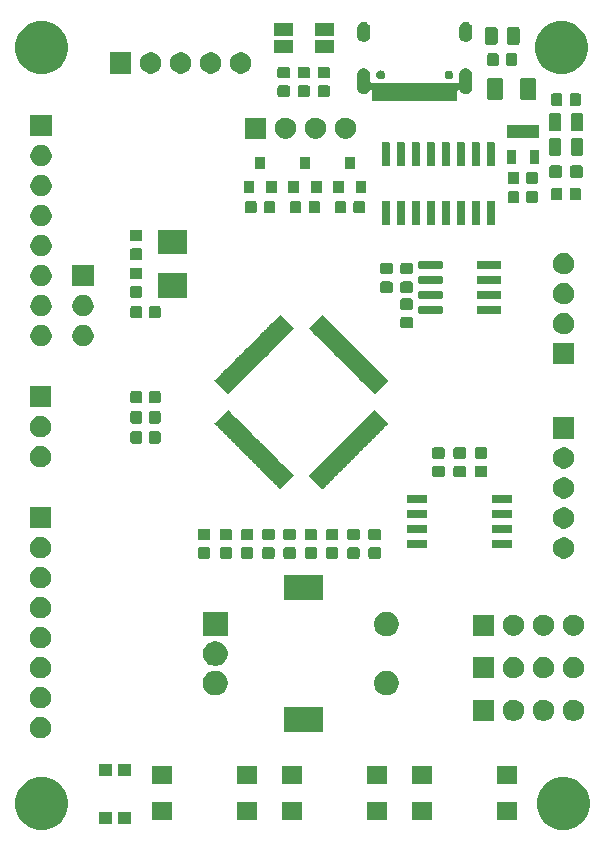
<source format=gbr>
G04 #@! TF.GenerationSoftware,KiCad,Pcbnew,(5.1.5)-2*
G04 #@! TF.CreationDate,2020-05-24T12:04:12+08:00*
G04 #@! TF.ProjectId,Bonjour STM32,426f6e6a-6f75-4722-9053-544d33322e6b,rev?*
G04 #@! TF.SameCoordinates,Original*
G04 #@! TF.FileFunction,Soldermask,Top*
G04 #@! TF.FilePolarity,Negative*
%FSLAX46Y46*%
G04 Gerber Fmt 4.6, Leading zero omitted, Abs format (unit mm)*
G04 Created by KiCad (PCBNEW (5.1.5)-2) date 2020-05-24 12:04:12*
%MOMM*%
%LPD*%
G04 APERTURE LIST*
%ADD10C,0.100000*%
G04 APERTURE END LIST*
D10*
G36*
X207442606Y-114759776D02*
G01*
X207823319Y-114835504D01*
X208232975Y-115005189D01*
X208601655Y-115251534D01*
X208915192Y-115565071D01*
X209161537Y-115933751D01*
X209331222Y-116343407D01*
X209417726Y-116778296D01*
X209417726Y-117221704D01*
X209331222Y-117656593D01*
X209161537Y-118066249D01*
X208915192Y-118434929D01*
X208601655Y-118748466D01*
X208232975Y-118994811D01*
X207823319Y-119164496D01*
X207442606Y-119240224D01*
X207388431Y-119251000D01*
X206945021Y-119251000D01*
X206890846Y-119240224D01*
X206510133Y-119164496D01*
X206100477Y-118994811D01*
X205731797Y-118748466D01*
X205418260Y-118434929D01*
X205171915Y-118066249D01*
X205002230Y-117656593D01*
X204915726Y-117221704D01*
X204915726Y-116778296D01*
X205002230Y-116343407D01*
X205171915Y-115933751D01*
X205418260Y-115565071D01*
X205731797Y-115251534D01*
X206100477Y-115005189D01*
X206510133Y-114835504D01*
X206890846Y-114759776D01*
X206945021Y-114749000D01*
X207388431Y-114749000D01*
X207442606Y-114759776D01*
G37*
G36*
X163275880Y-114759776D02*
G01*
X163656593Y-114835504D01*
X164066249Y-115005189D01*
X164434929Y-115251534D01*
X164748466Y-115565071D01*
X164994811Y-115933751D01*
X165164496Y-116343407D01*
X165251000Y-116778296D01*
X165251000Y-117221704D01*
X165164496Y-117656593D01*
X164994811Y-118066249D01*
X164748466Y-118434929D01*
X164434929Y-118748466D01*
X164066249Y-118994811D01*
X163656593Y-119164496D01*
X163275880Y-119240224D01*
X163221705Y-119251000D01*
X162778295Y-119251000D01*
X162724120Y-119240224D01*
X162343407Y-119164496D01*
X161933751Y-118994811D01*
X161565071Y-118748466D01*
X161251534Y-118434929D01*
X161005189Y-118066249D01*
X160835504Y-117656593D01*
X160749000Y-117221704D01*
X160749000Y-116778296D01*
X160835504Y-116343407D01*
X161005189Y-115933751D01*
X161251534Y-115565071D01*
X161565071Y-115251534D01*
X161933751Y-115005189D01*
X162343407Y-114835504D01*
X162724120Y-114759776D01*
X162778295Y-114749000D01*
X163221705Y-114749000D01*
X163275880Y-114759776D01*
G37*
G36*
X170551000Y-118751000D02*
G01*
X169449000Y-118751000D01*
X169449000Y-117749000D01*
X170551000Y-117749000D01*
X170551000Y-118751000D01*
G37*
G36*
X168951000Y-118751000D02*
G01*
X167849000Y-118751000D01*
X167849000Y-117749000D01*
X168951000Y-117749000D01*
X168951000Y-118751000D01*
G37*
G36*
X203251000Y-118351000D02*
G01*
X201549000Y-118351000D01*
X201549000Y-116849000D01*
X203251000Y-116849000D01*
X203251000Y-118351000D01*
G37*
G36*
X196051000Y-118351000D02*
G01*
X194349000Y-118351000D01*
X194349000Y-116849000D01*
X196051000Y-116849000D01*
X196051000Y-118351000D01*
G37*
G36*
X174051000Y-118351000D02*
G01*
X172349000Y-118351000D01*
X172349000Y-116849000D01*
X174051000Y-116849000D01*
X174051000Y-118351000D01*
G37*
G36*
X181251000Y-118351000D02*
G01*
X179549000Y-118351000D01*
X179549000Y-116849000D01*
X181251000Y-116849000D01*
X181251000Y-118351000D01*
G37*
G36*
X185051000Y-118351000D02*
G01*
X183349000Y-118351000D01*
X183349000Y-116849000D01*
X185051000Y-116849000D01*
X185051000Y-118351000D01*
G37*
G36*
X192251000Y-118351000D02*
G01*
X190549000Y-118351000D01*
X190549000Y-116849000D01*
X192251000Y-116849000D01*
X192251000Y-118351000D01*
G37*
G36*
X203251000Y-115351000D02*
G01*
X201549000Y-115351000D01*
X201549000Y-113849000D01*
X203251000Y-113849000D01*
X203251000Y-115351000D01*
G37*
G36*
X196051000Y-115351000D02*
G01*
X194349000Y-115351000D01*
X194349000Y-113849000D01*
X196051000Y-113849000D01*
X196051000Y-115351000D01*
G37*
G36*
X174051000Y-115351000D02*
G01*
X172349000Y-115351000D01*
X172349000Y-113849000D01*
X174051000Y-113849000D01*
X174051000Y-115351000D01*
G37*
G36*
X181251000Y-115351000D02*
G01*
X179549000Y-115351000D01*
X179549000Y-113849000D01*
X181251000Y-113849000D01*
X181251000Y-115351000D01*
G37*
G36*
X192251000Y-115351000D02*
G01*
X190549000Y-115351000D01*
X190549000Y-113849000D01*
X192251000Y-113849000D01*
X192251000Y-115351000D01*
G37*
G36*
X185051000Y-115351000D02*
G01*
X183349000Y-115351000D01*
X183349000Y-113849000D01*
X185051000Y-113849000D01*
X185051000Y-115351000D01*
G37*
G36*
X168951000Y-114651000D02*
G01*
X167849000Y-114651000D01*
X167849000Y-113649000D01*
X168951000Y-113649000D01*
X168951000Y-114651000D01*
G37*
G36*
X170551000Y-114651000D02*
G01*
X169449000Y-114651000D01*
X169449000Y-113649000D01*
X170551000Y-113649000D01*
X170551000Y-114651000D01*
G37*
G36*
X163013512Y-109683927D02*
G01*
X163162812Y-109713624D01*
X163326784Y-109781544D01*
X163474354Y-109880147D01*
X163599853Y-110005646D01*
X163698456Y-110153216D01*
X163766376Y-110317188D01*
X163801000Y-110491259D01*
X163801000Y-110668741D01*
X163766376Y-110842812D01*
X163698456Y-111006784D01*
X163599853Y-111154354D01*
X163474354Y-111279853D01*
X163326784Y-111378456D01*
X163162812Y-111446376D01*
X163013512Y-111476073D01*
X162988742Y-111481000D01*
X162811258Y-111481000D01*
X162786488Y-111476073D01*
X162637188Y-111446376D01*
X162473216Y-111378456D01*
X162325646Y-111279853D01*
X162200147Y-111154354D01*
X162101544Y-111006784D01*
X162033624Y-110842812D01*
X161999000Y-110668741D01*
X161999000Y-110491259D01*
X162033624Y-110317188D01*
X162101544Y-110153216D01*
X162200147Y-110005646D01*
X162325646Y-109880147D01*
X162473216Y-109781544D01*
X162637188Y-109713624D01*
X162786488Y-109683927D01*
X162811258Y-109679000D01*
X162988742Y-109679000D01*
X163013512Y-109683927D01*
G37*
G36*
X186851000Y-110951000D02*
G01*
X183549000Y-110951000D01*
X183549000Y-108849000D01*
X186851000Y-108849000D01*
X186851000Y-110951000D01*
G37*
G36*
X201301000Y-110001000D02*
G01*
X199499000Y-110001000D01*
X199499000Y-108199000D01*
X201301000Y-108199000D01*
X201301000Y-110001000D01*
G37*
G36*
X208133512Y-108203927D02*
G01*
X208282812Y-108233624D01*
X208446784Y-108301544D01*
X208594354Y-108400147D01*
X208719853Y-108525646D01*
X208818456Y-108673216D01*
X208886376Y-108837188D01*
X208921000Y-109011259D01*
X208921000Y-109188741D01*
X208886376Y-109362812D01*
X208818456Y-109526784D01*
X208719853Y-109674354D01*
X208594354Y-109799853D01*
X208446784Y-109898456D01*
X208282812Y-109966376D01*
X208133512Y-109996073D01*
X208108742Y-110001000D01*
X207931258Y-110001000D01*
X207906488Y-109996073D01*
X207757188Y-109966376D01*
X207593216Y-109898456D01*
X207445646Y-109799853D01*
X207320147Y-109674354D01*
X207221544Y-109526784D01*
X207153624Y-109362812D01*
X207119000Y-109188741D01*
X207119000Y-109011259D01*
X207153624Y-108837188D01*
X207221544Y-108673216D01*
X207320147Y-108525646D01*
X207445646Y-108400147D01*
X207593216Y-108301544D01*
X207757188Y-108233624D01*
X207906488Y-108203927D01*
X207931258Y-108199000D01*
X208108742Y-108199000D01*
X208133512Y-108203927D01*
G37*
G36*
X205593512Y-108203927D02*
G01*
X205742812Y-108233624D01*
X205906784Y-108301544D01*
X206054354Y-108400147D01*
X206179853Y-108525646D01*
X206278456Y-108673216D01*
X206346376Y-108837188D01*
X206381000Y-109011259D01*
X206381000Y-109188741D01*
X206346376Y-109362812D01*
X206278456Y-109526784D01*
X206179853Y-109674354D01*
X206054354Y-109799853D01*
X205906784Y-109898456D01*
X205742812Y-109966376D01*
X205593512Y-109996073D01*
X205568742Y-110001000D01*
X205391258Y-110001000D01*
X205366488Y-109996073D01*
X205217188Y-109966376D01*
X205053216Y-109898456D01*
X204905646Y-109799853D01*
X204780147Y-109674354D01*
X204681544Y-109526784D01*
X204613624Y-109362812D01*
X204579000Y-109188741D01*
X204579000Y-109011259D01*
X204613624Y-108837188D01*
X204681544Y-108673216D01*
X204780147Y-108525646D01*
X204905646Y-108400147D01*
X205053216Y-108301544D01*
X205217188Y-108233624D01*
X205366488Y-108203927D01*
X205391258Y-108199000D01*
X205568742Y-108199000D01*
X205593512Y-108203927D01*
G37*
G36*
X203053512Y-108203927D02*
G01*
X203202812Y-108233624D01*
X203366784Y-108301544D01*
X203514354Y-108400147D01*
X203639853Y-108525646D01*
X203738456Y-108673216D01*
X203806376Y-108837188D01*
X203841000Y-109011259D01*
X203841000Y-109188741D01*
X203806376Y-109362812D01*
X203738456Y-109526784D01*
X203639853Y-109674354D01*
X203514354Y-109799853D01*
X203366784Y-109898456D01*
X203202812Y-109966376D01*
X203053512Y-109996073D01*
X203028742Y-110001000D01*
X202851258Y-110001000D01*
X202826488Y-109996073D01*
X202677188Y-109966376D01*
X202513216Y-109898456D01*
X202365646Y-109799853D01*
X202240147Y-109674354D01*
X202141544Y-109526784D01*
X202073624Y-109362812D01*
X202039000Y-109188741D01*
X202039000Y-109011259D01*
X202073624Y-108837188D01*
X202141544Y-108673216D01*
X202240147Y-108525646D01*
X202365646Y-108400147D01*
X202513216Y-108301544D01*
X202677188Y-108233624D01*
X202826488Y-108203927D01*
X202851258Y-108199000D01*
X203028742Y-108199000D01*
X203053512Y-108203927D01*
G37*
G36*
X163013512Y-107143927D02*
G01*
X163162812Y-107173624D01*
X163326784Y-107241544D01*
X163474354Y-107340147D01*
X163599853Y-107465646D01*
X163698456Y-107613216D01*
X163766376Y-107777188D01*
X163801000Y-107951259D01*
X163801000Y-108128741D01*
X163766376Y-108302812D01*
X163698456Y-108466784D01*
X163599853Y-108614354D01*
X163474354Y-108739853D01*
X163326784Y-108838456D01*
X163162812Y-108906376D01*
X163013512Y-108936073D01*
X162988742Y-108941000D01*
X162811258Y-108941000D01*
X162786488Y-108936073D01*
X162637188Y-108906376D01*
X162473216Y-108838456D01*
X162325646Y-108739853D01*
X162200147Y-108614354D01*
X162101544Y-108466784D01*
X162033624Y-108302812D01*
X161999000Y-108128741D01*
X161999000Y-107951259D01*
X162033624Y-107777188D01*
X162101544Y-107613216D01*
X162200147Y-107465646D01*
X162325646Y-107340147D01*
X162473216Y-107241544D01*
X162637188Y-107173624D01*
X162786488Y-107143927D01*
X162811258Y-107139000D01*
X162988742Y-107139000D01*
X163013512Y-107143927D01*
G37*
G36*
X192506564Y-105789389D02*
G01*
X192697833Y-105868615D01*
X192697835Y-105868616D01*
X192869973Y-105983635D01*
X193016365Y-106130027D01*
X193128906Y-106298456D01*
X193131385Y-106302167D01*
X193210611Y-106493436D01*
X193251000Y-106696484D01*
X193251000Y-106903516D01*
X193210611Y-107106564D01*
X193131385Y-107297833D01*
X193131384Y-107297835D01*
X193016365Y-107469973D01*
X192869973Y-107616365D01*
X192697835Y-107731384D01*
X192697834Y-107731385D01*
X192697833Y-107731385D01*
X192506564Y-107810611D01*
X192303516Y-107851000D01*
X192096484Y-107851000D01*
X191893436Y-107810611D01*
X191702167Y-107731385D01*
X191702166Y-107731385D01*
X191702165Y-107731384D01*
X191530027Y-107616365D01*
X191383635Y-107469973D01*
X191268616Y-107297835D01*
X191268615Y-107297833D01*
X191189389Y-107106564D01*
X191149000Y-106903516D01*
X191149000Y-106696484D01*
X191189389Y-106493436D01*
X191268615Y-106302167D01*
X191271095Y-106298456D01*
X191383635Y-106130027D01*
X191530027Y-105983635D01*
X191702165Y-105868616D01*
X191702167Y-105868615D01*
X191893436Y-105789389D01*
X192096484Y-105749000D01*
X192303516Y-105749000D01*
X192506564Y-105789389D01*
G37*
G36*
X178006564Y-105789389D02*
G01*
X178197833Y-105868615D01*
X178197835Y-105868616D01*
X178369973Y-105983635D01*
X178516365Y-106130027D01*
X178628906Y-106298456D01*
X178631385Y-106302167D01*
X178710611Y-106493436D01*
X178751000Y-106696484D01*
X178751000Y-106903516D01*
X178710611Y-107106564D01*
X178631385Y-107297833D01*
X178631384Y-107297835D01*
X178516365Y-107469973D01*
X178369973Y-107616365D01*
X178197835Y-107731384D01*
X178197834Y-107731385D01*
X178197833Y-107731385D01*
X178006564Y-107810611D01*
X177803516Y-107851000D01*
X177596484Y-107851000D01*
X177393436Y-107810611D01*
X177202167Y-107731385D01*
X177202166Y-107731385D01*
X177202165Y-107731384D01*
X177030027Y-107616365D01*
X176883635Y-107469973D01*
X176768616Y-107297835D01*
X176768615Y-107297833D01*
X176689389Y-107106564D01*
X176649000Y-106903516D01*
X176649000Y-106696484D01*
X176689389Y-106493436D01*
X176768615Y-106302167D01*
X176771095Y-106298456D01*
X176883635Y-106130027D01*
X177030027Y-105983635D01*
X177202165Y-105868616D01*
X177202167Y-105868615D01*
X177393436Y-105789389D01*
X177596484Y-105749000D01*
X177803516Y-105749000D01*
X178006564Y-105789389D01*
G37*
G36*
X208133512Y-104603927D02*
G01*
X208282812Y-104633624D01*
X208446784Y-104701544D01*
X208594354Y-104800147D01*
X208719853Y-104925646D01*
X208818456Y-105073216D01*
X208886376Y-105237188D01*
X208921000Y-105411259D01*
X208921000Y-105588741D01*
X208886376Y-105762812D01*
X208818456Y-105926784D01*
X208719853Y-106074354D01*
X208594354Y-106199853D01*
X208446784Y-106298456D01*
X208282812Y-106366376D01*
X208133512Y-106396073D01*
X208108742Y-106401000D01*
X207931258Y-106401000D01*
X207906488Y-106396073D01*
X207757188Y-106366376D01*
X207593216Y-106298456D01*
X207445646Y-106199853D01*
X207320147Y-106074354D01*
X207221544Y-105926784D01*
X207153624Y-105762812D01*
X207119000Y-105588741D01*
X207119000Y-105411259D01*
X207153624Y-105237188D01*
X207221544Y-105073216D01*
X207320147Y-104925646D01*
X207445646Y-104800147D01*
X207593216Y-104701544D01*
X207757188Y-104633624D01*
X207906488Y-104603927D01*
X207931258Y-104599000D01*
X208108742Y-104599000D01*
X208133512Y-104603927D01*
G37*
G36*
X203053512Y-104603927D02*
G01*
X203202812Y-104633624D01*
X203366784Y-104701544D01*
X203514354Y-104800147D01*
X203639853Y-104925646D01*
X203738456Y-105073216D01*
X203806376Y-105237188D01*
X203841000Y-105411259D01*
X203841000Y-105588741D01*
X203806376Y-105762812D01*
X203738456Y-105926784D01*
X203639853Y-106074354D01*
X203514354Y-106199853D01*
X203366784Y-106298456D01*
X203202812Y-106366376D01*
X203053512Y-106396073D01*
X203028742Y-106401000D01*
X202851258Y-106401000D01*
X202826488Y-106396073D01*
X202677188Y-106366376D01*
X202513216Y-106298456D01*
X202365646Y-106199853D01*
X202240147Y-106074354D01*
X202141544Y-105926784D01*
X202073624Y-105762812D01*
X202039000Y-105588741D01*
X202039000Y-105411259D01*
X202073624Y-105237188D01*
X202141544Y-105073216D01*
X202240147Y-104925646D01*
X202365646Y-104800147D01*
X202513216Y-104701544D01*
X202677188Y-104633624D01*
X202826488Y-104603927D01*
X202851258Y-104599000D01*
X203028742Y-104599000D01*
X203053512Y-104603927D01*
G37*
G36*
X201301000Y-106401000D02*
G01*
X199499000Y-106401000D01*
X199499000Y-104599000D01*
X201301000Y-104599000D01*
X201301000Y-106401000D01*
G37*
G36*
X205593512Y-104603927D02*
G01*
X205742812Y-104633624D01*
X205906784Y-104701544D01*
X206054354Y-104800147D01*
X206179853Y-104925646D01*
X206278456Y-105073216D01*
X206346376Y-105237188D01*
X206381000Y-105411259D01*
X206381000Y-105588741D01*
X206346376Y-105762812D01*
X206278456Y-105926784D01*
X206179853Y-106074354D01*
X206054354Y-106199853D01*
X205906784Y-106298456D01*
X205742812Y-106366376D01*
X205593512Y-106396073D01*
X205568742Y-106401000D01*
X205391258Y-106401000D01*
X205366488Y-106396073D01*
X205217188Y-106366376D01*
X205053216Y-106298456D01*
X204905646Y-106199853D01*
X204780147Y-106074354D01*
X204681544Y-105926784D01*
X204613624Y-105762812D01*
X204579000Y-105588741D01*
X204579000Y-105411259D01*
X204613624Y-105237188D01*
X204681544Y-105073216D01*
X204780147Y-104925646D01*
X204905646Y-104800147D01*
X205053216Y-104701544D01*
X205217188Y-104633624D01*
X205366488Y-104603927D01*
X205391258Y-104599000D01*
X205568742Y-104599000D01*
X205593512Y-104603927D01*
G37*
G36*
X163013512Y-104603927D02*
G01*
X163162812Y-104633624D01*
X163326784Y-104701544D01*
X163474354Y-104800147D01*
X163599853Y-104925646D01*
X163698456Y-105073216D01*
X163766376Y-105237188D01*
X163801000Y-105411259D01*
X163801000Y-105588741D01*
X163766376Y-105762812D01*
X163698456Y-105926784D01*
X163599853Y-106074354D01*
X163474354Y-106199853D01*
X163326784Y-106298456D01*
X163162812Y-106366376D01*
X163013512Y-106396073D01*
X162988742Y-106401000D01*
X162811258Y-106401000D01*
X162786488Y-106396073D01*
X162637188Y-106366376D01*
X162473216Y-106298456D01*
X162325646Y-106199853D01*
X162200147Y-106074354D01*
X162101544Y-105926784D01*
X162033624Y-105762812D01*
X161999000Y-105588741D01*
X161999000Y-105411259D01*
X162033624Y-105237188D01*
X162101544Y-105073216D01*
X162200147Y-104925646D01*
X162325646Y-104800147D01*
X162473216Y-104701544D01*
X162637188Y-104633624D01*
X162786488Y-104603927D01*
X162811258Y-104599000D01*
X162988742Y-104599000D01*
X163013512Y-104603927D01*
G37*
G36*
X178006564Y-103289389D02*
G01*
X178197833Y-103368615D01*
X178197835Y-103368616D01*
X178369973Y-103483635D01*
X178516365Y-103630027D01*
X178602179Y-103758456D01*
X178631385Y-103802167D01*
X178710611Y-103993436D01*
X178751000Y-104196484D01*
X178751000Y-104403516D01*
X178710611Y-104606564D01*
X178671269Y-104701544D01*
X178631384Y-104797835D01*
X178516365Y-104969973D01*
X178369973Y-105116365D01*
X178197835Y-105231384D01*
X178197834Y-105231385D01*
X178197833Y-105231385D01*
X178006564Y-105310611D01*
X177803516Y-105351000D01*
X177596484Y-105351000D01*
X177393436Y-105310611D01*
X177202167Y-105231385D01*
X177202166Y-105231385D01*
X177202165Y-105231384D01*
X177030027Y-105116365D01*
X176883635Y-104969973D01*
X176768616Y-104797835D01*
X176728731Y-104701544D01*
X176689389Y-104606564D01*
X176649000Y-104403516D01*
X176649000Y-104196484D01*
X176689389Y-103993436D01*
X176768615Y-103802167D01*
X176797822Y-103758456D01*
X176883635Y-103630027D01*
X177030027Y-103483635D01*
X177202165Y-103368616D01*
X177202167Y-103368615D01*
X177393436Y-103289389D01*
X177596484Y-103249000D01*
X177803516Y-103249000D01*
X178006564Y-103289389D01*
G37*
G36*
X163013512Y-102063927D02*
G01*
X163162812Y-102093624D01*
X163326784Y-102161544D01*
X163474354Y-102260147D01*
X163599853Y-102385646D01*
X163698456Y-102533216D01*
X163766376Y-102697188D01*
X163801000Y-102871259D01*
X163801000Y-103048741D01*
X163766376Y-103222812D01*
X163698456Y-103386784D01*
X163599853Y-103534354D01*
X163474354Y-103659853D01*
X163326784Y-103758456D01*
X163162812Y-103826376D01*
X163013512Y-103856073D01*
X162988742Y-103861000D01*
X162811258Y-103861000D01*
X162786488Y-103856073D01*
X162637188Y-103826376D01*
X162473216Y-103758456D01*
X162325646Y-103659853D01*
X162200147Y-103534354D01*
X162101544Y-103386784D01*
X162033624Y-103222812D01*
X161999000Y-103048741D01*
X161999000Y-102871259D01*
X162033624Y-102697188D01*
X162101544Y-102533216D01*
X162200147Y-102385646D01*
X162325646Y-102260147D01*
X162473216Y-102161544D01*
X162637188Y-102093624D01*
X162786488Y-102063927D01*
X162811258Y-102059000D01*
X162988742Y-102059000D01*
X163013512Y-102063927D01*
G37*
G36*
X178751000Y-102851000D02*
G01*
X176649000Y-102851000D01*
X176649000Y-100749000D01*
X178751000Y-100749000D01*
X178751000Y-102851000D01*
G37*
G36*
X192506564Y-100789389D02*
G01*
X192697833Y-100868615D01*
X192697835Y-100868616D01*
X192869973Y-100983635D01*
X193016365Y-101130027D01*
X193131385Y-101302167D01*
X193210611Y-101493436D01*
X193251000Y-101696484D01*
X193251000Y-101903516D01*
X193210611Y-102106564D01*
X193131385Y-102297833D01*
X193131384Y-102297835D01*
X193016365Y-102469973D01*
X192869973Y-102616365D01*
X192697835Y-102731384D01*
X192697834Y-102731385D01*
X192697833Y-102731385D01*
X192506564Y-102810611D01*
X192303516Y-102851000D01*
X192096484Y-102851000D01*
X191893436Y-102810611D01*
X191702167Y-102731385D01*
X191702166Y-102731385D01*
X191702165Y-102731384D01*
X191530027Y-102616365D01*
X191383635Y-102469973D01*
X191268616Y-102297835D01*
X191268615Y-102297833D01*
X191189389Y-102106564D01*
X191149000Y-101903516D01*
X191149000Y-101696484D01*
X191189389Y-101493436D01*
X191268615Y-101302167D01*
X191383635Y-101130027D01*
X191530027Y-100983635D01*
X191702165Y-100868616D01*
X191702167Y-100868615D01*
X191893436Y-100789389D01*
X192096484Y-100749000D01*
X192303516Y-100749000D01*
X192506564Y-100789389D01*
G37*
G36*
X208133512Y-101003927D02*
G01*
X208282812Y-101033624D01*
X208446784Y-101101544D01*
X208594354Y-101200147D01*
X208719853Y-101325646D01*
X208818456Y-101473216D01*
X208886376Y-101637188D01*
X208921000Y-101811259D01*
X208921000Y-101988741D01*
X208886376Y-102162812D01*
X208818456Y-102326784D01*
X208719853Y-102474354D01*
X208594354Y-102599853D01*
X208446784Y-102698456D01*
X208282812Y-102766376D01*
X208133512Y-102796073D01*
X208108742Y-102801000D01*
X207931258Y-102801000D01*
X207906488Y-102796073D01*
X207757188Y-102766376D01*
X207593216Y-102698456D01*
X207445646Y-102599853D01*
X207320147Y-102474354D01*
X207221544Y-102326784D01*
X207153624Y-102162812D01*
X207119000Y-101988741D01*
X207119000Y-101811259D01*
X207153624Y-101637188D01*
X207221544Y-101473216D01*
X207320147Y-101325646D01*
X207445646Y-101200147D01*
X207593216Y-101101544D01*
X207757188Y-101033624D01*
X207906488Y-101003927D01*
X207931258Y-100999000D01*
X208108742Y-100999000D01*
X208133512Y-101003927D01*
G37*
G36*
X205593512Y-101003927D02*
G01*
X205742812Y-101033624D01*
X205906784Y-101101544D01*
X206054354Y-101200147D01*
X206179853Y-101325646D01*
X206278456Y-101473216D01*
X206346376Y-101637188D01*
X206381000Y-101811259D01*
X206381000Y-101988741D01*
X206346376Y-102162812D01*
X206278456Y-102326784D01*
X206179853Y-102474354D01*
X206054354Y-102599853D01*
X205906784Y-102698456D01*
X205742812Y-102766376D01*
X205593512Y-102796073D01*
X205568742Y-102801000D01*
X205391258Y-102801000D01*
X205366488Y-102796073D01*
X205217188Y-102766376D01*
X205053216Y-102698456D01*
X204905646Y-102599853D01*
X204780147Y-102474354D01*
X204681544Y-102326784D01*
X204613624Y-102162812D01*
X204579000Y-101988741D01*
X204579000Y-101811259D01*
X204613624Y-101637188D01*
X204681544Y-101473216D01*
X204780147Y-101325646D01*
X204905646Y-101200147D01*
X205053216Y-101101544D01*
X205217188Y-101033624D01*
X205366488Y-101003927D01*
X205391258Y-100999000D01*
X205568742Y-100999000D01*
X205593512Y-101003927D01*
G37*
G36*
X203053512Y-101003927D02*
G01*
X203202812Y-101033624D01*
X203366784Y-101101544D01*
X203514354Y-101200147D01*
X203639853Y-101325646D01*
X203738456Y-101473216D01*
X203806376Y-101637188D01*
X203841000Y-101811259D01*
X203841000Y-101988741D01*
X203806376Y-102162812D01*
X203738456Y-102326784D01*
X203639853Y-102474354D01*
X203514354Y-102599853D01*
X203366784Y-102698456D01*
X203202812Y-102766376D01*
X203053512Y-102796073D01*
X203028742Y-102801000D01*
X202851258Y-102801000D01*
X202826488Y-102796073D01*
X202677188Y-102766376D01*
X202513216Y-102698456D01*
X202365646Y-102599853D01*
X202240147Y-102474354D01*
X202141544Y-102326784D01*
X202073624Y-102162812D01*
X202039000Y-101988741D01*
X202039000Y-101811259D01*
X202073624Y-101637188D01*
X202141544Y-101473216D01*
X202240147Y-101325646D01*
X202365646Y-101200147D01*
X202513216Y-101101544D01*
X202677188Y-101033624D01*
X202826488Y-101003927D01*
X202851258Y-100999000D01*
X203028742Y-100999000D01*
X203053512Y-101003927D01*
G37*
G36*
X201301000Y-102801000D02*
G01*
X199499000Y-102801000D01*
X199499000Y-100999000D01*
X201301000Y-100999000D01*
X201301000Y-102801000D01*
G37*
G36*
X163013512Y-99523927D02*
G01*
X163162812Y-99553624D01*
X163326784Y-99621544D01*
X163474354Y-99720147D01*
X163599853Y-99845646D01*
X163698456Y-99993216D01*
X163766376Y-100157188D01*
X163801000Y-100331259D01*
X163801000Y-100508741D01*
X163766376Y-100682812D01*
X163698456Y-100846784D01*
X163599853Y-100994354D01*
X163474354Y-101119853D01*
X163326784Y-101218456D01*
X163162812Y-101286376D01*
X163013512Y-101316073D01*
X162988742Y-101321000D01*
X162811258Y-101321000D01*
X162786488Y-101316073D01*
X162637188Y-101286376D01*
X162473216Y-101218456D01*
X162325646Y-101119853D01*
X162200147Y-100994354D01*
X162101544Y-100846784D01*
X162033624Y-100682812D01*
X161999000Y-100508741D01*
X161999000Y-100331259D01*
X162033624Y-100157188D01*
X162101544Y-99993216D01*
X162200147Y-99845646D01*
X162325646Y-99720147D01*
X162473216Y-99621544D01*
X162637188Y-99553624D01*
X162786488Y-99523927D01*
X162811258Y-99519000D01*
X162988742Y-99519000D01*
X163013512Y-99523927D01*
G37*
G36*
X186851000Y-99751000D02*
G01*
X183549000Y-99751000D01*
X183549000Y-97649000D01*
X186851000Y-97649000D01*
X186851000Y-99751000D01*
G37*
G36*
X163013512Y-96983927D02*
G01*
X163162812Y-97013624D01*
X163326784Y-97081544D01*
X163474354Y-97180147D01*
X163599853Y-97305646D01*
X163698456Y-97453216D01*
X163766376Y-97617188D01*
X163801000Y-97791259D01*
X163801000Y-97968741D01*
X163766376Y-98142812D01*
X163698456Y-98306784D01*
X163599853Y-98454354D01*
X163474354Y-98579853D01*
X163326784Y-98678456D01*
X163162812Y-98746376D01*
X163013512Y-98776073D01*
X162988742Y-98781000D01*
X162811258Y-98781000D01*
X162786488Y-98776073D01*
X162637188Y-98746376D01*
X162473216Y-98678456D01*
X162325646Y-98579853D01*
X162200147Y-98454354D01*
X162101544Y-98306784D01*
X162033624Y-98142812D01*
X161999000Y-97968741D01*
X161999000Y-97791259D01*
X162033624Y-97617188D01*
X162101544Y-97453216D01*
X162200147Y-97305646D01*
X162325646Y-97180147D01*
X162473216Y-97081544D01*
X162637188Y-97013624D01*
X162786488Y-96983927D01*
X162811258Y-96979000D01*
X162988742Y-96979000D01*
X163013512Y-96983927D01*
G37*
G36*
X187979591Y-95303085D02*
G01*
X188013569Y-95313393D01*
X188044890Y-95330134D01*
X188072339Y-95352661D01*
X188094866Y-95380110D01*
X188111607Y-95411431D01*
X188121915Y-95445409D01*
X188126000Y-95486890D01*
X188126000Y-96088110D01*
X188121915Y-96129591D01*
X188111607Y-96163569D01*
X188094866Y-96194890D01*
X188072339Y-96222339D01*
X188044890Y-96244866D01*
X188013569Y-96261607D01*
X187979591Y-96271915D01*
X187938110Y-96276000D01*
X187261890Y-96276000D01*
X187220409Y-96271915D01*
X187186431Y-96261607D01*
X187155110Y-96244866D01*
X187127661Y-96222339D01*
X187105134Y-96194890D01*
X187088393Y-96163569D01*
X187078085Y-96129591D01*
X187074000Y-96088110D01*
X187074000Y-95486890D01*
X187078085Y-95445409D01*
X187088393Y-95411431D01*
X187105134Y-95380110D01*
X187127661Y-95352661D01*
X187155110Y-95330134D01*
X187186431Y-95313393D01*
X187220409Y-95303085D01*
X187261890Y-95299000D01*
X187938110Y-95299000D01*
X187979591Y-95303085D01*
G37*
G36*
X177129591Y-95303085D02*
G01*
X177163569Y-95313393D01*
X177194890Y-95330134D01*
X177222339Y-95352661D01*
X177244866Y-95380110D01*
X177261607Y-95411431D01*
X177271915Y-95445409D01*
X177276000Y-95486890D01*
X177276000Y-96088110D01*
X177271915Y-96129591D01*
X177261607Y-96163569D01*
X177244866Y-96194890D01*
X177222339Y-96222339D01*
X177194890Y-96244866D01*
X177163569Y-96261607D01*
X177129591Y-96271915D01*
X177088110Y-96276000D01*
X176411890Y-96276000D01*
X176370409Y-96271915D01*
X176336431Y-96261607D01*
X176305110Y-96244866D01*
X176277661Y-96222339D01*
X176255134Y-96194890D01*
X176238393Y-96163569D01*
X176228085Y-96129591D01*
X176224000Y-96088110D01*
X176224000Y-95486890D01*
X176228085Y-95445409D01*
X176238393Y-95411431D01*
X176255134Y-95380110D01*
X176277661Y-95352661D01*
X176305110Y-95330134D01*
X176336431Y-95313393D01*
X176370409Y-95303085D01*
X176411890Y-95299000D01*
X177088110Y-95299000D01*
X177129591Y-95303085D01*
G37*
G36*
X189779591Y-95303085D02*
G01*
X189813569Y-95313393D01*
X189844890Y-95330134D01*
X189872339Y-95352661D01*
X189894866Y-95380110D01*
X189911607Y-95411431D01*
X189921915Y-95445409D01*
X189926000Y-95486890D01*
X189926000Y-96088110D01*
X189921915Y-96129591D01*
X189911607Y-96163569D01*
X189894866Y-96194890D01*
X189872339Y-96222339D01*
X189844890Y-96244866D01*
X189813569Y-96261607D01*
X189779591Y-96271915D01*
X189738110Y-96276000D01*
X189061890Y-96276000D01*
X189020409Y-96271915D01*
X188986431Y-96261607D01*
X188955110Y-96244866D01*
X188927661Y-96222339D01*
X188905134Y-96194890D01*
X188888393Y-96163569D01*
X188878085Y-96129591D01*
X188874000Y-96088110D01*
X188874000Y-95486890D01*
X188878085Y-95445409D01*
X188888393Y-95411431D01*
X188905134Y-95380110D01*
X188927661Y-95352661D01*
X188955110Y-95330134D01*
X188986431Y-95313393D01*
X189020409Y-95303085D01*
X189061890Y-95299000D01*
X189738110Y-95299000D01*
X189779591Y-95303085D01*
G37*
G36*
X191579591Y-95303085D02*
G01*
X191613569Y-95313393D01*
X191644890Y-95330134D01*
X191672339Y-95352661D01*
X191694866Y-95380110D01*
X191711607Y-95411431D01*
X191721915Y-95445409D01*
X191726000Y-95486890D01*
X191726000Y-96088110D01*
X191721915Y-96129591D01*
X191711607Y-96163569D01*
X191694866Y-96194890D01*
X191672339Y-96222339D01*
X191644890Y-96244866D01*
X191613569Y-96261607D01*
X191579591Y-96271915D01*
X191538110Y-96276000D01*
X190861890Y-96276000D01*
X190820409Y-96271915D01*
X190786431Y-96261607D01*
X190755110Y-96244866D01*
X190727661Y-96222339D01*
X190705134Y-96194890D01*
X190688393Y-96163569D01*
X190678085Y-96129591D01*
X190674000Y-96088110D01*
X190674000Y-95486890D01*
X190678085Y-95445409D01*
X190688393Y-95411431D01*
X190705134Y-95380110D01*
X190727661Y-95352661D01*
X190755110Y-95330134D01*
X190786431Y-95313393D01*
X190820409Y-95303085D01*
X190861890Y-95299000D01*
X191538110Y-95299000D01*
X191579591Y-95303085D01*
G37*
G36*
X182579591Y-95303085D02*
G01*
X182613569Y-95313393D01*
X182644890Y-95330134D01*
X182672339Y-95352661D01*
X182694866Y-95380110D01*
X182711607Y-95411431D01*
X182721915Y-95445409D01*
X182726000Y-95486890D01*
X182726000Y-96088110D01*
X182721915Y-96129591D01*
X182711607Y-96163569D01*
X182694866Y-96194890D01*
X182672339Y-96222339D01*
X182644890Y-96244866D01*
X182613569Y-96261607D01*
X182579591Y-96271915D01*
X182538110Y-96276000D01*
X181861890Y-96276000D01*
X181820409Y-96271915D01*
X181786431Y-96261607D01*
X181755110Y-96244866D01*
X181727661Y-96222339D01*
X181705134Y-96194890D01*
X181688393Y-96163569D01*
X181678085Y-96129591D01*
X181674000Y-96088110D01*
X181674000Y-95486890D01*
X181678085Y-95445409D01*
X181688393Y-95411431D01*
X181705134Y-95380110D01*
X181727661Y-95352661D01*
X181755110Y-95330134D01*
X181786431Y-95313393D01*
X181820409Y-95303085D01*
X181861890Y-95299000D01*
X182538110Y-95299000D01*
X182579591Y-95303085D01*
G37*
G36*
X178979591Y-95303085D02*
G01*
X179013569Y-95313393D01*
X179044890Y-95330134D01*
X179072339Y-95352661D01*
X179094866Y-95380110D01*
X179111607Y-95411431D01*
X179121915Y-95445409D01*
X179126000Y-95486890D01*
X179126000Y-96088110D01*
X179121915Y-96129591D01*
X179111607Y-96163569D01*
X179094866Y-96194890D01*
X179072339Y-96222339D01*
X179044890Y-96244866D01*
X179013569Y-96261607D01*
X178979591Y-96271915D01*
X178938110Y-96276000D01*
X178261890Y-96276000D01*
X178220409Y-96271915D01*
X178186431Y-96261607D01*
X178155110Y-96244866D01*
X178127661Y-96222339D01*
X178105134Y-96194890D01*
X178088393Y-96163569D01*
X178078085Y-96129591D01*
X178074000Y-96088110D01*
X178074000Y-95486890D01*
X178078085Y-95445409D01*
X178088393Y-95411431D01*
X178105134Y-95380110D01*
X178127661Y-95352661D01*
X178155110Y-95330134D01*
X178186431Y-95313393D01*
X178220409Y-95303085D01*
X178261890Y-95299000D01*
X178938110Y-95299000D01*
X178979591Y-95303085D01*
G37*
G36*
X186179591Y-95303085D02*
G01*
X186213569Y-95313393D01*
X186244890Y-95330134D01*
X186272339Y-95352661D01*
X186294866Y-95380110D01*
X186311607Y-95411431D01*
X186321915Y-95445409D01*
X186326000Y-95486890D01*
X186326000Y-96088110D01*
X186321915Y-96129591D01*
X186311607Y-96163569D01*
X186294866Y-96194890D01*
X186272339Y-96222339D01*
X186244890Y-96244866D01*
X186213569Y-96261607D01*
X186179591Y-96271915D01*
X186138110Y-96276000D01*
X185461890Y-96276000D01*
X185420409Y-96271915D01*
X185386431Y-96261607D01*
X185355110Y-96244866D01*
X185327661Y-96222339D01*
X185305134Y-96194890D01*
X185288393Y-96163569D01*
X185278085Y-96129591D01*
X185274000Y-96088110D01*
X185274000Y-95486890D01*
X185278085Y-95445409D01*
X185288393Y-95411431D01*
X185305134Y-95380110D01*
X185327661Y-95352661D01*
X185355110Y-95330134D01*
X185386431Y-95313393D01*
X185420409Y-95303085D01*
X185461890Y-95299000D01*
X186138110Y-95299000D01*
X186179591Y-95303085D01*
G37*
G36*
X184379591Y-95303085D02*
G01*
X184413569Y-95313393D01*
X184444890Y-95330134D01*
X184472339Y-95352661D01*
X184494866Y-95380110D01*
X184511607Y-95411431D01*
X184521915Y-95445409D01*
X184526000Y-95486890D01*
X184526000Y-96088110D01*
X184521915Y-96129591D01*
X184511607Y-96163569D01*
X184494866Y-96194890D01*
X184472339Y-96222339D01*
X184444890Y-96244866D01*
X184413569Y-96261607D01*
X184379591Y-96271915D01*
X184338110Y-96276000D01*
X183661890Y-96276000D01*
X183620409Y-96271915D01*
X183586431Y-96261607D01*
X183555110Y-96244866D01*
X183527661Y-96222339D01*
X183505134Y-96194890D01*
X183488393Y-96163569D01*
X183478085Y-96129591D01*
X183474000Y-96088110D01*
X183474000Y-95486890D01*
X183478085Y-95445409D01*
X183488393Y-95411431D01*
X183505134Y-95380110D01*
X183527661Y-95352661D01*
X183555110Y-95330134D01*
X183586431Y-95313393D01*
X183620409Y-95303085D01*
X183661890Y-95299000D01*
X184338110Y-95299000D01*
X184379591Y-95303085D01*
G37*
G36*
X180779591Y-95303085D02*
G01*
X180813569Y-95313393D01*
X180844890Y-95330134D01*
X180872339Y-95352661D01*
X180894866Y-95380110D01*
X180911607Y-95411431D01*
X180921915Y-95445409D01*
X180926000Y-95486890D01*
X180926000Y-96088110D01*
X180921915Y-96129591D01*
X180911607Y-96163569D01*
X180894866Y-96194890D01*
X180872339Y-96222339D01*
X180844890Y-96244866D01*
X180813569Y-96261607D01*
X180779591Y-96271915D01*
X180738110Y-96276000D01*
X180061890Y-96276000D01*
X180020409Y-96271915D01*
X179986431Y-96261607D01*
X179955110Y-96244866D01*
X179927661Y-96222339D01*
X179905134Y-96194890D01*
X179888393Y-96163569D01*
X179878085Y-96129591D01*
X179874000Y-96088110D01*
X179874000Y-95486890D01*
X179878085Y-95445409D01*
X179888393Y-95411431D01*
X179905134Y-95380110D01*
X179927661Y-95352661D01*
X179955110Y-95330134D01*
X179986431Y-95313393D01*
X180020409Y-95303085D01*
X180061890Y-95299000D01*
X180738110Y-95299000D01*
X180779591Y-95303085D01*
G37*
G36*
X207313512Y-94463927D02*
G01*
X207462812Y-94493624D01*
X207626784Y-94561544D01*
X207774354Y-94660147D01*
X207899853Y-94785646D01*
X207998456Y-94933216D01*
X208066376Y-95097188D01*
X208094158Y-95236860D01*
X208101000Y-95271258D01*
X208101000Y-95448742D01*
X208096073Y-95473512D01*
X208066376Y-95622812D01*
X207998456Y-95786784D01*
X207899853Y-95934354D01*
X207774354Y-96059853D01*
X207626784Y-96158456D01*
X207462812Y-96226376D01*
X207313512Y-96256073D01*
X207288742Y-96261000D01*
X207111258Y-96261000D01*
X207086488Y-96256073D01*
X206937188Y-96226376D01*
X206773216Y-96158456D01*
X206625646Y-96059853D01*
X206500147Y-95934354D01*
X206401544Y-95786784D01*
X206333624Y-95622812D01*
X206303927Y-95473512D01*
X206299000Y-95448742D01*
X206299000Y-95271258D01*
X206305842Y-95236860D01*
X206333624Y-95097188D01*
X206401544Y-94933216D01*
X206500147Y-94785646D01*
X206625646Y-94660147D01*
X206773216Y-94561544D01*
X206937188Y-94493624D01*
X207086488Y-94463927D01*
X207111258Y-94459000D01*
X207288742Y-94459000D01*
X207313512Y-94463927D01*
G37*
G36*
X163013512Y-94443927D02*
G01*
X163162812Y-94473624D01*
X163326784Y-94541544D01*
X163474354Y-94640147D01*
X163599853Y-94765646D01*
X163698456Y-94913216D01*
X163766376Y-95077188D01*
X163793736Y-95214738D01*
X163800285Y-95247661D01*
X163801000Y-95251259D01*
X163801000Y-95428741D01*
X163766376Y-95602812D01*
X163698456Y-95766784D01*
X163599853Y-95914354D01*
X163474354Y-96039853D01*
X163326784Y-96138456D01*
X163162812Y-96206376D01*
X163019730Y-96234836D01*
X162988742Y-96241000D01*
X162811258Y-96241000D01*
X162780270Y-96234836D01*
X162637188Y-96206376D01*
X162473216Y-96138456D01*
X162325646Y-96039853D01*
X162200147Y-95914354D01*
X162101544Y-95766784D01*
X162033624Y-95602812D01*
X161999000Y-95428741D01*
X161999000Y-95251259D01*
X161999716Y-95247661D01*
X162006264Y-95214738D01*
X162033624Y-95077188D01*
X162101544Y-94913216D01*
X162200147Y-94765646D01*
X162325646Y-94640147D01*
X162473216Y-94541544D01*
X162637188Y-94473624D01*
X162786488Y-94443927D01*
X162811258Y-94439000D01*
X162988742Y-94439000D01*
X163013512Y-94443927D01*
G37*
G36*
X202759928Y-94656764D02*
G01*
X202781009Y-94663160D01*
X202800445Y-94673548D01*
X202817476Y-94687524D01*
X202831452Y-94704555D01*
X202841840Y-94723991D01*
X202848236Y-94745072D01*
X202851000Y-94773140D01*
X202851000Y-95236860D01*
X202848236Y-95264928D01*
X202841840Y-95286009D01*
X202831452Y-95305445D01*
X202817476Y-95322476D01*
X202800445Y-95336452D01*
X202781009Y-95346840D01*
X202759928Y-95353236D01*
X202731860Y-95356000D01*
X201268140Y-95356000D01*
X201240072Y-95353236D01*
X201218991Y-95346840D01*
X201199555Y-95336452D01*
X201182524Y-95322476D01*
X201168548Y-95305445D01*
X201158160Y-95286009D01*
X201151764Y-95264928D01*
X201149000Y-95236860D01*
X201149000Y-94773140D01*
X201151764Y-94745072D01*
X201158160Y-94723991D01*
X201168548Y-94704555D01*
X201182524Y-94687524D01*
X201199555Y-94673548D01*
X201218991Y-94663160D01*
X201240072Y-94656764D01*
X201268140Y-94654000D01*
X202731860Y-94654000D01*
X202759928Y-94656764D01*
G37*
G36*
X195559928Y-94656764D02*
G01*
X195581009Y-94663160D01*
X195600445Y-94673548D01*
X195617476Y-94687524D01*
X195631452Y-94704555D01*
X195641840Y-94723991D01*
X195648236Y-94745072D01*
X195651000Y-94773140D01*
X195651000Y-95236860D01*
X195648236Y-95264928D01*
X195641840Y-95286009D01*
X195631452Y-95305445D01*
X195617476Y-95322476D01*
X195600445Y-95336452D01*
X195581009Y-95346840D01*
X195559928Y-95353236D01*
X195531860Y-95356000D01*
X194068140Y-95356000D01*
X194040072Y-95353236D01*
X194018991Y-95346840D01*
X193999555Y-95336452D01*
X193982524Y-95322476D01*
X193968548Y-95305445D01*
X193958160Y-95286009D01*
X193951764Y-95264928D01*
X193949000Y-95236860D01*
X193949000Y-94773140D01*
X193951764Y-94745072D01*
X193958160Y-94723991D01*
X193968548Y-94704555D01*
X193982524Y-94687524D01*
X193999555Y-94673548D01*
X194018991Y-94663160D01*
X194040072Y-94656764D01*
X194068140Y-94654000D01*
X195531860Y-94654000D01*
X195559928Y-94656764D01*
G37*
G36*
X182579591Y-93728085D02*
G01*
X182613569Y-93738393D01*
X182644890Y-93755134D01*
X182672339Y-93777661D01*
X182694866Y-93805110D01*
X182711607Y-93836431D01*
X182721915Y-93870409D01*
X182726000Y-93911890D01*
X182726000Y-94513110D01*
X182721915Y-94554591D01*
X182711607Y-94588569D01*
X182694866Y-94619890D01*
X182672339Y-94647339D01*
X182644890Y-94669866D01*
X182613569Y-94686607D01*
X182579591Y-94696915D01*
X182538110Y-94701000D01*
X181861890Y-94701000D01*
X181820409Y-94696915D01*
X181786431Y-94686607D01*
X181755110Y-94669866D01*
X181727661Y-94647339D01*
X181705134Y-94619890D01*
X181688393Y-94588569D01*
X181678085Y-94554591D01*
X181674000Y-94513110D01*
X181674000Y-93911890D01*
X181678085Y-93870409D01*
X181688393Y-93836431D01*
X181705134Y-93805110D01*
X181727661Y-93777661D01*
X181755110Y-93755134D01*
X181786431Y-93738393D01*
X181820409Y-93728085D01*
X181861890Y-93724000D01*
X182538110Y-93724000D01*
X182579591Y-93728085D01*
G37*
G36*
X184379591Y-93728085D02*
G01*
X184413569Y-93738393D01*
X184444890Y-93755134D01*
X184472339Y-93777661D01*
X184494866Y-93805110D01*
X184511607Y-93836431D01*
X184521915Y-93870409D01*
X184526000Y-93911890D01*
X184526000Y-94513110D01*
X184521915Y-94554591D01*
X184511607Y-94588569D01*
X184494866Y-94619890D01*
X184472339Y-94647339D01*
X184444890Y-94669866D01*
X184413569Y-94686607D01*
X184379591Y-94696915D01*
X184338110Y-94701000D01*
X183661890Y-94701000D01*
X183620409Y-94696915D01*
X183586431Y-94686607D01*
X183555110Y-94669866D01*
X183527661Y-94647339D01*
X183505134Y-94619890D01*
X183488393Y-94588569D01*
X183478085Y-94554591D01*
X183474000Y-94513110D01*
X183474000Y-93911890D01*
X183478085Y-93870409D01*
X183488393Y-93836431D01*
X183505134Y-93805110D01*
X183527661Y-93777661D01*
X183555110Y-93755134D01*
X183586431Y-93738393D01*
X183620409Y-93728085D01*
X183661890Y-93724000D01*
X184338110Y-93724000D01*
X184379591Y-93728085D01*
G37*
G36*
X186179591Y-93728085D02*
G01*
X186213569Y-93738393D01*
X186244890Y-93755134D01*
X186272339Y-93777661D01*
X186294866Y-93805110D01*
X186311607Y-93836431D01*
X186321915Y-93870409D01*
X186326000Y-93911890D01*
X186326000Y-94513110D01*
X186321915Y-94554591D01*
X186311607Y-94588569D01*
X186294866Y-94619890D01*
X186272339Y-94647339D01*
X186244890Y-94669866D01*
X186213569Y-94686607D01*
X186179591Y-94696915D01*
X186138110Y-94701000D01*
X185461890Y-94701000D01*
X185420409Y-94696915D01*
X185386431Y-94686607D01*
X185355110Y-94669866D01*
X185327661Y-94647339D01*
X185305134Y-94619890D01*
X185288393Y-94588569D01*
X185278085Y-94554591D01*
X185274000Y-94513110D01*
X185274000Y-93911890D01*
X185278085Y-93870409D01*
X185288393Y-93836431D01*
X185305134Y-93805110D01*
X185327661Y-93777661D01*
X185355110Y-93755134D01*
X185386431Y-93738393D01*
X185420409Y-93728085D01*
X185461890Y-93724000D01*
X186138110Y-93724000D01*
X186179591Y-93728085D01*
G37*
G36*
X187979591Y-93728085D02*
G01*
X188013569Y-93738393D01*
X188044890Y-93755134D01*
X188072339Y-93777661D01*
X188094866Y-93805110D01*
X188111607Y-93836431D01*
X188121915Y-93870409D01*
X188126000Y-93911890D01*
X188126000Y-94513110D01*
X188121915Y-94554591D01*
X188111607Y-94588569D01*
X188094866Y-94619890D01*
X188072339Y-94647339D01*
X188044890Y-94669866D01*
X188013569Y-94686607D01*
X187979591Y-94696915D01*
X187938110Y-94701000D01*
X187261890Y-94701000D01*
X187220409Y-94696915D01*
X187186431Y-94686607D01*
X187155110Y-94669866D01*
X187127661Y-94647339D01*
X187105134Y-94619890D01*
X187088393Y-94588569D01*
X187078085Y-94554591D01*
X187074000Y-94513110D01*
X187074000Y-93911890D01*
X187078085Y-93870409D01*
X187088393Y-93836431D01*
X187105134Y-93805110D01*
X187127661Y-93777661D01*
X187155110Y-93755134D01*
X187186431Y-93738393D01*
X187220409Y-93728085D01*
X187261890Y-93724000D01*
X187938110Y-93724000D01*
X187979591Y-93728085D01*
G37*
G36*
X189779591Y-93728085D02*
G01*
X189813569Y-93738393D01*
X189844890Y-93755134D01*
X189872339Y-93777661D01*
X189894866Y-93805110D01*
X189911607Y-93836431D01*
X189921915Y-93870409D01*
X189926000Y-93911890D01*
X189926000Y-94513110D01*
X189921915Y-94554591D01*
X189911607Y-94588569D01*
X189894866Y-94619890D01*
X189872339Y-94647339D01*
X189844890Y-94669866D01*
X189813569Y-94686607D01*
X189779591Y-94696915D01*
X189738110Y-94701000D01*
X189061890Y-94701000D01*
X189020409Y-94696915D01*
X188986431Y-94686607D01*
X188955110Y-94669866D01*
X188927661Y-94647339D01*
X188905134Y-94619890D01*
X188888393Y-94588569D01*
X188878085Y-94554591D01*
X188874000Y-94513110D01*
X188874000Y-93911890D01*
X188878085Y-93870409D01*
X188888393Y-93836431D01*
X188905134Y-93805110D01*
X188927661Y-93777661D01*
X188955110Y-93755134D01*
X188986431Y-93738393D01*
X189020409Y-93728085D01*
X189061890Y-93724000D01*
X189738110Y-93724000D01*
X189779591Y-93728085D01*
G37*
G36*
X180779591Y-93728085D02*
G01*
X180813569Y-93738393D01*
X180844890Y-93755134D01*
X180872339Y-93777661D01*
X180894866Y-93805110D01*
X180911607Y-93836431D01*
X180921915Y-93870409D01*
X180926000Y-93911890D01*
X180926000Y-94513110D01*
X180921915Y-94554591D01*
X180911607Y-94588569D01*
X180894866Y-94619890D01*
X180872339Y-94647339D01*
X180844890Y-94669866D01*
X180813569Y-94686607D01*
X180779591Y-94696915D01*
X180738110Y-94701000D01*
X180061890Y-94701000D01*
X180020409Y-94696915D01*
X179986431Y-94686607D01*
X179955110Y-94669866D01*
X179927661Y-94647339D01*
X179905134Y-94619890D01*
X179888393Y-94588569D01*
X179878085Y-94554591D01*
X179874000Y-94513110D01*
X179874000Y-93911890D01*
X179878085Y-93870409D01*
X179888393Y-93836431D01*
X179905134Y-93805110D01*
X179927661Y-93777661D01*
X179955110Y-93755134D01*
X179986431Y-93738393D01*
X180020409Y-93728085D01*
X180061890Y-93724000D01*
X180738110Y-93724000D01*
X180779591Y-93728085D01*
G37*
G36*
X191579591Y-93728085D02*
G01*
X191613569Y-93738393D01*
X191644890Y-93755134D01*
X191672339Y-93777661D01*
X191694866Y-93805110D01*
X191711607Y-93836431D01*
X191721915Y-93870409D01*
X191726000Y-93911890D01*
X191726000Y-94513110D01*
X191721915Y-94554591D01*
X191711607Y-94588569D01*
X191694866Y-94619890D01*
X191672339Y-94647339D01*
X191644890Y-94669866D01*
X191613569Y-94686607D01*
X191579591Y-94696915D01*
X191538110Y-94701000D01*
X190861890Y-94701000D01*
X190820409Y-94696915D01*
X190786431Y-94686607D01*
X190755110Y-94669866D01*
X190727661Y-94647339D01*
X190705134Y-94619890D01*
X190688393Y-94588569D01*
X190678085Y-94554591D01*
X190674000Y-94513110D01*
X190674000Y-93911890D01*
X190678085Y-93870409D01*
X190688393Y-93836431D01*
X190705134Y-93805110D01*
X190727661Y-93777661D01*
X190755110Y-93755134D01*
X190786431Y-93738393D01*
X190820409Y-93728085D01*
X190861890Y-93724000D01*
X191538110Y-93724000D01*
X191579591Y-93728085D01*
G37*
G36*
X178979591Y-93728085D02*
G01*
X179013569Y-93738393D01*
X179044890Y-93755134D01*
X179072339Y-93777661D01*
X179094866Y-93805110D01*
X179111607Y-93836431D01*
X179121915Y-93870409D01*
X179126000Y-93911890D01*
X179126000Y-94513110D01*
X179121915Y-94554591D01*
X179111607Y-94588569D01*
X179094866Y-94619890D01*
X179072339Y-94647339D01*
X179044890Y-94669866D01*
X179013569Y-94686607D01*
X178979591Y-94696915D01*
X178938110Y-94701000D01*
X178261890Y-94701000D01*
X178220409Y-94696915D01*
X178186431Y-94686607D01*
X178155110Y-94669866D01*
X178127661Y-94647339D01*
X178105134Y-94619890D01*
X178088393Y-94588569D01*
X178078085Y-94554591D01*
X178074000Y-94513110D01*
X178074000Y-93911890D01*
X178078085Y-93870409D01*
X178088393Y-93836431D01*
X178105134Y-93805110D01*
X178127661Y-93777661D01*
X178155110Y-93755134D01*
X178186431Y-93738393D01*
X178220409Y-93728085D01*
X178261890Y-93724000D01*
X178938110Y-93724000D01*
X178979591Y-93728085D01*
G37*
G36*
X177129591Y-93728085D02*
G01*
X177163569Y-93738393D01*
X177194890Y-93755134D01*
X177222339Y-93777661D01*
X177244866Y-93805110D01*
X177261607Y-93836431D01*
X177271915Y-93870409D01*
X177276000Y-93911890D01*
X177276000Y-94513110D01*
X177271915Y-94554591D01*
X177261607Y-94588569D01*
X177244866Y-94619890D01*
X177222339Y-94647339D01*
X177194890Y-94669866D01*
X177163569Y-94686607D01*
X177129591Y-94696915D01*
X177088110Y-94701000D01*
X176411890Y-94701000D01*
X176370409Y-94696915D01*
X176336431Y-94686607D01*
X176305110Y-94669866D01*
X176277661Y-94647339D01*
X176255134Y-94619890D01*
X176238393Y-94588569D01*
X176228085Y-94554591D01*
X176224000Y-94513110D01*
X176224000Y-93911890D01*
X176228085Y-93870409D01*
X176238393Y-93836431D01*
X176255134Y-93805110D01*
X176277661Y-93777661D01*
X176305110Y-93755134D01*
X176336431Y-93738393D01*
X176370409Y-93728085D01*
X176411890Y-93724000D01*
X177088110Y-93724000D01*
X177129591Y-93728085D01*
G37*
G36*
X195559928Y-93386764D02*
G01*
X195581009Y-93393160D01*
X195600445Y-93403548D01*
X195617476Y-93417524D01*
X195631452Y-93434555D01*
X195641840Y-93453991D01*
X195648236Y-93475072D01*
X195651000Y-93503140D01*
X195651000Y-93966860D01*
X195648236Y-93994928D01*
X195641840Y-94016009D01*
X195631452Y-94035445D01*
X195617476Y-94052476D01*
X195600445Y-94066452D01*
X195581009Y-94076840D01*
X195559928Y-94083236D01*
X195531860Y-94086000D01*
X194068140Y-94086000D01*
X194040072Y-94083236D01*
X194018991Y-94076840D01*
X193999555Y-94066452D01*
X193982524Y-94052476D01*
X193968548Y-94035445D01*
X193958160Y-94016009D01*
X193951764Y-93994928D01*
X193949000Y-93966860D01*
X193949000Y-93503140D01*
X193951764Y-93475072D01*
X193958160Y-93453991D01*
X193968548Y-93434555D01*
X193982524Y-93417524D01*
X193999555Y-93403548D01*
X194018991Y-93393160D01*
X194040072Y-93386764D01*
X194068140Y-93384000D01*
X195531860Y-93384000D01*
X195559928Y-93386764D01*
G37*
G36*
X202759928Y-93386764D02*
G01*
X202781009Y-93393160D01*
X202800445Y-93403548D01*
X202817476Y-93417524D01*
X202831452Y-93434555D01*
X202841840Y-93453991D01*
X202848236Y-93475072D01*
X202851000Y-93503140D01*
X202851000Y-93966860D01*
X202848236Y-93994928D01*
X202841840Y-94016009D01*
X202831452Y-94035445D01*
X202817476Y-94052476D01*
X202800445Y-94066452D01*
X202781009Y-94076840D01*
X202759928Y-94083236D01*
X202731860Y-94086000D01*
X201268140Y-94086000D01*
X201240072Y-94083236D01*
X201218991Y-94076840D01*
X201199555Y-94066452D01*
X201182524Y-94052476D01*
X201168548Y-94035445D01*
X201158160Y-94016009D01*
X201151764Y-93994928D01*
X201149000Y-93966860D01*
X201149000Y-93503140D01*
X201151764Y-93475072D01*
X201158160Y-93453991D01*
X201168548Y-93434555D01*
X201182524Y-93417524D01*
X201199555Y-93403548D01*
X201218991Y-93393160D01*
X201240072Y-93386764D01*
X201268140Y-93384000D01*
X202731860Y-93384000D01*
X202759928Y-93386764D01*
G37*
G36*
X207313512Y-91923927D02*
G01*
X207462812Y-91953624D01*
X207626784Y-92021544D01*
X207774354Y-92120147D01*
X207899853Y-92245646D01*
X207998456Y-92393216D01*
X208066376Y-92557188D01*
X208101000Y-92731259D01*
X208101000Y-92908741D01*
X208066376Y-93082812D01*
X207998456Y-93246784D01*
X207899853Y-93394354D01*
X207774354Y-93519853D01*
X207626784Y-93618456D01*
X207462812Y-93686376D01*
X207313512Y-93716073D01*
X207288742Y-93721000D01*
X207111258Y-93721000D01*
X207086488Y-93716073D01*
X206937188Y-93686376D01*
X206773216Y-93618456D01*
X206625646Y-93519853D01*
X206500147Y-93394354D01*
X206401544Y-93246784D01*
X206333624Y-93082812D01*
X206299000Y-92908741D01*
X206299000Y-92731259D01*
X206333624Y-92557188D01*
X206401544Y-92393216D01*
X206500147Y-92245646D01*
X206625646Y-92120147D01*
X206773216Y-92021544D01*
X206937188Y-91953624D01*
X207086488Y-91923927D01*
X207111258Y-91919000D01*
X207288742Y-91919000D01*
X207313512Y-91923927D01*
G37*
G36*
X163801000Y-93701000D02*
G01*
X161999000Y-93701000D01*
X161999000Y-91899000D01*
X163801000Y-91899000D01*
X163801000Y-93701000D01*
G37*
G36*
X202759928Y-92116764D02*
G01*
X202781009Y-92123160D01*
X202800445Y-92133548D01*
X202817476Y-92147524D01*
X202831452Y-92164555D01*
X202841840Y-92183991D01*
X202848236Y-92205072D01*
X202851000Y-92233140D01*
X202851000Y-92696860D01*
X202848236Y-92724928D01*
X202841840Y-92746009D01*
X202831452Y-92765445D01*
X202817476Y-92782476D01*
X202800445Y-92796452D01*
X202781009Y-92806840D01*
X202759928Y-92813236D01*
X202731860Y-92816000D01*
X201268140Y-92816000D01*
X201240072Y-92813236D01*
X201218991Y-92806840D01*
X201199555Y-92796452D01*
X201182524Y-92782476D01*
X201168548Y-92765445D01*
X201158160Y-92746009D01*
X201151764Y-92724928D01*
X201149000Y-92696860D01*
X201149000Y-92233140D01*
X201151764Y-92205072D01*
X201158160Y-92183991D01*
X201168548Y-92164555D01*
X201182524Y-92147524D01*
X201199555Y-92133548D01*
X201218991Y-92123160D01*
X201240072Y-92116764D01*
X201268140Y-92114000D01*
X202731860Y-92114000D01*
X202759928Y-92116764D01*
G37*
G36*
X195559928Y-92116764D02*
G01*
X195581009Y-92123160D01*
X195600445Y-92133548D01*
X195617476Y-92147524D01*
X195631452Y-92164555D01*
X195641840Y-92183991D01*
X195648236Y-92205072D01*
X195651000Y-92233140D01*
X195651000Y-92696860D01*
X195648236Y-92724928D01*
X195641840Y-92746009D01*
X195631452Y-92765445D01*
X195617476Y-92782476D01*
X195600445Y-92796452D01*
X195581009Y-92806840D01*
X195559928Y-92813236D01*
X195531860Y-92816000D01*
X194068140Y-92816000D01*
X194040072Y-92813236D01*
X194018991Y-92806840D01*
X193999555Y-92796452D01*
X193982524Y-92782476D01*
X193968548Y-92765445D01*
X193958160Y-92746009D01*
X193951764Y-92724928D01*
X193949000Y-92696860D01*
X193949000Y-92233140D01*
X193951764Y-92205072D01*
X193958160Y-92183991D01*
X193968548Y-92164555D01*
X193982524Y-92147524D01*
X193999555Y-92133548D01*
X194018991Y-92123160D01*
X194040072Y-92116764D01*
X194068140Y-92114000D01*
X195531860Y-92114000D01*
X195559928Y-92116764D01*
G37*
G36*
X202759928Y-90846764D02*
G01*
X202781009Y-90853160D01*
X202800445Y-90863548D01*
X202817476Y-90877524D01*
X202831452Y-90894555D01*
X202841840Y-90913991D01*
X202848236Y-90935072D01*
X202851000Y-90963140D01*
X202851000Y-91426860D01*
X202848236Y-91454928D01*
X202841840Y-91476009D01*
X202831452Y-91495445D01*
X202817476Y-91512476D01*
X202800445Y-91526452D01*
X202781009Y-91536840D01*
X202759928Y-91543236D01*
X202731860Y-91546000D01*
X201268140Y-91546000D01*
X201240072Y-91543236D01*
X201218991Y-91536840D01*
X201199555Y-91526452D01*
X201182524Y-91512476D01*
X201168548Y-91495445D01*
X201158160Y-91476009D01*
X201151764Y-91454928D01*
X201149000Y-91426860D01*
X201149000Y-90963140D01*
X201151764Y-90935072D01*
X201158160Y-90913991D01*
X201168548Y-90894555D01*
X201182524Y-90877524D01*
X201199555Y-90863548D01*
X201218991Y-90853160D01*
X201240072Y-90846764D01*
X201268140Y-90844000D01*
X202731860Y-90844000D01*
X202759928Y-90846764D01*
G37*
G36*
X195559928Y-90846764D02*
G01*
X195581009Y-90853160D01*
X195600445Y-90863548D01*
X195617476Y-90877524D01*
X195631452Y-90894555D01*
X195641840Y-90913991D01*
X195648236Y-90935072D01*
X195651000Y-90963140D01*
X195651000Y-91426860D01*
X195648236Y-91454928D01*
X195641840Y-91476009D01*
X195631452Y-91495445D01*
X195617476Y-91512476D01*
X195600445Y-91526452D01*
X195581009Y-91536840D01*
X195559928Y-91543236D01*
X195531860Y-91546000D01*
X194068140Y-91546000D01*
X194040072Y-91543236D01*
X194018991Y-91536840D01*
X193999555Y-91526452D01*
X193982524Y-91512476D01*
X193968548Y-91495445D01*
X193958160Y-91476009D01*
X193951764Y-91454928D01*
X193949000Y-91426860D01*
X193949000Y-90963140D01*
X193951764Y-90935072D01*
X193958160Y-90913991D01*
X193968548Y-90894555D01*
X193982524Y-90877524D01*
X193999555Y-90863548D01*
X194018991Y-90853160D01*
X194040072Y-90846764D01*
X194068140Y-90844000D01*
X195531860Y-90844000D01*
X195559928Y-90846764D01*
G37*
G36*
X207292311Y-89379710D02*
G01*
X207462812Y-89413624D01*
X207626784Y-89481544D01*
X207774354Y-89580147D01*
X207899853Y-89705646D01*
X207998456Y-89853216D01*
X208066376Y-90017188D01*
X208088025Y-90126030D01*
X208101000Y-90191258D01*
X208101000Y-90368742D01*
X208100030Y-90373617D01*
X208066376Y-90542812D01*
X207998456Y-90706784D01*
X207899853Y-90854354D01*
X207774354Y-90979853D01*
X207626784Y-91078456D01*
X207462812Y-91146376D01*
X207313512Y-91176073D01*
X207288742Y-91181000D01*
X207111258Y-91181000D01*
X207086488Y-91176073D01*
X206937188Y-91146376D01*
X206773216Y-91078456D01*
X206625646Y-90979853D01*
X206500147Y-90854354D01*
X206401544Y-90706784D01*
X206333624Y-90542812D01*
X206299970Y-90373617D01*
X206299000Y-90368742D01*
X206299000Y-90191258D01*
X206311975Y-90126030D01*
X206333624Y-90017188D01*
X206401544Y-89853216D01*
X206500147Y-89705646D01*
X206625646Y-89580147D01*
X206773216Y-89481544D01*
X206937188Y-89413624D01*
X207107689Y-89379710D01*
X207111258Y-89379000D01*
X207288742Y-89379000D01*
X207292311Y-89379710D01*
G37*
G36*
X178784756Y-83652045D02*
G01*
X178791771Y-83654173D01*
X178798237Y-83657630D01*
X178808671Y-83666192D01*
X179030508Y-83888029D01*
X179039070Y-83898463D01*
X179042527Y-83904929D01*
X179047058Y-83919866D01*
X179056436Y-83942505D01*
X179070050Y-83962879D01*
X179087377Y-83980206D01*
X179107752Y-83993819D01*
X179130387Y-84003195D01*
X179145324Y-84007726D01*
X179151790Y-84011183D01*
X179162224Y-84019745D01*
X179384061Y-84241582D01*
X179392623Y-84252016D01*
X179396080Y-84258482D01*
X179400611Y-84273419D01*
X179409989Y-84296058D01*
X179423603Y-84316432D01*
X179440930Y-84333759D01*
X179461305Y-84347372D01*
X179483940Y-84356748D01*
X179498877Y-84361279D01*
X179505343Y-84364736D01*
X179515777Y-84373298D01*
X179737614Y-84595135D01*
X179746176Y-84605569D01*
X179749633Y-84612036D01*
X179754164Y-84626972D01*
X179763541Y-84649611D01*
X179777155Y-84669985D01*
X179794482Y-84687312D01*
X179814857Y-84700926D01*
X179837494Y-84710302D01*
X179852430Y-84714833D01*
X179858897Y-84718290D01*
X179869331Y-84726852D01*
X180091168Y-84948689D01*
X180099730Y-84959123D01*
X180103187Y-84965589D01*
X180107718Y-84980526D01*
X180117096Y-85003165D01*
X180130710Y-85023539D01*
X180148037Y-85040866D01*
X180168412Y-85054479D01*
X180191047Y-85063855D01*
X180205984Y-85068386D01*
X180212450Y-85071843D01*
X180222884Y-85080405D01*
X180444721Y-85302242D01*
X180453283Y-85312676D01*
X180456740Y-85319143D01*
X180461271Y-85334079D01*
X180470648Y-85356718D01*
X180484262Y-85377092D01*
X180501589Y-85394419D01*
X180521964Y-85408033D01*
X180544601Y-85417409D01*
X180559537Y-85421940D01*
X180566004Y-85425397D01*
X180576438Y-85433959D01*
X180798275Y-85655796D01*
X180806837Y-85666230D01*
X180810294Y-85672696D01*
X180814825Y-85687633D01*
X180824203Y-85710272D01*
X180837817Y-85730646D01*
X180855144Y-85747973D01*
X180875519Y-85761586D01*
X180898154Y-85770962D01*
X180913091Y-85775493D01*
X180919557Y-85778950D01*
X180929991Y-85787512D01*
X181151828Y-86009349D01*
X181160390Y-86019783D01*
X181163847Y-86026249D01*
X181168378Y-86041186D01*
X181177756Y-86063825D01*
X181191370Y-86084199D01*
X181208697Y-86101526D01*
X181229072Y-86115139D01*
X181251707Y-86124515D01*
X181266644Y-86129046D01*
X181273110Y-86132503D01*
X181283544Y-86141065D01*
X181505381Y-86362902D01*
X181513943Y-86373336D01*
X181517400Y-86379803D01*
X181521931Y-86394739D01*
X181531308Y-86417378D01*
X181544922Y-86437752D01*
X181562249Y-86455079D01*
X181582624Y-86468693D01*
X181605261Y-86478069D01*
X181620197Y-86482600D01*
X181626664Y-86486057D01*
X181637098Y-86494619D01*
X181858935Y-86716456D01*
X181867497Y-86726890D01*
X181870954Y-86733356D01*
X181875485Y-86748293D01*
X181884863Y-86770932D01*
X181898477Y-86791306D01*
X181915804Y-86808633D01*
X181936179Y-86822246D01*
X181958814Y-86831622D01*
X181973751Y-86836153D01*
X181980217Y-86839610D01*
X181990651Y-86848172D01*
X182212488Y-87070009D01*
X182221050Y-87080443D01*
X182224507Y-87086909D01*
X182229038Y-87101846D01*
X182238416Y-87124485D01*
X182252030Y-87144859D01*
X182269357Y-87162186D01*
X182289732Y-87175799D01*
X182312367Y-87185175D01*
X182327304Y-87189706D01*
X182333770Y-87193163D01*
X182344204Y-87201725D01*
X182566041Y-87423562D01*
X182574603Y-87433996D01*
X182578060Y-87440463D01*
X182582591Y-87455399D01*
X182591968Y-87478038D01*
X182605582Y-87498412D01*
X182622909Y-87515739D01*
X182643284Y-87529353D01*
X182665921Y-87538729D01*
X182680857Y-87543260D01*
X182687324Y-87546717D01*
X182697758Y-87555279D01*
X182919595Y-87777116D01*
X182928157Y-87787550D01*
X182931614Y-87794016D01*
X182936145Y-87808953D01*
X182945523Y-87831592D01*
X182959137Y-87851966D01*
X182976464Y-87869293D01*
X182996839Y-87882906D01*
X183019474Y-87892282D01*
X183034411Y-87896813D01*
X183040877Y-87900270D01*
X183051311Y-87908832D01*
X183273148Y-88130669D01*
X183281710Y-88141103D01*
X183285167Y-88147570D01*
X183289698Y-88162506D01*
X183299075Y-88185145D01*
X183312689Y-88205519D01*
X183330016Y-88222846D01*
X183350391Y-88236460D01*
X183373028Y-88245836D01*
X183387964Y-88250367D01*
X183394431Y-88253824D01*
X183404865Y-88262386D01*
X183626702Y-88484223D01*
X183635264Y-88494657D01*
X183638721Y-88501123D01*
X183643252Y-88516060D01*
X183652630Y-88538699D01*
X183666244Y-88559073D01*
X183683571Y-88576400D01*
X183703946Y-88590013D01*
X183726581Y-88599389D01*
X183741518Y-88603920D01*
X183747984Y-88607377D01*
X183758418Y-88615939D01*
X183980255Y-88837776D01*
X183988817Y-88848210D01*
X183992274Y-88854676D01*
X183996805Y-88869613D01*
X184006183Y-88892252D01*
X184019797Y-88912626D01*
X184037124Y-88929953D01*
X184057499Y-88943566D01*
X184080134Y-88952942D01*
X184095071Y-88957473D01*
X184101537Y-88960930D01*
X184111971Y-88969492D01*
X184333808Y-89191329D01*
X184342370Y-89201763D01*
X184345827Y-89208229D01*
X184347955Y-89215244D01*
X184348673Y-89222539D01*
X184347955Y-89229834D01*
X184345827Y-89236849D01*
X184342370Y-89243315D01*
X184333808Y-89253749D01*
X183228087Y-90359470D01*
X183217653Y-90368032D01*
X183211187Y-90371489D01*
X183204172Y-90373617D01*
X183196877Y-90374335D01*
X183189582Y-90373617D01*
X183182567Y-90371489D01*
X183176101Y-90368032D01*
X183165667Y-90359470D01*
X182943830Y-90137633D01*
X182935268Y-90127199D01*
X182931811Y-90120733D01*
X182927280Y-90105796D01*
X182917902Y-90083157D01*
X182904288Y-90062783D01*
X182886961Y-90045456D01*
X182866586Y-90031843D01*
X182843951Y-90022467D01*
X182829014Y-90017936D01*
X182822548Y-90014479D01*
X182812114Y-90005917D01*
X182590277Y-89784080D01*
X182581715Y-89773646D01*
X182578258Y-89767180D01*
X182573727Y-89752243D01*
X182564349Y-89729604D01*
X182550735Y-89709230D01*
X182533408Y-89691903D01*
X182513033Y-89678290D01*
X182490398Y-89668914D01*
X182475461Y-89664383D01*
X182468995Y-89660926D01*
X182458561Y-89652364D01*
X182236724Y-89430527D01*
X182228162Y-89420093D01*
X182224705Y-89413626D01*
X182220174Y-89398690D01*
X182210797Y-89376051D01*
X182197183Y-89355677D01*
X182179856Y-89338350D01*
X182159481Y-89324736D01*
X182136844Y-89315360D01*
X182121908Y-89310829D01*
X182115441Y-89307372D01*
X182105007Y-89298810D01*
X181883170Y-89076973D01*
X181874608Y-89066539D01*
X181871151Y-89060073D01*
X181866620Y-89045136D01*
X181857242Y-89022497D01*
X181843628Y-89002123D01*
X181826301Y-88984796D01*
X181805926Y-88971183D01*
X181783291Y-88961807D01*
X181768354Y-88957276D01*
X181761888Y-88953819D01*
X181751454Y-88945257D01*
X181529617Y-88723420D01*
X181521055Y-88712986D01*
X181517598Y-88706519D01*
X181513067Y-88691583D01*
X181503690Y-88668944D01*
X181490076Y-88648570D01*
X181472749Y-88631243D01*
X181452374Y-88617629D01*
X181429737Y-88608253D01*
X181414801Y-88603722D01*
X181408334Y-88600265D01*
X181397900Y-88591703D01*
X181176063Y-88369866D01*
X181167501Y-88359432D01*
X181164044Y-88352966D01*
X181159513Y-88338029D01*
X181150135Y-88315390D01*
X181136521Y-88295016D01*
X181119194Y-88277689D01*
X181098819Y-88264076D01*
X181076184Y-88254700D01*
X181061247Y-88250169D01*
X181054781Y-88246712D01*
X181044347Y-88238150D01*
X180822510Y-88016313D01*
X180813948Y-88005879D01*
X180810491Y-87999413D01*
X180805960Y-87984476D01*
X180796582Y-87961837D01*
X180782968Y-87941463D01*
X180765641Y-87924136D01*
X180745266Y-87910523D01*
X180722631Y-87901147D01*
X180707694Y-87896616D01*
X180701228Y-87893159D01*
X180690794Y-87884597D01*
X180468957Y-87662760D01*
X180460395Y-87652326D01*
X180456938Y-87645859D01*
X180452407Y-87630923D01*
X180443030Y-87608284D01*
X180429416Y-87587910D01*
X180412089Y-87570583D01*
X180391714Y-87556969D01*
X180369077Y-87547593D01*
X180354141Y-87543062D01*
X180347674Y-87539605D01*
X180337240Y-87531043D01*
X180115403Y-87309206D01*
X180106841Y-87298772D01*
X180103384Y-87292306D01*
X180098853Y-87277369D01*
X180089475Y-87254730D01*
X180075861Y-87234356D01*
X180058534Y-87217029D01*
X180038159Y-87203416D01*
X180015524Y-87194040D01*
X180000587Y-87189509D01*
X179994121Y-87186052D01*
X179983687Y-87177490D01*
X179761850Y-86955653D01*
X179753288Y-86945219D01*
X179749831Y-86938753D01*
X179745300Y-86923816D01*
X179735922Y-86901177D01*
X179722308Y-86880803D01*
X179704981Y-86863476D01*
X179684606Y-86849863D01*
X179661971Y-86840487D01*
X179647034Y-86835956D01*
X179640568Y-86832499D01*
X179630134Y-86823937D01*
X179408297Y-86602100D01*
X179399735Y-86591666D01*
X179396278Y-86585199D01*
X179391747Y-86570263D01*
X179382370Y-86547624D01*
X179368756Y-86527250D01*
X179351429Y-86509923D01*
X179331054Y-86496309D01*
X179308417Y-86486933D01*
X179293481Y-86482402D01*
X179287014Y-86478945D01*
X179276580Y-86470383D01*
X179054743Y-86248546D01*
X179046181Y-86238112D01*
X179042724Y-86231646D01*
X179038193Y-86216709D01*
X179028815Y-86194070D01*
X179015201Y-86173696D01*
X178997874Y-86156369D01*
X178977499Y-86142756D01*
X178954864Y-86133380D01*
X178939927Y-86128849D01*
X178933461Y-86125392D01*
X178923027Y-86116830D01*
X178701190Y-85894993D01*
X178692628Y-85884559D01*
X178689171Y-85878092D01*
X178684640Y-85863156D01*
X178675263Y-85840517D01*
X178661649Y-85820143D01*
X178644322Y-85802816D01*
X178623947Y-85789202D01*
X178601310Y-85779826D01*
X178586374Y-85775295D01*
X178579907Y-85771838D01*
X178569473Y-85763276D01*
X178347636Y-85541439D01*
X178339074Y-85531005D01*
X178335617Y-85524539D01*
X178331086Y-85509602D01*
X178321708Y-85486963D01*
X178308094Y-85466589D01*
X178290767Y-85449262D01*
X178270392Y-85435649D01*
X178247757Y-85426273D01*
X178232820Y-85421742D01*
X178226354Y-85418285D01*
X178215920Y-85409723D01*
X177994083Y-85187886D01*
X177985521Y-85177452D01*
X177982064Y-85170986D01*
X177977533Y-85156049D01*
X177968155Y-85133410D01*
X177954541Y-85113036D01*
X177937214Y-85095709D01*
X177916839Y-85082096D01*
X177894204Y-85072720D01*
X177879267Y-85068189D01*
X177872801Y-85064732D01*
X177862367Y-85056170D01*
X177640530Y-84834333D01*
X177631968Y-84823899D01*
X177628511Y-84817433D01*
X177626383Y-84810418D01*
X177625665Y-84803123D01*
X177626383Y-84795828D01*
X177628511Y-84788813D01*
X177631968Y-84782347D01*
X177640530Y-84771913D01*
X178746251Y-83666192D01*
X178756685Y-83657630D01*
X178763151Y-83654173D01*
X178770166Y-83652045D01*
X178777461Y-83651327D01*
X178784756Y-83652045D01*
G37*
G36*
X191229834Y-83652045D02*
G01*
X191236849Y-83654173D01*
X191243315Y-83657630D01*
X191253749Y-83666192D01*
X192359470Y-84771913D01*
X192368032Y-84782347D01*
X192371489Y-84788813D01*
X192373617Y-84795828D01*
X192374335Y-84803123D01*
X192373617Y-84810418D01*
X192371489Y-84817433D01*
X192368032Y-84823899D01*
X192359470Y-84834333D01*
X192137633Y-85056170D01*
X192127199Y-85064732D01*
X192120733Y-85068189D01*
X192105796Y-85072720D01*
X192083157Y-85082098D01*
X192062783Y-85095712D01*
X192045456Y-85113039D01*
X192031843Y-85133414D01*
X192022467Y-85156049D01*
X192017936Y-85170986D01*
X192014479Y-85177452D01*
X192005917Y-85187886D01*
X191784080Y-85409723D01*
X191773646Y-85418285D01*
X191767180Y-85421742D01*
X191752243Y-85426273D01*
X191729604Y-85435651D01*
X191709230Y-85449265D01*
X191691903Y-85466592D01*
X191678290Y-85486967D01*
X191668914Y-85509602D01*
X191664383Y-85524539D01*
X191660926Y-85531005D01*
X191652364Y-85541439D01*
X191430527Y-85763276D01*
X191420093Y-85771838D01*
X191413626Y-85775295D01*
X191398690Y-85779826D01*
X191376051Y-85789203D01*
X191355677Y-85802817D01*
X191338350Y-85820144D01*
X191324736Y-85840519D01*
X191315360Y-85863156D01*
X191310829Y-85878092D01*
X191307372Y-85884559D01*
X191298810Y-85894993D01*
X191076973Y-86116830D01*
X191066539Y-86125392D01*
X191060073Y-86128849D01*
X191045136Y-86133380D01*
X191022497Y-86142758D01*
X191002123Y-86156372D01*
X190984796Y-86173699D01*
X190971183Y-86194074D01*
X190961807Y-86216709D01*
X190957276Y-86231646D01*
X190953819Y-86238112D01*
X190945257Y-86248546D01*
X190723420Y-86470383D01*
X190712986Y-86478945D01*
X190706519Y-86482402D01*
X190691583Y-86486933D01*
X190668944Y-86496310D01*
X190648570Y-86509924D01*
X190631243Y-86527251D01*
X190617629Y-86547626D01*
X190608253Y-86570263D01*
X190603722Y-86585199D01*
X190600265Y-86591666D01*
X190591703Y-86602100D01*
X190369866Y-86823937D01*
X190359432Y-86832499D01*
X190352966Y-86835956D01*
X190338029Y-86840487D01*
X190315390Y-86849865D01*
X190295016Y-86863479D01*
X190277689Y-86880806D01*
X190264076Y-86901181D01*
X190254700Y-86923816D01*
X190250169Y-86938753D01*
X190246712Y-86945219D01*
X190238150Y-86955653D01*
X190016313Y-87177490D01*
X190005879Y-87186052D01*
X189999413Y-87189509D01*
X189984476Y-87194040D01*
X189961837Y-87203418D01*
X189941463Y-87217032D01*
X189924136Y-87234359D01*
X189910523Y-87254734D01*
X189901147Y-87277369D01*
X189896616Y-87292306D01*
X189893159Y-87298772D01*
X189884597Y-87309206D01*
X189662760Y-87531043D01*
X189652326Y-87539605D01*
X189645859Y-87543062D01*
X189630923Y-87547593D01*
X189608284Y-87556970D01*
X189587910Y-87570584D01*
X189570583Y-87587911D01*
X189556969Y-87608286D01*
X189547593Y-87630923D01*
X189543062Y-87645859D01*
X189539605Y-87652326D01*
X189531043Y-87662760D01*
X189309206Y-87884597D01*
X189298772Y-87893159D01*
X189292306Y-87896616D01*
X189277369Y-87901147D01*
X189254730Y-87910525D01*
X189234356Y-87924139D01*
X189217029Y-87941466D01*
X189203416Y-87961841D01*
X189194040Y-87984476D01*
X189189509Y-87999413D01*
X189186052Y-88005879D01*
X189177490Y-88016313D01*
X188955653Y-88238150D01*
X188945219Y-88246712D01*
X188938753Y-88250169D01*
X188923816Y-88254700D01*
X188901177Y-88264078D01*
X188880803Y-88277692D01*
X188863476Y-88295019D01*
X188849863Y-88315394D01*
X188840487Y-88338029D01*
X188835956Y-88352966D01*
X188832499Y-88359432D01*
X188823937Y-88369866D01*
X188602100Y-88591703D01*
X188591666Y-88600265D01*
X188585199Y-88603722D01*
X188570263Y-88608253D01*
X188547624Y-88617630D01*
X188527250Y-88631244D01*
X188509923Y-88648571D01*
X188496309Y-88668946D01*
X188486933Y-88691583D01*
X188482402Y-88706519D01*
X188478945Y-88712986D01*
X188470383Y-88723420D01*
X188248546Y-88945257D01*
X188238112Y-88953819D01*
X188231646Y-88957276D01*
X188216709Y-88961807D01*
X188194070Y-88971185D01*
X188173696Y-88984799D01*
X188156369Y-89002126D01*
X188142756Y-89022501D01*
X188133380Y-89045136D01*
X188128849Y-89060073D01*
X188125392Y-89066539D01*
X188116830Y-89076973D01*
X187894993Y-89298810D01*
X187884559Y-89307372D01*
X187878092Y-89310829D01*
X187863156Y-89315360D01*
X187840517Y-89324737D01*
X187820143Y-89338351D01*
X187802816Y-89355678D01*
X187789202Y-89376053D01*
X187779826Y-89398690D01*
X187775295Y-89413626D01*
X187771838Y-89420093D01*
X187763276Y-89430527D01*
X187541439Y-89652364D01*
X187531005Y-89660926D01*
X187524539Y-89664383D01*
X187509602Y-89668914D01*
X187486963Y-89678292D01*
X187466589Y-89691906D01*
X187449262Y-89709233D01*
X187435649Y-89729608D01*
X187426273Y-89752243D01*
X187421742Y-89767180D01*
X187418285Y-89773646D01*
X187409723Y-89784080D01*
X187187886Y-90005917D01*
X187177452Y-90014479D01*
X187170986Y-90017936D01*
X187156049Y-90022467D01*
X187133410Y-90031845D01*
X187113036Y-90045459D01*
X187095709Y-90062786D01*
X187082096Y-90083161D01*
X187072720Y-90105796D01*
X187068189Y-90120733D01*
X187064732Y-90127199D01*
X187056170Y-90137633D01*
X186834333Y-90359470D01*
X186823899Y-90368032D01*
X186817433Y-90371489D01*
X186810418Y-90373617D01*
X186803123Y-90374335D01*
X186795828Y-90373617D01*
X186788813Y-90371489D01*
X186782347Y-90368032D01*
X186771913Y-90359470D01*
X185666192Y-89253749D01*
X185657630Y-89243315D01*
X185654173Y-89236849D01*
X185652045Y-89229834D01*
X185651327Y-89222539D01*
X185652045Y-89215244D01*
X185654173Y-89208229D01*
X185657630Y-89201763D01*
X185666192Y-89191329D01*
X185888029Y-88969492D01*
X185898463Y-88960930D01*
X185904929Y-88957473D01*
X185919866Y-88952942D01*
X185942505Y-88943564D01*
X185962879Y-88929950D01*
X185980206Y-88912623D01*
X185993819Y-88892248D01*
X186003195Y-88869613D01*
X186007726Y-88854676D01*
X186011183Y-88848210D01*
X186019745Y-88837776D01*
X186241582Y-88615939D01*
X186252016Y-88607377D01*
X186258482Y-88603920D01*
X186273419Y-88599389D01*
X186296058Y-88590011D01*
X186316432Y-88576397D01*
X186333759Y-88559070D01*
X186347372Y-88538695D01*
X186356748Y-88516060D01*
X186361279Y-88501123D01*
X186364736Y-88494657D01*
X186373298Y-88484223D01*
X186595135Y-88262386D01*
X186605569Y-88253824D01*
X186612036Y-88250367D01*
X186626972Y-88245836D01*
X186649611Y-88236459D01*
X186669985Y-88222845D01*
X186687312Y-88205518D01*
X186700926Y-88185143D01*
X186710302Y-88162506D01*
X186714833Y-88147570D01*
X186718290Y-88141103D01*
X186726852Y-88130669D01*
X186948689Y-87908832D01*
X186959123Y-87900270D01*
X186965589Y-87896813D01*
X186980526Y-87892282D01*
X187003165Y-87882904D01*
X187023539Y-87869290D01*
X187040866Y-87851963D01*
X187054479Y-87831588D01*
X187063855Y-87808953D01*
X187068386Y-87794016D01*
X187071843Y-87787550D01*
X187080405Y-87777116D01*
X187302242Y-87555279D01*
X187312676Y-87546717D01*
X187319143Y-87543260D01*
X187334079Y-87538729D01*
X187356718Y-87529352D01*
X187377092Y-87515738D01*
X187394419Y-87498411D01*
X187408033Y-87478036D01*
X187417409Y-87455399D01*
X187421940Y-87440463D01*
X187425397Y-87433996D01*
X187433959Y-87423562D01*
X187655796Y-87201725D01*
X187666230Y-87193163D01*
X187672696Y-87189706D01*
X187687633Y-87185175D01*
X187710272Y-87175797D01*
X187730646Y-87162183D01*
X187747973Y-87144856D01*
X187761586Y-87124481D01*
X187770962Y-87101846D01*
X187775493Y-87086909D01*
X187778950Y-87080443D01*
X187787512Y-87070009D01*
X188009349Y-86848172D01*
X188019783Y-86839610D01*
X188026249Y-86836153D01*
X188041186Y-86831622D01*
X188063825Y-86822244D01*
X188084199Y-86808630D01*
X188101526Y-86791303D01*
X188115139Y-86770928D01*
X188124515Y-86748293D01*
X188129046Y-86733356D01*
X188132503Y-86726890D01*
X188141065Y-86716456D01*
X188362902Y-86494619D01*
X188373336Y-86486057D01*
X188379803Y-86482600D01*
X188394739Y-86478069D01*
X188417378Y-86468692D01*
X188437752Y-86455078D01*
X188455079Y-86437751D01*
X188468693Y-86417376D01*
X188478069Y-86394739D01*
X188482600Y-86379803D01*
X188486057Y-86373336D01*
X188494619Y-86362902D01*
X188716456Y-86141065D01*
X188726890Y-86132503D01*
X188733356Y-86129046D01*
X188748293Y-86124515D01*
X188770932Y-86115137D01*
X188791306Y-86101523D01*
X188808633Y-86084196D01*
X188822246Y-86063821D01*
X188831622Y-86041186D01*
X188836153Y-86026249D01*
X188839610Y-86019783D01*
X188848172Y-86009349D01*
X189070009Y-85787512D01*
X189080443Y-85778950D01*
X189086909Y-85775493D01*
X189101846Y-85770962D01*
X189124485Y-85761584D01*
X189144859Y-85747970D01*
X189162186Y-85730643D01*
X189175799Y-85710268D01*
X189185175Y-85687633D01*
X189189706Y-85672696D01*
X189193163Y-85666230D01*
X189201725Y-85655796D01*
X189423562Y-85433959D01*
X189433996Y-85425397D01*
X189440463Y-85421940D01*
X189455399Y-85417409D01*
X189478038Y-85408032D01*
X189498412Y-85394418D01*
X189515739Y-85377091D01*
X189529353Y-85356716D01*
X189538729Y-85334079D01*
X189543260Y-85319143D01*
X189546717Y-85312676D01*
X189555279Y-85302242D01*
X189777116Y-85080405D01*
X189787550Y-85071843D01*
X189794016Y-85068386D01*
X189808953Y-85063855D01*
X189831592Y-85054477D01*
X189851966Y-85040863D01*
X189869293Y-85023536D01*
X189882906Y-85003161D01*
X189892282Y-84980526D01*
X189896813Y-84965589D01*
X189900270Y-84959123D01*
X189908832Y-84948689D01*
X190130669Y-84726852D01*
X190141103Y-84718290D01*
X190147570Y-84714833D01*
X190162506Y-84710302D01*
X190185145Y-84700925D01*
X190205519Y-84687311D01*
X190222846Y-84669984D01*
X190236460Y-84649609D01*
X190245836Y-84626972D01*
X190250367Y-84612036D01*
X190253824Y-84605569D01*
X190262386Y-84595135D01*
X190484223Y-84373298D01*
X190494657Y-84364736D01*
X190501123Y-84361279D01*
X190516060Y-84356748D01*
X190538699Y-84347370D01*
X190559073Y-84333756D01*
X190576400Y-84316429D01*
X190590013Y-84296054D01*
X190599389Y-84273419D01*
X190603920Y-84258482D01*
X190607377Y-84252016D01*
X190615939Y-84241582D01*
X190837776Y-84019745D01*
X190848210Y-84011183D01*
X190854676Y-84007726D01*
X190869613Y-84003195D01*
X190892252Y-83993817D01*
X190912626Y-83980203D01*
X190929953Y-83962876D01*
X190943566Y-83942501D01*
X190952942Y-83919866D01*
X190957473Y-83904929D01*
X190960930Y-83898463D01*
X190969492Y-83888029D01*
X191191329Y-83666192D01*
X191201763Y-83657630D01*
X191208229Y-83654173D01*
X191215244Y-83652045D01*
X191222539Y-83651327D01*
X191229834Y-83652045D01*
G37*
G36*
X198779591Y-88403085D02*
G01*
X198813569Y-88413393D01*
X198844890Y-88430134D01*
X198872339Y-88452661D01*
X198894866Y-88480110D01*
X198911607Y-88511431D01*
X198921915Y-88545409D01*
X198926000Y-88586890D01*
X198926000Y-89188110D01*
X198921915Y-89229591D01*
X198911607Y-89263569D01*
X198894866Y-89294890D01*
X198872339Y-89322339D01*
X198844890Y-89344866D01*
X198813569Y-89361607D01*
X198779591Y-89371915D01*
X198738110Y-89376000D01*
X198061890Y-89376000D01*
X198020409Y-89371915D01*
X197986431Y-89361607D01*
X197955110Y-89344866D01*
X197927661Y-89322339D01*
X197905134Y-89294890D01*
X197888393Y-89263569D01*
X197878085Y-89229591D01*
X197874000Y-89188110D01*
X197874000Y-88586890D01*
X197878085Y-88545409D01*
X197888393Y-88511431D01*
X197905134Y-88480110D01*
X197927661Y-88452661D01*
X197955110Y-88430134D01*
X197986431Y-88413393D01*
X198020409Y-88403085D01*
X198061890Y-88399000D01*
X198738110Y-88399000D01*
X198779591Y-88403085D01*
G37*
G36*
X200579591Y-88403085D02*
G01*
X200613569Y-88413393D01*
X200644890Y-88430134D01*
X200672339Y-88452661D01*
X200694866Y-88480110D01*
X200711607Y-88511431D01*
X200721915Y-88545409D01*
X200726000Y-88586890D01*
X200726000Y-89188110D01*
X200721915Y-89229591D01*
X200711607Y-89263569D01*
X200694866Y-89294890D01*
X200672339Y-89322339D01*
X200644890Y-89344866D01*
X200613569Y-89361607D01*
X200579591Y-89371915D01*
X200538110Y-89376000D01*
X199861890Y-89376000D01*
X199820409Y-89371915D01*
X199786431Y-89361607D01*
X199755110Y-89344866D01*
X199727661Y-89322339D01*
X199705134Y-89294890D01*
X199688393Y-89263569D01*
X199678085Y-89229591D01*
X199674000Y-89188110D01*
X199674000Y-88586890D01*
X199678085Y-88545409D01*
X199688393Y-88511431D01*
X199705134Y-88480110D01*
X199727661Y-88452661D01*
X199755110Y-88430134D01*
X199786431Y-88413393D01*
X199820409Y-88403085D01*
X199861890Y-88399000D01*
X200538110Y-88399000D01*
X200579591Y-88403085D01*
G37*
G36*
X196979591Y-88403085D02*
G01*
X197013569Y-88413393D01*
X197044890Y-88430134D01*
X197072339Y-88452661D01*
X197094866Y-88480110D01*
X197111607Y-88511431D01*
X197121915Y-88545409D01*
X197126000Y-88586890D01*
X197126000Y-89188110D01*
X197121915Y-89229591D01*
X197111607Y-89263569D01*
X197094866Y-89294890D01*
X197072339Y-89322339D01*
X197044890Y-89344866D01*
X197013569Y-89361607D01*
X196979591Y-89371915D01*
X196938110Y-89376000D01*
X196261890Y-89376000D01*
X196220409Y-89371915D01*
X196186431Y-89361607D01*
X196155110Y-89344866D01*
X196127661Y-89322339D01*
X196105134Y-89294890D01*
X196088393Y-89263569D01*
X196078085Y-89229591D01*
X196074000Y-89188110D01*
X196074000Y-88586890D01*
X196078085Y-88545409D01*
X196088393Y-88511431D01*
X196105134Y-88480110D01*
X196127661Y-88452661D01*
X196155110Y-88430134D01*
X196186431Y-88413393D01*
X196220409Y-88403085D01*
X196261890Y-88399000D01*
X196938110Y-88399000D01*
X196979591Y-88403085D01*
G37*
G36*
X207306800Y-86842592D02*
G01*
X207462812Y-86873624D01*
X207626784Y-86941544D01*
X207774354Y-87040147D01*
X207899853Y-87165646D01*
X207998456Y-87313216D01*
X208066376Y-87477188D01*
X208092452Y-87608284D01*
X208100794Y-87650220D01*
X208101000Y-87651259D01*
X208101000Y-87828741D01*
X208066376Y-88002812D01*
X207998456Y-88166784D01*
X207899853Y-88314354D01*
X207774354Y-88439853D01*
X207626784Y-88538456D01*
X207462812Y-88606376D01*
X207323893Y-88634008D01*
X207288742Y-88641000D01*
X207111258Y-88641000D01*
X207076107Y-88634008D01*
X206937188Y-88606376D01*
X206773216Y-88538456D01*
X206625646Y-88439853D01*
X206500147Y-88314354D01*
X206401544Y-88166784D01*
X206333624Y-88002812D01*
X206299000Y-87828741D01*
X206299000Y-87651259D01*
X206299207Y-87650220D01*
X206307548Y-87608284D01*
X206333624Y-87477188D01*
X206401544Y-87313216D01*
X206500147Y-87165646D01*
X206625646Y-87040147D01*
X206773216Y-86941544D01*
X206937188Y-86873624D01*
X207093200Y-86842592D01*
X207111258Y-86839000D01*
X207288742Y-86839000D01*
X207306800Y-86842592D01*
G37*
G36*
X163010641Y-86733356D02*
G01*
X163162812Y-86763624D01*
X163326784Y-86831544D01*
X163474354Y-86930147D01*
X163599853Y-87055646D01*
X163698456Y-87203216D01*
X163766376Y-87367188D01*
X163791447Y-87493232D01*
X163801000Y-87541258D01*
X163801000Y-87718742D01*
X163798868Y-87729461D01*
X163766376Y-87892812D01*
X163698456Y-88056784D01*
X163599853Y-88204354D01*
X163474354Y-88329853D01*
X163326784Y-88428456D01*
X163162812Y-88496376D01*
X163013512Y-88526073D01*
X162988742Y-88531000D01*
X162811258Y-88531000D01*
X162786488Y-88526073D01*
X162637188Y-88496376D01*
X162473216Y-88428456D01*
X162325646Y-88329853D01*
X162200147Y-88204354D01*
X162101544Y-88056784D01*
X162033624Y-87892812D01*
X162001132Y-87729461D01*
X161999000Y-87718742D01*
X161999000Y-87541258D01*
X162008553Y-87493232D01*
X162033624Y-87367188D01*
X162101544Y-87203216D01*
X162200147Y-87055646D01*
X162325646Y-86930147D01*
X162473216Y-86831544D01*
X162637188Y-86763624D01*
X162789359Y-86733356D01*
X162811258Y-86729000D01*
X162988742Y-86729000D01*
X163010641Y-86733356D01*
G37*
G36*
X198779591Y-86828085D02*
G01*
X198813569Y-86838393D01*
X198844890Y-86855134D01*
X198872339Y-86877661D01*
X198894866Y-86905110D01*
X198911607Y-86936431D01*
X198921915Y-86970409D01*
X198926000Y-87011890D01*
X198926000Y-87613110D01*
X198921915Y-87654591D01*
X198911607Y-87688569D01*
X198894866Y-87719890D01*
X198872339Y-87747339D01*
X198844890Y-87769866D01*
X198813569Y-87786607D01*
X198779591Y-87796915D01*
X198738110Y-87801000D01*
X198061890Y-87801000D01*
X198020409Y-87796915D01*
X197986431Y-87786607D01*
X197955110Y-87769866D01*
X197927661Y-87747339D01*
X197905134Y-87719890D01*
X197888393Y-87688569D01*
X197878085Y-87654591D01*
X197874000Y-87613110D01*
X197874000Y-87011890D01*
X197878085Y-86970409D01*
X197888393Y-86936431D01*
X197905134Y-86905110D01*
X197927661Y-86877661D01*
X197955110Y-86855134D01*
X197986431Y-86838393D01*
X198020409Y-86828085D01*
X198061890Y-86824000D01*
X198738110Y-86824000D01*
X198779591Y-86828085D01*
G37*
G36*
X200579591Y-86828085D02*
G01*
X200613569Y-86838393D01*
X200644890Y-86855134D01*
X200672339Y-86877661D01*
X200694866Y-86905110D01*
X200711607Y-86936431D01*
X200721915Y-86970409D01*
X200726000Y-87011890D01*
X200726000Y-87613110D01*
X200721915Y-87654591D01*
X200711607Y-87688569D01*
X200694866Y-87719890D01*
X200672339Y-87747339D01*
X200644890Y-87769866D01*
X200613569Y-87786607D01*
X200579591Y-87796915D01*
X200538110Y-87801000D01*
X199861890Y-87801000D01*
X199820409Y-87796915D01*
X199786431Y-87786607D01*
X199755110Y-87769866D01*
X199727661Y-87747339D01*
X199705134Y-87719890D01*
X199688393Y-87688569D01*
X199678085Y-87654591D01*
X199674000Y-87613110D01*
X199674000Y-87011890D01*
X199678085Y-86970409D01*
X199688393Y-86936431D01*
X199705134Y-86905110D01*
X199727661Y-86877661D01*
X199755110Y-86855134D01*
X199786431Y-86838393D01*
X199820409Y-86828085D01*
X199861890Y-86824000D01*
X200538110Y-86824000D01*
X200579591Y-86828085D01*
G37*
G36*
X196979591Y-86828085D02*
G01*
X197013569Y-86838393D01*
X197044890Y-86855134D01*
X197072339Y-86877661D01*
X197094866Y-86905110D01*
X197111607Y-86936431D01*
X197121915Y-86970409D01*
X197126000Y-87011890D01*
X197126000Y-87613110D01*
X197121915Y-87654591D01*
X197111607Y-87688569D01*
X197094866Y-87719890D01*
X197072339Y-87747339D01*
X197044890Y-87769866D01*
X197013569Y-87786607D01*
X196979591Y-87796915D01*
X196938110Y-87801000D01*
X196261890Y-87801000D01*
X196220409Y-87796915D01*
X196186431Y-87786607D01*
X196155110Y-87769866D01*
X196127661Y-87747339D01*
X196105134Y-87719890D01*
X196088393Y-87688569D01*
X196078085Y-87654591D01*
X196074000Y-87613110D01*
X196074000Y-87011890D01*
X196078085Y-86970409D01*
X196088393Y-86936431D01*
X196105134Y-86905110D01*
X196127661Y-86877661D01*
X196155110Y-86855134D01*
X196186431Y-86838393D01*
X196220409Y-86828085D01*
X196261890Y-86824000D01*
X196938110Y-86824000D01*
X196979591Y-86828085D01*
G37*
G36*
X171354591Y-85478085D02*
G01*
X171388569Y-85488393D01*
X171419890Y-85505134D01*
X171447339Y-85527661D01*
X171469866Y-85555110D01*
X171486607Y-85586431D01*
X171496915Y-85620409D01*
X171501000Y-85661890D01*
X171501000Y-86338110D01*
X171496915Y-86379591D01*
X171486607Y-86413569D01*
X171469866Y-86444890D01*
X171447339Y-86472339D01*
X171419890Y-86494866D01*
X171388569Y-86511607D01*
X171354591Y-86521915D01*
X171313110Y-86526000D01*
X170711890Y-86526000D01*
X170670409Y-86521915D01*
X170636431Y-86511607D01*
X170605110Y-86494866D01*
X170577661Y-86472339D01*
X170555134Y-86444890D01*
X170538393Y-86413569D01*
X170528085Y-86379591D01*
X170524000Y-86338110D01*
X170524000Y-85661890D01*
X170528085Y-85620409D01*
X170538393Y-85586431D01*
X170555134Y-85555110D01*
X170577661Y-85527661D01*
X170605110Y-85505134D01*
X170636431Y-85488393D01*
X170670409Y-85478085D01*
X170711890Y-85474000D01*
X171313110Y-85474000D01*
X171354591Y-85478085D01*
G37*
G36*
X172929591Y-85478085D02*
G01*
X172963569Y-85488393D01*
X172994890Y-85505134D01*
X173022339Y-85527661D01*
X173044866Y-85555110D01*
X173061607Y-85586431D01*
X173071915Y-85620409D01*
X173076000Y-85661890D01*
X173076000Y-86338110D01*
X173071915Y-86379591D01*
X173061607Y-86413569D01*
X173044866Y-86444890D01*
X173022339Y-86472339D01*
X172994890Y-86494866D01*
X172963569Y-86511607D01*
X172929591Y-86521915D01*
X172888110Y-86526000D01*
X172286890Y-86526000D01*
X172245409Y-86521915D01*
X172211431Y-86511607D01*
X172180110Y-86494866D01*
X172152661Y-86472339D01*
X172130134Y-86444890D01*
X172113393Y-86413569D01*
X172103085Y-86379591D01*
X172099000Y-86338110D01*
X172099000Y-85661890D01*
X172103085Y-85620409D01*
X172113393Y-85586431D01*
X172130134Y-85555110D01*
X172152661Y-85527661D01*
X172180110Y-85505134D01*
X172211431Y-85488393D01*
X172245409Y-85478085D01*
X172286890Y-85474000D01*
X172888110Y-85474000D01*
X172929591Y-85478085D01*
G37*
G36*
X208101000Y-86101000D02*
G01*
X206299000Y-86101000D01*
X206299000Y-84299000D01*
X208101000Y-84299000D01*
X208101000Y-86101000D01*
G37*
G36*
X163013512Y-84193927D02*
G01*
X163162812Y-84223624D01*
X163326784Y-84291544D01*
X163474354Y-84390147D01*
X163599853Y-84515646D01*
X163698456Y-84663216D01*
X163766376Y-84827188D01*
X163775724Y-84874187D01*
X163800652Y-84999506D01*
X163801000Y-85001259D01*
X163801000Y-85178741D01*
X163766376Y-85352812D01*
X163698456Y-85516784D01*
X163599853Y-85664354D01*
X163474354Y-85789853D01*
X163326784Y-85888456D01*
X163162812Y-85956376D01*
X163020293Y-85984724D01*
X162988742Y-85991000D01*
X162811258Y-85991000D01*
X162779707Y-85984724D01*
X162637188Y-85956376D01*
X162473216Y-85888456D01*
X162325646Y-85789853D01*
X162200147Y-85664354D01*
X162101544Y-85516784D01*
X162033624Y-85352812D01*
X161999000Y-85178741D01*
X161999000Y-85001259D01*
X161999349Y-84999506D01*
X162024276Y-84874187D01*
X162033624Y-84827188D01*
X162101544Y-84663216D01*
X162200147Y-84515646D01*
X162325646Y-84390147D01*
X162473216Y-84291544D01*
X162637188Y-84223624D01*
X162786488Y-84193927D01*
X162811258Y-84189000D01*
X162988742Y-84189000D01*
X163013512Y-84193927D01*
G37*
G36*
X171354591Y-83778085D02*
G01*
X171388569Y-83788393D01*
X171419890Y-83805134D01*
X171447339Y-83827661D01*
X171469866Y-83855110D01*
X171486607Y-83886431D01*
X171496915Y-83920409D01*
X171501000Y-83961890D01*
X171501000Y-84638110D01*
X171496915Y-84679591D01*
X171486607Y-84713569D01*
X171469866Y-84744890D01*
X171447339Y-84772339D01*
X171419890Y-84794866D01*
X171388569Y-84811607D01*
X171354591Y-84821915D01*
X171313110Y-84826000D01*
X170711890Y-84826000D01*
X170670409Y-84821915D01*
X170636431Y-84811607D01*
X170605110Y-84794866D01*
X170577661Y-84772339D01*
X170555134Y-84744890D01*
X170538393Y-84713569D01*
X170528085Y-84679591D01*
X170524000Y-84638110D01*
X170524000Y-83961890D01*
X170528085Y-83920409D01*
X170538393Y-83886431D01*
X170555134Y-83855110D01*
X170577661Y-83827661D01*
X170605110Y-83805134D01*
X170636431Y-83788393D01*
X170670409Y-83778085D01*
X170711890Y-83774000D01*
X171313110Y-83774000D01*
X171354591Y-83778085D01*
G37*
G36*
X172929591Y-83778085D02*
G01*
X172963569Y-83788393D01*
X172994890Y-83805134D01*
X173022339Y-83827661D01*
X173044866Y-83855110D01*
X173061607Y-83886431D01*
X173071915Y-83920409D01*
X173076000Y-83961890D01*
X173076000Y-84638110D01*
X173071915Y-84679591D01*
X173061607Y-84713569D01*
X173044866Y-84744890D01*
X173022339Y-84772339D01*
X172994890Y-84794866D01*
X172963569Y-84811607D01*
X172929591Y-84821915D01*
X172888110Y-84826000D01*
X172286890Y-84826000D01*
X172245409Y-84821915D01*
X172211431Y-84811607D01*
X172180110Y-84794866D01*
X172152661Y-84772339D01*
X172130134Y-84744890D01*
X172113393Y-84713569D01*
X172103085Y-84679591D01*
X172099000Y-84638110D01*
X172099000Y-83961890D01*
X172103085Y-83920409D01*
X172113393Y-83886431D01*
X172130134Y-83855110D01*
X172152661Y-83827661D01*
X172180110Y-83805134D01*
X172211431Y-83788393D01*
X172245409Y-83778085D01*
X172286890Y-83774000D01*
X172888110Y-83774000D01*
X172929591Y-83778085D01*
G37*
G36*
X163801000Y-83451000D02*
G01*
X161999000Y-83451000D01*
X161999000Y-81649000D01*
X163801000Y-81649000D01*
X163801000Y-83451000D01*
G37*
G36*
X171354591Y-82078085D02*
G01*
X171388569Y-82088393D01*
X171419890Y-82105134D01*
X171447339Y-82127661D01*
X171469866Y-82155110D01*
X171486607Y-82186431D01*
X171496915Y-82220409D01*
X171501000Y-82261890D01*
X171501000Y-82938110D01*
X171496915Y-82979591D01*
X171486607Y-83013569D01*
X171469866Y-83044890D01*
X171447339Y-83072339D01*
X171419890Y-83094866D01*
X171388569Y-83111607D01*
X171354591Y-83121915D01*
X171313110Y-83126000D01*
X170711890Y-83126000D01*
X170670409Y-83121915D01*
X170636431Y-83111607D01*
X170605110Y-83094866D01*
X170577661Y-83072339D01*
X170555134Y-83044890D01*
X170538393Y-83013569D01*
X170528085Y-82979591D01*
X170524000Y-82938110D01*
X170524000Y-82261890D01*
X170528085Y-82220409D01*
X170538393Y-82186431D01*
X170555134Y-82155110D01*
X170577661Y-82127661D01*
X170605110Y-82105134D01*
X170636431Y-82088393D01*
X170670409Y-82078085D01*
X170711890Y-82074000D01*
X171313110Y-82074000D01*
X171354591Y-82078085D01*
G37*
G36*
X172929591Y-82078085D02*
G01*
X172963569Y-82088393D01*
X172994890Y-82105134D01*
X173022339Y-82127661D01*
X173044866Y-82155110D01*
X173061607Y-82186431D01*
X173071915Y-82220409D01*
X173076000Y-82261890D01*
X173076000Y-82938110D01*
X173071915Y-82979591D01*
X173061607Y-83013569D01*
X173044866Y-83044890D01*
X173022339Y-83072339D01*
X172994890Y-83094866D01*
X172963569Y-83111607D01*
X172929591Y-83121915D01*
X172888110Y-83126000D01*
X172286890Y-83126000D01*
X172245409Y-83121915D01*
X172211431Y-83111607D01*
X172180110Y-83094866D01*
X172152661Y-83072339D01*
X172130134Y-83044890D01*
X172113393Y-83013569D01*
X172103085Y-82979591D01*
X172099000Y-82938110D01*
X172099000Y-82261890D01*
X172103085Y-82220409D01*
X172113393Y-82186431D01*
X172130134Y-82155110D01*
X172152661Y-82127661D01*
X172180110Y-82105134D01*
X172211431Y-82088393D01*
X172245409Y-82078085D01*
X172286890Y-82074000D01*
X172888110Y-82074000D01*
X172929591Y-82078085D01*
G37*
G36*
X183204172Y-75626383D02*
G01*
X183211187Y-75628511D01*
X183217653Y-75631968D01*
X183228087Y-75640530D01*
X184333808Y-76746251D01*
X184342370Y-76756685D01*
X184345827Y-76763151D01*
X184347955Y-76770166D01*
X184348673Y-76777461D01*
X184347955Y-76784756D01*
X184345827Y-76791771D01*
X184342370Y-76798237D01*
X184333808Y-76808671D01*
X184111971Y-77030508D01*
X184101537Y-77039070D01*
X184095071Y-77042527D01*
X184080134Y-77047058D01*
X184057495Y-77056436D01*
X184037121Y-77070050D01*
X184019794Y-77087377D01*
X184006181Y-77107752D01*
X183996805Y-77130387D01*
X183992274Y-77145324D01*
X183988817Y-77151790D01*
X183980255Y-77162224D01*
X183758418Y-77384061D01*
X183747984Y-77392623D01*
X183741518Y-77396080D01*
X183726581Y-77400611D01*
X183703942Y-77409989D01*
X183683568Y-77423603D01*
X183666241Y-77440930D01*
X183652628Y-77461305D01*
X183643252Y-77483940D01*
X183638721Y-77498877D01*
X183635264Y-77505343D01*
X183626702Y-77515777D01*
X183404865Y-77737614D01*
X183394431Y-77746176D01*
X183387964Y-77749633D01*
X183373028Y-77754164D01*
X183350389Y-77763541D01*
X183330015Y-77777155D01*
X183312688Y-77794482D01*
X183299074Y-77814857D01*
X183289698Y-77837494D01*
X183285167Y-77852430D01*
X183281710Y-77858897D01*
X183273148Y-77869331D01*
X183051311Y-78091168D01*
X183040877Y-78099730D01*
X183034411Y-78103187D01*
X183019474Y-78107718D01*
X182996835Y-78117096D01*
X182976461Y-78130710D01*
X182959134Y-78148037D01*
X182945521Y-78168412D01*
X182936145Y-78191047D01*
X182931614Y-78205984D01*
X182928157Y-78212450D01*
X182919595Y-78222884D01*
X182697758Y-78444721D01*
X182687324Y-78453283D01*
X182680857Y-78456740D01*
X182665921Y-78461271D01*
X182643282Y-78470648D01*
X182622908Y-78484262D01*
X182605581Y-78501589D01*
X182591967Y-78521964D01*
X182582591Y-78544601D01*
X182578060Y-78559537D01*
X182574603Y-78566004D01*
X182566041Y-78576438D01*
X182344204Y-78798275D01*
X182333770Y-78806837D01*
X182327304Y-78810294D01*
X182312367Y-78814825D01*
X182289728Y-78824203D01*
X182269354Y-78837817D01*
X182252027Y-78855144D01*
X182238414Y-78875519D01*
X182229038Y-78898154D01*
X182224507Y-78913091D01*
X182221050Y-78919557D01*
X182212488Y-78929991D01*
X181990651Y-79151828D01*
X181980217Y-79160390D01*
X181973751Y-79163847D01*
X181958814Y-79168378D01*
X181936175Y-79177756D01*
X181915801Y-79191370D01*
X181898474Y-79208697D01*
X181884861Y-79229072D01*
X181875485Y-79251707D01*
X181870954Y-79266644D01*
X181867497Y-79273110D01*
X181858935Y-79283544D01*
X181637098Y-79505381D01*
X181626664Y-79513943D01*
X181620197Y-79517400D01*
X181605261Y-79521931D01*
X181582622Y-79531308D01*
X181562248Y-79544922D01*
X181544921Y-79562249D01*
X181531307Y-79582624D01*
X181521931Y-79605261D01*
X181517400Y-79620197D01*
X181513943Y-79626664D01*
X181505381Y-79637098D01*
X181283544Y-79858935D01*
X181273110Y-79867497D01*
X181266644Y-79870954D01*
X181251707Y-79875485D01*
X181229068Y-79884863D01*
X181208694Y-79898477D01*
X181191367Y-79915804D01*
X181177754Y-79936179D01*
X181168378Y-79958814D01*
X181163847Y-79973751D01*
X181160390Y-79980217D01*
X181151828Y-79990651D01*
X180929991Y-80212488D01*
X180919557Y-80221050D01*
X180913091Y-80224507D01*
X180898154Y-80229038D01*
X180875515Y-80238416D01*
X180855141Y-80252030D01*
X180837814Y-80269357D01*
X180824201Y-80289732D01*
X180814825Y-80312367D01*
X180810294Y-80327304D01*
X180806837Y-80333770D01*
X180798275Y-80344204D01*
X180576438Y-80566041D01*
X180566004Y-80574603D01*
X180559537Y-80578060D01*
X180544601Y-80582591D01*
X180521962Y-80591968D01*
X180501588Y-80605582D01*
X180484261Y-80622909D01*
X180470647Y-80643284D01*
X180461271Y-80665921D01*
X180456740Y-80680857D01*
X180453283Y-80687324D01*
X180444721Y-80697758D01*
X180222884Y-80919595D01*
X180212450Y-80928157D01*
X180205984Y-80931614D01*
X180191047Y-80936145D01*
X180168408Y-80945523D01*
X180148034Y-80959137D01*
X180130707Y-80976464D01*
X180117094Y-80996839D01*
X180107718Y-81019474D01*
X180103187Y-81034411D01*
X180099730Y-81040877D01*
X180091168Y-81051311D01*
X179869331Y-81273148D01*
X179858897Y-81281710D01*
X179852430Y-81285167D01*
X179837494Y-81289698D01*
X179814855Y-81299075D01*
X179794481Y-81312689D01*
X179777154Y-81330016D01*
X179763540Y-81350391D01*
X179754164Y-81373028D01*
X179749633Y-81387964D01*
X179746176Y-81394431D01*
X179737614Y-81404865D01*
X179515777Y-81626702D01*
X179505343Y-81635264D01*
X179498877Y-81638721D01*
X179483940Y-81643252D01*
X179461301Y-81652630D01*
X179440927Y-81666244D01*
X179423600Y-81683571D01*
X179409987Y-81703946D01*
X179400611Y-81726581D01*
X179396080Y-81741518D01*
X179392623Y-81747984D01*
X179384061Y-81758418D01*
X179162224Y-81980255D01*
X179151790Y-81988817D01*
X179145324Y-81992274D01*
X179130387Y-81996805D01*
X179107748Y-82006183D01*
X179087374Y-82019797D01*
X179070047Y-82037124D01*
X179056434Y-82057499D01*
X179047058Y-82080134D01*
X179042527Y-82095071D01*
X179039070Y-82101537D01*
X179030508Y-82111971D01*
X178808671Y-82333808D01*
X178798237Y-82342370D01*
X178791771Y-82345827D01*
X178784756Y-82347955D01*
X178777461Y-82348673D01*
X178770166Y-82347955D01*
X178763151Y-82345827D01*
X178756685Y-82342370D01*
X178746251Y-82333808D01*
X177640530Y-81228087D01*
X177631968Y-81217653D01*
X177628511Y-81211187D01*
X177626383Y-81204172D01*
X177625665Y-81196877D01*
X177626383Y-81189582D01*
X177628511Y-81182567D01*
X177631968Y-81176101D01*
X177640530Y-81165667D01*
X177862367Y-80943830D01*
X177872801Y-80935268D01*
X177879267Y-80931811D01*
X177894204Y-80927280D01*
X177916843Y-80917902D01*
X177937217Y-80904288D01*
X177954544Y-80886961D01*
X177968157Y-80866586D01*
X177977533Y-80843951D01*
X177982064Y-80829014D01*
X177985521Y-80822548D01*
X177994083Y-80812114D01*
X178215920Y-80590277D01*
X178226354Y-80581715D01*
X178232820Y-80578258D01*
X178247757Y-80573727D01*
X178270396Y-80564349D01*
X178290770Y-80550735D01*
X178308097Y-80533408D01*
X178321710Y-80513033D01*
X178331086Y-80490398D01*
X178335617Y-80475461D01*
X178339074Y-80468995D01*
X178347636Y-80458561D01*
X178569473Y-80236724D01*
X178579907Y-80228162D01*
X178586374Y-80224705D01*
X178601310Y-80220174D01*
X178623949Y-80210797D01*
X178644323Y-80197183D01*
X178661650Y-80179856D01*
X178675264Y-80159481D01*
X178684640Y-80136844D01*
X178689171Y-80121908D01*
X178692628Y-80115441D01*
X178701190Y-80105007D01*
X178923027Y-79883170D01*
X178933461Y-79874608D01*
X178939927Y-79871151D01*
X178954864Y-79866620D01*
X178977503Y-79857242D01*
X178997877Y-79843628D01*
X179015204Y-79826301D01*
X179028817Y-79805926D01*
X179038193Y-79783291D01*
X179042724Y-79768354D01*
X179046181Y-79761888D01*
X179054743Y-79751454D01*
X179276580Y-79529617D01*
X179287014Y-79521055D01*
X179293481Y-79517598D01*
X179308417Y-79513067D01*
X179331056Y-79503690D01*
X179351430Y-79490076D01*
X179368757Y-79472749D01*
X179382371Y-79452374D01*
X179391747Y-79429737D01*
X179396278Y-79414801D01*
X179399735Y-79408334D01*
X179408297Y-79397900D01*
X179630134Y-79176063D01*
X179640568Y-79167501D01*
X179647034Y-79164044D01*
X179661971Y-79159513D01*
X179684610Y-79150135D01*
X179704984Y-79136521D01*
X179722311Y-79119194D01*
X179735924Y-79098819D01*
X179745300Y-79076184D01*
X179749831Y-79061247D01*
X179753288Y-79054781D01*
X179761850Y-79044347D01*
X179983687Y-78822510D01*
X179994121Y-78813948D01*
X180000587Y-78810491D01*
X180015524Y-78805960D01*
X180038163Y-78796582D01*
X180058537Y-78782968D01*
X180075864Y-78765641D01*
X180089477Y-78745266D01*
X180098853Y-78722631D01*
X180103384Y-78707694D01*
X180106841Y-78701228D01*
X180115403Y-78690794D01*
X180337240Y-78468957D01*
X180347674Y-78460395D01*
X180354141Y-78456938D01*
X180369077Y-78452407D01*
X180391716Y-78443030D01*
X180412090Y-78429416D01*
X180429417Y-78412089D01*
X180443031Y-78391714D01*
X180452407Y-78369077D01*
X180456938Y-78354141D01*
X180460395Y-78347674D01*
X180468957Y-78337240D01*
X180690794Y-78115403D01*
X180701228Y-78106841D01*
X180707694Y-78103384D01*
X180722631Y-78098853D01*
X180745270Y-78089475D01*
X180765644Y-78075861D01*
X180782971Y-78058534D01*
X180796584Y-78038159D01*
X180805960Y-78015524D01*
X180810491Y-78000587D01*
X180813948Y-77994121D01*
X180822510Y-77983687D01*
X181044347Y-77761850D01*
X181054781Y-77753288D01*
X181061247Y-77749831D01*
X181076184Y-77745300D01*
X181098823Y-77735922D01*
X181119197Y-77722308D01*
X181136524Y-77704981D01*
X181150137Y-77684606D01*
X181159513Y-77661971D01*
X181164044Y-77647034D01*
X181167501Y-77640568D01*
X181176063Y-77630134D01*
X181397900Y-77408297D01*
X181408334Y-77399735D01*
X181414801Y-77396278D01*
X181429737Y-77391747D01*
X181452376Y-77382370D01*
X181472750Y-77368756D01*
X181490077Y-77351429D01*
X181503691Y-77331054D01*
X181513067Y-77308417D01*
X181517598Y-77293481D01*
X181521055Y-77287014D01*
X181529617Y-77276580D01*
X181751454Y-77054743D01*
X181761888Y-77046181D01*
X181768354Y-77042724D01*
X181783291Y-77038193D01*
X181805930Y-77028815D01*
X181826304Y-77015201D01*
X181843631Y-76997874D01*
X181857244Y-76977499D01*
X181866620Y-76954864D01*
X181871151Y-76939927D01*
X181874608Y-76933461D01*
X181883170Y-76923027D01*
X182105007Y-76701190D01*
X182115441Y-76692628D01*
X182121908Y-76689171D01*
X182136844Y-76684640D01*
X182159483Y-76675263D01*
X182179857Y-76661649D01*
X182197184Y-76644322D01*
X182210798Y-76623947D01*
X182220174Y-76601310D01*
X182224705Y-76586374D01*
X182228162Y-76579907D01*
X182236724Y-76569473D01*
X182458561Y-76347636D01*
X182468995Y-76339074D01*
X182475461Y-76335617D01*
X182490398Y-76331086D01*
X182513037Y-76321708D01*
X182533411Y-76308094D01*
X182550738Y-76290767D01*
X182564351Y-76270392D01*
X182573727Y-76247757D01*
X182578258Y-76232820D01*
X182581715Y-76226354D01*
X182590277Y-76215920D01*
X182812114Y-75994083D01*
X182822548Y-75985521D01*
X182829014Y-75982064D01*
X182843951Y-75977533D01*
X182866590Y-75968155D01*
X182886964Y-75954541D01*
X182904291Y-75937214D01*
X182917904Y-75916839D01*
X182927280Y-75894204D01*
X182931811Y-75879267D01*
X182935268Y-75872801D01*
X182943830Y-75862367D01*
X183165667Y-75640530D01*
X183176101Y-75631968D01*
X183182567Y-75628511D01*
X183189582Y-75626383D01*
X183196877Y-75625665D01*
X183204172Y-75626383D01*
G37*
G36*
X186810418Y-75626383D02*
G01*
X186817433Y-75628511D01*
X186823899Y-75631968D01*
X186834333Y-75640530D01*
X187056170Y-75862367D01*
X187064732Y-75872801D01*
X187068189Y-75879267D01*
X187072720Y-75894204D01*
X187082098Y-75916843D01*
X187095712Y-75937217D01*
X187113039Y-75954544D01*
X187133414Y-75968157D01*
X187156049Y-75977533D01*
X187170986Y-75982064D01*
X187177452Y-75985521D01*
X187187886Y-75994083D01*
X187409723Y-76215920D01*
X187418285Y-76226354D01*
X187421742Y-76232820D01*
X187426273Y-76247757D01*
X187435651Y-76270396D01*
X187449265Y-76290770D01*
X187466592Y-76308097D01*
X187486967Y-76321710D01*
X187509602Y-76331086D01*
X187524539Y-76335617D01*
X187531005Y-76339074D01*
X187541439Y-76347636D01*
X187763276Y-76569473D01*
X187771838Y-76579907D01*
X187775295Y-76586374D01*
X187779826Y-76601310D01*
X187789203Y-76623949D01*
X187802817Y-76644323D01*
X187820144Y-76661650D01*
X187840519Y-76675264D01*
X187863156Y-76684640D01*
X187878092Y-76689171D01*
X187884559Y-76692628D01*
X187894993Y-76701190D01*
X188116830Y-76923027D01*
X188125392Y-76933461D01*
X188128849Y-76939927D01*
X188133380Y-76954864D01*
X188142758Y-76977503D01*
X188156372Y-76997877D01*
X188173699Y-77015204D01*
X188194074Y-77028817D01*
X188216709Y-77038193D01*
X188231646Y-77042724D01*
X188238112Y-77046181D01*
X188248546Y-77054743D01*
X188470383Y-77276580D01*
X188478945Y-77287014D01*
X188482402Y-77293481D01*
X188486933Y-77308417D01*
X188496310Y-77331056D01*
X188509924Y-77351430D01*
X188527251Y-77368757D01*
X188547626Y-77382371D01*
X188570263Y-77391747D01*
X188585199Y-77396278D01*
X188591666Y-77399735D01*
X188602100Y-77408297D01*
X188823937Y-77630134D01*
X188832499Y-77640568D01*
X188835956Y-77647034D01*
X188840487Y-77661971D01*
X188849865Y-77684610D01*
X188863479Y-77704984D01*
X188880806Y-77722311D01*
X188901181Y-77735924D01*
X188923816Y-77745300D01*
X188938753Y-77749831D01*
X188945219Y-77753288D01*
X188955653Y-77761850D01*
X189177490Y-77983687D01*
X189186052Y-77994121D01*
X189189509Y-78000587D01*
X189194040Y-78015524D01*
X189203418Y-78038163D01*
X189217032Y-78058537D01*
X189234359Y-78075864D01*
X189254734Y-78089477D01*
X189277369Y-78098853D01*
X189292306Y-78103384D01*
X189298772Y-78106841D01*
X189309206Y-78115403D01*
X189531043Y-78337240D01*
X189539605Y-78347674D01*
X189543062Y-78354141D01*
X189547593Y-78369077D01*
X189556970Y-78391716D01*
X189570584Y-78412090D01*
X189587911Y-78429417D01*
X189608286Y-78443031D01*
X189630923Y-78452407D01*
X189645859Y-78456938D01*
X189652326Y-78460395D01*
X189662760Y-78468957D01*
X189884597Y-78690794D01*
X189893159Y-78701228D01*
X189896616Y-78707694D01*
X189901147Y-78722631D01*
X189910525Y-78745270D01*
X189924139Y-78765644D01*
X189941466Y-78782971D01*
X189961841Y-78796584D01*
X189984476Y-78805960D01*
X189999413Y-78810491D01*
X190005879Y-78813948D01*
X190016313Y-78822510D01*
X190238150Y-79044347D01*
X190246712Y-79054781D01*
X190250169Y-79061247D01*
X190254700Y-79076184D01*
X190264078Y-79098823D01*
X190277692Y-79119197D01*
X190295019Y-79136524D01*
X190315394Y-79150137D01*
X190338029Y-79159513D01*
X190352966Y-79164044D01*
X190359432Y-79167501D01*
X190369866Y-79176063D01*
X190591703Y-79397900D01*
X190600265Y-79408334D01*
X190603722Y-79414801D01*
X190608253Y-79429737D01*
X190617630Y-79452376D01*
X190631244Y-79472750D01*
X190648571Y-79490077D01*
X190668946Y-79503691D01*
X190691583Y-79513067D01*
X190706519Y-79517598D01*
X190712986Y-79521055D01*
X190723420Y-79529617D01*
X190945257Y-79751454D01*
X190953819Y-79761888D01*
X190957276Y-79768354D01*
X190961807Y-79783291D01*
X190971185Y-79805930D01*
X190984799Y-79826304D01*
X191002126Y-79843631D01*
X191022501Y-79857244D01*
X191045136Y-79866620D01*
X191060073Y-79871151D01*
X191066539Y-79874608D01*
X191076973Y-79883170D01*
X191298810Y-80105007D01*
X191307372Y-80115441D01*
X191310829Y-80121908D01*
X191315360Y-80136844D01*
X191324737Y-80159483D01*
X191338351Y-80179857D01*
X191355678Y-80197184D01*
X191376053Y-80210798D01*
X191398690Y-80220174D01*
X191413626Y-80224705D01*
X191420093Y-80228162D01*
X191430527Y-80236724D01*
X191652364Y-80458561D01*
X191660926Y-80468995D01*
X191664383Y-80475461D01*
X191668914Y-80490398D01*
X191678292Y-80513037D01*
X191691906Y-80533411D01*
X191709233Y-80550738D01*
X191729608Y-80564351D01*
X191752243Y-80573727D01*
X191767180Y-80578258D01*
X191773646Y-80581715D01*
X191784080Y-80590277D01*
X192005917Y-80812114D01*
X192014479Y-80822548D01*
X192017936Y-80829014D01*
X192022467Y-80843951D01*
X192031845Y-80866590D01*
X192045459Y-80886964D01*
X192062786Y-80904291D01*
X192083161Y-80917904D01*
X192105796Y-80927280D01*
X192120733Y-80931811D01*
X192127199Y-80935268D01*
X192137633Y-80943830D01*
X192359470Y-81165667D01*
X192368032Y-81176101D01*
X192371489Y-81182567D01*
X192373617Y-81189582D01*
X192374335Y-81196877D01*
X192373617Y-81204172D01*
X192371489Y-81211187D01*
X192368032Y-81217653D01*
X192359470Y-81228087D01*
X191253749Y-82333808D01*
X191243315Y-82342370D01*
X191236849Y-82345827D01*
X191229834Y-82347955D01*
X191222539Y-82348673D01*
X191215244Y-82347955D01*
X191208229Y-82345827D01*
X191201763Y-82342370D01*
X191191329Y-82333808D01*
X190969492Y-82111971D01*
X190960930Y-82101537D01*
X190957473Y-82095071D01*
X190952942Y-82080134D01*
X190943564Y-82057495D01*
X190929950Y-82037121D01*
X190912623Y-82019794D01*
X190892248Y-82006181D01*
X190869613Y-81996805D01*
X190854676Y-81992274D01*
X190848210Y-81988817D01*
X190837776Y-81980255D01*
X190615939Y-81758418D01*
X190607377Y-81747984D01*
X190603920Y-81741518D01*
X190599389Y-81726581D01*
X190590011Y-81703942D01*
X190576397Y-81683568D01*
X190559070Y-81666241D01*
X190538695Y-81652628D01*
X190516060Y-81643252D01*
X190501123Y-81638721D01*
X190494657Y-81635264D01*
X190484223Y-81626702D01*
X190262386Y-81404865D01*
X190253824Y-81394431D01*
X190250367Y-81387964D01*
X190245836Y-81373028D01*
X190236459Y-81350389D01*
X190222845Y-81330015D01*
X190205518Y-81312688D01*
X190185143Y-81299074D01*
X190162506Y-81289698D01*
X190147570Y-81285167D01*
X190141103Y-81281710D01*
X190130669Y-81273148D01*
X189908832Y-81051311D01*
X189900270Y-81040877D01*
X189896813Y-81034411D01*
X189892282Y-81019474D01*
X189882904Y-80996835D01*
X189869290Y-80976461D01*
X189851963Y-80959134D01*
X189831588Y-80945521D01*
X189808953Y-80936145D01*
X189794016Y-80931614D01*
X189787550Y-80928157D01*
X189777116Y-80919595D01*
X189555279Y-80697758D01*
X189546717Y-80687324D01*
X189543260Y-80680857D01*
X189538729Y-80665921D01*
X189529352Y-80643282D01*
X189515738Y-80622908D01*
X189498411Y-80605581D01*
X189478036Y-80591967D01*
X189455399Y-80582591D01*
X189440463Y-80578060D01*
X189433996Y-80574603D01*
X189423562Y-80566041D01*
X189201725Y-80344204D01*
X189193163Y-80333770D01*
X189189706Y-80327304D01*
X189185175Y-80312367D01*
X189175797Y-80289728D01*
X189162183Y-80269354D01*
X189144856Y-80252027D01*
X189124481Y-80238414D01*
X189101846Y-80229038D01*
X189086909Y-80224507D01*
X189080443Y-80221050D01*
X189070009Y-80212488D01*
X188848172Y-79990651D01*
X188839610Y-79980217D01*
X188836153Y-79973751D01*
X188831622Y-79958814D01*
X188822244Y-79936175D01*
X188808630Y-79915801D01*
X188791303Y-79898474D01*
X188770928Y-79884861D01*
X188748293Y-79875485D01*
X188733356Y-79870954D01*
X188726890Y-79867497D01*
X188716456Y-79858935D01*
X188494619Y-79637098D01*
X188486057Y-79626664D01*
X188482600Y-79620197D01*
X188478069Y-79605261D01*
X188468692Y-79582622D01*
X188455078Y-79562248D01*
X188437751Y-79544921D01*
X188417376Y-79531307D01*
X188394739Y-79521931D01*
X188379803Y-79517400D01*
X188373336Y-79513943D01*
X188362902Y-79505381D01*
X188141065Y-79283544D01*
X188132503Y-79273110D01*
X188129046Y-79266644D01*
X188124515Y-79251707D01*
X188115137Y-79229068D01*
X188101523Y-79208694D01*
X188084196Y-79191367D01*
X188063821Y-79177754D01*
X188041186Y-79168378D01*
X188026249Y-79163847D01*
X188019783Y-79160390D01*
X188009349Y-79151828D01*
X187787512Y-78929991D01*
X187778950Y-78919557D01*
X187775493Y-78913091D01*
X187770962Y-78898154D01*
X187761584Y-78875515D01*
X187747970Y-78855141D01*
X187730643Y-78837814D01*
X187710268Y-78824201D01*
X187687633Y-78814825D01*
X187672696Y-78810294D01*
X187666230Y-78806837D01*
X187655796Y-78798275D01*
X187433959Y-78576438D01*
X187425397Y-78566004D01*
X187421940Y-78559537D01*
X187417409Y-78544601D01*
X187408032Y-78521962D01*
X187394418Y-78501588D01*
X187377091Y-78484261D01*
X187356716Y-78470647D01*
X187334079Y-78461271D01*
X187319143Y-78456740D01*
X187312676Y-78453283D01*
X187302242Y-78444721D01*
X187080405Y-78222884D01*
X187071843Y-78212450D01*
X187068386Y-78205984D01*
X187063855Y-78191047D01*
X187054477Y-78168408D01*
X187040863Y-78148034D01*
X187023536Y-78130707D01*
X187003161Y-78117094D01*
X186980526Y-78107718D01*
X186965589Y-78103187D01*
X186959123Y-78099730D01*
X186948689Y-78091168D01*
X186726852Y-77869331D01*
X186718290Y-77858897D01*
X186714833Y-77852430D01*
X186710302Y-77837494D01*
X186700925Y-77814855D01*
X186687311Y-77794481D01*
X186669984Y-77777154D01*
X186649609Y-77763540D01*
X186626972Y-77754164D01*
X186612036Y-77749633D01*
X186605569Y-77746176D01*
X186595135Y-77737614D01*
X186373298Y-77515777D01*
X186364736Y-77505343D01*
X186361279Y-77498877D01*
X186356748Y-77483940D01*
X186347370Y-77461301D01*
X186333756Y-77440927D01*
X186316429Y-77423600D01*
X186296054Y-77409987D01*
X186273419Y-77400611D01*
X186258482Y-77396080D01*
X186252016Y-77392623D01*
X186241582Y-77384061D01*
X186019745Y-77162224D01*
X186011183Y-77151790D01*
X186007726Y-77145324D01*
X186003195Y-77130387D01*
X185993817Y-77107748D01*
X185980203Y-77087374D01*
X185962876Y-77070047D01*
X185942501Y-77056434D01*
X185919866Y-77047058D01*
X185904929Y-77042527D01*
X185898463Y-77039070D01*
X185888029Y-77030508D01*
X185666192Y-76808671D01*
X185657630Y-76798237D01*
X185654173Y-76791771D01*
X185652045Y-76784756D01*
X185651327Y-76777461D01*
X185652045Y-76770166D01*
X185654173Y-76763151D01*
X185657630Y-76756685D01*
X185666192Y-76746251D01*
X186771913Y-75640530D01*
X186782347Y-75631968D01*
X186788813Y-75628511D01*
X186795828Y-75626383D01*
X186803123Y-75625665D01*
X186810418Y-75626383D01*
G37*
G36*
X208101000Y-79801000D02*
G01*
X206299000Y-79801000D01*
X206299000Y-77999000D01*
X208101000Y-77999000D01*
X208101000Y-79801000D01*
G37*
G36*
X166613512Y-76483927D02*
G01*
X166762812Y-76513624D01*
X166926784Y-76581544D01*
X167074354Y-76680147D01*
X167199853Y-76805646D01*
X167298456Y-76953216D01*
X167366376Y-77117188D01*
X167401000Y-77291259D01*
X167401000Y-77468741D01*
X167366376Y-77642812D01*
X167298456Y-77806784D01*
X167199853Y-77954354D01*
X167074354Y-78079853D01*
X166926784Y-78178456D01*
X166762812Y-78246376D01*
X166613512Y-78276073D01*
X166588742Y-78281000D01*
X166411258Y-78281000D01*
X166386488Y-78276073D01*
X166237188Y-78246376D01*
X166073216Y-78178456D01*
X165925646Y-78079853D01*
X165800147Y-77954354D01*
X165701544Y-77806784D01*
X165633624Y-77642812D01*
X165599000Y-77468741D01*
X165599000Y-77291259D01*
X165633624Y-77117188D01*
X165701544Y-76953216D01*
X165800147Y-76805646D01*
X165925646Y-76680147D01*
X166073216Y-76581544D01*
X166237188Y-76513624D01*
X166386488Y-76483927D01*
X166411258Y-76479000D01*
X166588742Y-76479000D01*
X166613512Y-76483927D01*
G37*
G36*
X163063512Y-76483927D02*
G01*
X163212812Y-76513624D01*
X163376784Y-76581544D01*
X163524354Y-76680147D01*
X163649853Y-76805646D01*
X163748456Y-76953216D01*
X163816376Y-77117188D01*
X163851000Y-77291259D01*
X163851000Y-77468741D01*
X163816376Y-77642812D01*
X163748456Y-77806784D01*
X163649853Y-77954354D01*
X163524354Y-78079853D01*
X163376784Y-78178456D01*
X163212812Y-78246376D01*
X163063512Y-78276073D01*
X163038742Y-78281000D01*
X162861258Y-78281000D01*
X162836488Y-78276073D01*
X162687188Y-78246376D01*
X162523216Y-78178456D01*
X162375646Y-78079853D01*
X162250147Y-77954354D01*
X162151544Y-77806784D01*
X162083624Y-77642812D01*
X162049000Y-77468741D01*
X162049000Y-77291259D01*
X162083624Y-77117188D01*
X162151544Y-76953216D01*
X162250147Y-76805646D01*
X162375646Y-76680147D01*
X162523216Y-76581544D01*
X162687188Y-76513624D01*
X162836488Y-76483927D01*
X162861258Y-76479000D01*
X163038742Y-76479000D01*
X163063512Y-76483927D01*
G37*
G36*
X207313512Y-75463927D02*
G01*
X207462812Y-75493624D01*
X207626784Y-75561544D01*
X207774354Y-75660147D01*
X207899853Y-75785646D01*
X207998456Y-75933216D01*
X208066376Y-76097188D01*
X208093354Y-76232820D01*
X208100829Y-76270396D01*
X208101000Y-76271259D01*
X208101000Y-76448741D01*
X208066376Y-76622812D01*
X207998456Y-76786784D01*
X207899853Y-76934354D01*
X207774354Y-77059853D01*
X207626784Y-77158456D01*
X207462812Y-77226376D01*
X207334214Y-77251955D01*
X207288742Y-77261000D01*
X207111258Y-77261000D01*
X207065786Y-77251955D01*
X206937188Y-77226376D01*
X206773216Y-77158456D01*
X206625646Y-77059853D01*
X206500147Y-76934354D01*
X206401544Y-76786784D01*
X206333624Y-76622812D01*
X206299000Y-76448741D01*
X206299000Y-76271259D01*
X206299172Y-76270396D01*
X206306646Y-76232820D01*
X206333624Y-76097188D01*
X206401544Y-75933216D01*
X206500147Y-75785646D01*
X206625646Y-75660147D01*
X206773216Y-75561544D01*
X206937188Y-75493624D01*
X207086488Y-75463927D01*
X207111258Y-75459000D01*
X207288742Y-75459000D01*
X207313512Y-75463927D01*
G37*
G36*
X194279591Y-75803085D02*
G01*
X194313569Y-75813393D01*
X194344890Y-75830134D01*
X194372339Y-75852661D01*
X194394866Y-75880110D01*
X194411607Y-75911431D01*
X194421915Y-75945409D01*
X194426000Y-75986890D01*
X194426000Y-76588110D01*
X194421915Y-76629591D01*
X194411607Y-76663569D01*
X194394866Y-76694890D01*
X194372339Y-76722339D01*
X194344890Y-76744866D01*
X194313569Y-76761607D01*
X194279591Y-76771915D01*
X194238110Y-76776000D01*
X193561890Y-76776000D01*
X193520409Y-76771915D01*
X193486431Y-76761607D01*
X193455110Y-76744866D01*
X193427661Y-76722339D01*
X193405134Y-76694890D01*
X193388393Y-76663569D01*
X193378085Y-76629591D01*
X193374000Y-76588110D01*
X193374000Y-75986890D01*
X193378085Y-75945409D01*
X193388393Y-75911431D01*
X193405134Y-75880110D01*
X193427661Y-75852661D01*
X193455110Y-75830134D01*
X193486431Y-75813393D01*
X193520409Y-75803085D01*
X193561890Y-75799000D01*
X194238110Y-75799000D01*
X194279591Y-75803085D01*
G37*
G36*
X172929591Y-74878085D02*
G01*
X172963569Y-74888393D01*
X172994890Y-74905134D01*
X173022339Y-74927661D01*
X173044866Y-74955110D01*
X173061607Y-74986431D01*
X173071915Y-75020409D01*
X173076000Y-75061890D01*
X173076000Y-75738110D01*
X173071915Y-75779591D01*
X173061607Y-75813569D01*
X173044866Y-75844890D01*
X173022339Y-75872339D01*
X172994890Y-75894866D01*
X172963569Y-75911607D01*
X172929591Y-75921915D01*
X172888110Y-75926000D01*
X172286890Y-75926000D01*
X172245409Y-75921915D01*
X172211431Y-75911607D01*
X172180110Y-75894866D01*
X172152661Y-75872339D01*
X172130134Y-75844890D01*
X172113393Y-75813569D01*
X172103085Y-75779591D01*
X172099000Y-75738110D01*
X172099000Y-75061890D01*
X172103085Y-75020409D01*
X172113393Y-74986431D01*
X172130134Y-74955110D01*
X172152661Y-74927661D01*
X172180110Y-74905134D01*
X172211431Y-74888393D01*
X172245409Y-74878085D01*
X172286890Y-74874000D01*
X172888110Y-74874000D01*
X172929591Y-74878085D01*
G37*
G36*
X171354591Y-74878085D02*
G01*
X171388569Y-74888393D01*
X171419890Y-74905134D01*
X171447339Y-74927661D01*
X171469866Y-74955110D01*
X171486607Y-74986431D01*
X171496915Y-75020409D01*
X171501000Y-75061890D01*
X171501000Y-75738110D01*
X171496915Y-75779591D01*
X171486607Y-75813569D01*
X171469866Y-75844890D01*
X171447339Y-75872339D01*
X171419890Y-75894866D01*
X171388569Y-75911607D01*
X171354591Y-75921915D01*
X171313110Y-75926000D01*
X170711890Y-75926000D01*
X170670409Y-75921915D01*
X170636431Y-75911607D01*
X170605110Y-75894866D01*
X170577661Y-75872339D01*
X170555134Y-75844890D01*
X170538393Y-75813569D01*
X170528085Y-75779591D01*
X170524000Y-75738110D01*
X170524000Y-75061890D01*
X170528085Y-75020409D01*
X170538393Y-74986431D01*
X170555134Y-74955110D01*
X170577661Y-74927661D01*
X170605110Y-74905134D01*
X170636431Y-74888393D01*
X170670409Y-74878085D01*
X170711890Y-74874000D01*
X171313110Y-74874000D01*
X171354591Y-74878085D01*
G37*
G36*
X166613512Y-73943927D02*
G01*
X166762812Y-73973624D01*
X166926784Y-74041544D01*
X167074354Y-74140147D01*
X167199853Y-74265646D01*
X167298456Y-74413216D01*
X167366376Y-74577188D01*
X167388094Y-74686375D01*
X167401000Y-74751258D01*
X167401000Y-74928742D01*
X167397752Y-74945072D01*
X167366376Y-75102812D01*
X167298456Y-75266784D01*
X167199853Y-75414354D01*
X167074354Y-75539853D01*
X166926784Y-75638456D01*
X166762812Y-75706376D01*
X166613512Y-75736073D01*
X166588742Y-75741000D01*
X166411258Y-75741000D01*
X166386488Y-75736073D01*
X166237188Y-75706376D01*
X166073216Y-75638456D01*
X165925646Y-75539853D01*
X165800147Y-75414354D01*
X165701544Y-75266784D01*
X165633624Y-75102812D01*
X165602248Y-74945072D01*
X165599000Y-74928742D01*
X165599000Y-74751258D01*
X165611906Y-74686375D01*
X165633624Y-74577188D01*
X165701544Y-74413216D01*
X165800147Y-74265646D01*
X165925646Y-74140147D01*
X166073216Y-74041544D01*
X166237188Y-73973624D01*
X166386488Y-73943927D01*
X166411258Y-73939000D01*
X166588742Y-73939000D01*
X166613512Y-73943927D01*
G37*
G36*
X163063512Y-73943927D02*
G01*
X163212812Y-73973624D01*
X163376784Y-74041544D01*
X163524354Y-74140147D01*
X163649853Y-74265646D01*
X163748456Y-74413216D01*
X163816376Y-74577188D01*
X163838094Y-74686375D01*
X163851000Y-74751258D01*
X163851000Y-74928742D01*
X163847752Y-74945072D01*
X163816376Y-75102812D01*
X163748456Y-75266784D01*
X163649853Y-75414354D01*
X163524354Y-75539853D01*
X163376784Y-75638456D01*
X163212812Y-75706376D01*
X163063512Y-75736073D01*
X163038742Y-75741000D01*
X162861258Y-75741000D01*
X162836488Y-75736073D01*
X162687188Y-75706376D01*
X162523216Y-75638456D01*
X162375646Y-75539853D01*
X162250147Y-75414354D01*
X162151544Y-75266784D01*
X162083624Y-75102812D01*
X162052248Y-74945072D01*
X162049000Y-74928742D01*
X162049000Y-74751258D01*
X162061906Y-74686375D01*
X162083624Y-74577188D01*
X162151544Y-74413216D01*
X162250147Y-74265646D01*
X162375646Y-74140147D01*
X162523216Y-74041544D01*
X162687188Y-73973624D01*
X162836488Y-73943927D01*
X162861258Y-73939000D01*
X163038742Y-73939000D01*
X163063512Y-73943927D01*
G37*
G36*
X196859928Y-74856764D02*
G01*
X196881009Y-74863160D01*
X196900445Y-74873548D01*
X196917476Y-74887524D01*
X196931452Y-74904555D01*
X196941840Y-74923991D01*
X196948236Y-74945072D01*
X196951000Y-74973140D01*
X196951000Y-75436860D01*
X196948236Y-75464928D01*
X196941840Y-75486009D01*
X196931452Y-75505445D01*
X196917476Y-75522476D01*
X196900445Y-75536452D01*
X196881009Y-75546840D01*
X196859928Y-75553236D01*
X196831860Y-75556000D01*
X195018140Y-75556000D01*
X194990072Y-75553236D01*
X194968991Y-75546840D01*
X194949555Y-75536452D01*
X194932524Y-75522476D01*
X194918548Y-75505445D01*
X194908160Y-75486009D01*
X194901764Y-75464928D01*
X194899000Y-75436860D01*
X194899000Y-74973140D01*
X194901764Y-74945072D01*
X194908160Y-74923991D01*
X194918548Y-74904555D01*
X194932524Y-74887524D01*
X194949555Y-74873548D01*
X194968991Y-74863160D01*
X194990072Y-74856764D01*
X195018140Y-74854000D01*
X196831860Y-74854000D01*
X196859928Y-74856764D01*
G37*
G36*
X201809928Y-74856764D02*
G01*
X201831009Y-74863160D01*
X201850445Y-74873548D01*
X201867476Y-74887524D01*
X201881452Y-74904555D01*
X201891840Y-74923991D01*
X201898236Y-74945072D01*
X201901000Y-74973140D01*
X201901000Y-75436860D01*
X201898236Y-75464928D01*
X201891840Y-75486009D01*
X201881452Y-75505445D01*
X201867476Y-75522476D01*
X201850445Y-75536452D01*
X201831009Y-75546840D01*
X201809928Y-75553236D01*
X201781860Y-75556000D01*
X199968140Y-75556000D01*
X199940072Y-75553236D01*
X199918991Y-75546840D01*
X199899555Y-75536452D01*
X199882524Y-75522476D01*
X199868548Y-75505445D01*
X199858160Y-75486009D01*
X199851764Y-75464928D01*
X199849000Y-75436860D01*
X199849000Y-74973140D01*
X199851764Y-74945072D01*
X199858160Y-74923991D01*
X199868548Y-74904555D01*
X199882524Y-74887524D01*
X199899555Y-74873548D01*
X199918991Y-74863160D01*
X199940072Y-74856764D01*
X199968140Y-74854000D01*
X201781860Y-74854000D01*
X201809928Y-74856764D01*
G37*
G36*
X194279591Y-74228085D02*
G01*
X194313569Y-74238393D01*
X194344890Y-74255134D01*
X194372339Y-74277661D01*
X194394866Y-74305110D01*
X194411607Y-74336431D01*
X194421915Y-74370409D01*
X194426000Y-74411890D01*
X194426000Y-75013110D01*
X194421915Y-75054591D01*
X194411607Y-75088569D01*
X194394866Y-75119890D01*
X194372339Y-75147339D01*
X194344890Y-75169866D01*
X194313569Y-75186607D01*
X194279591Y-75196915D01*
X194238110Y-75201000D01*
X193561890Y-75201000D01*
X193520409Y-75196915D01*
X193486431Y-75186607D01*
X193455110Y-75169866D01*
X193427661Y-75147339D01*
X193405134Y-75119890D01*
X193388393Y-75088569D01*
X193378085Y-75054591D01*
X193374000Y-75013110D01*
X193374000Y-74411890D01*
X193378085Y-74370409D01*
X193388393Y-74336431D01*
X193405134Y-74305110D01*
X193427661Y-74277661D01*
X193455110Y-74255134D01*
X193486431Y-74238393D01*
X193520409Y-74228085D01*
X193561890Y-74224000D01*
X194238110Y-74224000D01*
X194279591Y-74228085D01*
G37*
G36*
X207313512Y-72923927D02*
G01*
X207462812Y-72953624D01*
X207626784Y-73021544D01*
X207774354Y-73120147D01*
X207899853Y-73245646D01*
X207998456Y-73393216D01*
X208066376Y-73557188D01*
X208101000Y-73731259D01*
X208101000Y-73908741D01*
X208066376Y-74082812D01*
X207998456Y-74246784D01*
X207899853Y-74394354D01*
X207774354Y-74519853D01*
X207626784Y-74618456D01*
X207462812Y-74686376D01*
X207313512Y-74716073D01*
X207288742Y-74721000D01*
X207111258Y-74721000D01*
X207086488Y-74716073D01*
X206937188Y-74686376D01*
X206773216Y-74618456D01*
X206625646Y-74519853D01*
X206500147Y-74394354D01*
X206401544Y-74246784D01*
X206333624Y-74082812D01*
X206299000Y-73908741D01*
X206299000Y-73731259D01*
X206333624Y-73557188D01*
X206401544Y-73393216D01*
X206500147Y-73245646D01*
X206625646Y-73120147D01*
X206773216Y-73021544D01*
X206937188Y-72953624D01*
X207086488Y-72923927D01*
X207111258Y-72919000D01*
X207288742Y-72919000D01*
X207313512Y-72923927D01*
G37*
G36*
X196859928Y-73586764D02*
G01*
X196881009Y-73593160D01*
X196900445Y-73603548D01*
X196917476Y-73617524D01*
X196931452Y-73634555D01*
X196941840Y-73653991D01*
X196948236Y-73675072D01*
X196951000Y-73703140D01*
X196951000Y-74166860D01*
X196948236Y-74194928D01*
X196941840Y-74216009D01*
X196931452Y-74235445D01*
X196917476Y-74252476D01*
X196900445Y-74266452D01*
X196881009Y-74276840D01*
X196859928Y-74283236D01*
X196831860Y-74286000D01*
X195018140Y-74286000D01*
X194990072Y-74283236D01*
X194968991Y-74276840D01*
X194949555Y-74266452D01*
X194932524Y-74252476D01*
X194918548Y-74235445D01*
X194908160Y-74216009D01*
X194901764Y-74194928D01*
X194899000Y-74166860D01*
X194899000Y-73703140D01*
X194901764Y-73675072D01*
X194908160Y-73653991D01*
X194918548Y-73634555D01*
X194932524Y-73617524D01*
X194949555Y-73603548D01*
X194968991Y-73593160D01*
X194990072Y-73586764D01*
X195018140Y-73584000D01*
X196831860Y-73584000D01*
X196859928Y-73586764D01*
G37*
G36*
X201809928Y-73586764D02*
G01*
X201831009Y-73593160D01*
X201850445Y-73603548D01*
X201867476Y-73617524D01*
X201881452Y-73634555D01*
X201891840Y-73653991D01*
X201898236Y-73675072D01*
X201901000Y-73703140D01*
X201901000Y-74166860D01*
X201898236Y-74194928D01*
X201891840Y-74216009D01*
X201881452Y-74235445D01*
X201867476Y-74252476D01*
X201850445Y-74266452D01*
X201831009Y-74276840D01*
X201809928Y-74283236D01*
X201781860Y-74286000D01*
X199968140Y-74286000D01*
X199940072Y-74283236D01*
X199918991Y-74276840D01*
X199899555Y-74266452D01*
X199882524Y-74252476D01*
X199868548Y-74235445D01*
X199858160Y-74216009D01*
X199851764Y-74194928D01*
X199849000Y-74166860D01*
X199849000Y-73703140D01*
X199851764Y-73675072D01*
X199858160Y-73653991D01*
X199868548Y-73634555D01*
X199882524Y-73617524D01*
X199899555Y-73603548D01*
X199918991Y-73593160D01*
X199940072Y-73586764D01*
X199968140Y-73584000D01*
X201781860Y-73584000D01*
X201809928Y-73586764D01*
G37*
G36*
X175351000Y-74201000D02*
G01*
X172849000Y-74201000D01*
X172849000Y-72099000D01*
X175351000Y-72099000D01*
X175351000Y-74201000D01*
G37*
G36*
X171379591Y-73203085D02*
G01*
X171413569Y-73213393D01*
X171444890Y-73230134D01*
X171472339Y-73252661D01*
X171494866Y-73280110D01*
X171511607Y-73311431D01*
X171521915Y-73345409D01*
X171526000Y-73386890D01*
X171526000Y-73988110D01*
X171521915Y-74029591D01*
X171511607Y-74063569D01*
X171494866Y-74094890D01*
X171472339Y-74122339D01*
X171444890Y-74144866D01*
X171413569Y-74161607D01*
X171379591Y-74171915D01*
X171338110Y-74176000D01*
X170661890Y-74176000D01*
X170620409Y-74171915D01*
X170586431Y-74161607D01*
X170555110Y-74144866D01*
X170527661Y-74122339D01*
X170505134Y-74094890D01*
X170488393Y-74063569D01*
X170478085Y-74029591D01*
X170474000Y-73988110D01*
X170474000Y-73386890D01*
X170478085Y-73345409D01*
X170488393Y-73311431D01*
X170505134Y-73280110D01*
X170527661Y-73252661D01*
X170555110Y-73230134D01*
X170586431Y-73213393D01*
X170620409Y-73203085D01*
X170661890Y-73199000D01*
X171338110Y-73199000D01*
X171379591Y-73203085D01*
G37*
G36*
X194279591Y-72803085D02*
G01*
X194313569Y-72813393D01*
X194344890Y-72830134D01*
X194372339Y-72852661D01*
X194394866Y-72880110D01*
X194411607Y-72911431D01*
X194421915Y-72945409D01*
X194426000Y-72986890D01*
X194426000Y-73588110D01*
X194421915Y-73629591D01*
X194411607Y-73663569D01*
X194394866Y-73694890D01*
X194372339Y-73722339D01*
X194344890Y-73744866D01*
X194313569Y-73761607D01*
X194279591Y-73771915D01*
X194238110Y-73776000D01*
X193561890Y-73776000D01*
X193520409Y-73771915D01*
X193486431Y-73761607D01*
X193455110Y-73744866D01*
X193427661Y-73722339D01*
X193405134Y-73694890D01*
X193388393Y-73663569D01*
X193378085Y-73629591D01*
X193374000Y-73588110D01*
X193374000Y-72986890D01*
X193378085Y-72945409D01*
X193388393Y-72911431D01*
X193405134Y-72880110D01*
X193427661Y-72852661D01*
X193455110Y-72830134D01*
X193486431Y-72813393D01*
X193520409Y-72803085D01*
X193561890Y-72799000D01*
X194238110Y-72799000D01*
X194279591Y-72803085D01*
G37*
G36*
X192579591Y-72803085D02*
G01*
X192613569Y-72813393D01*
X192644890Y-72830134D01*
X192672339Y-72852661D01*
X192694866Y-72880110D01*
X192711607Y-72911431D01*
X192721915Y-72945409D01*
X192726000Y-72986890D01*
X192726000Y-73588110D01*
X192721915Y-73629591D01*
X192711607Y-73663569D01*
X192694866Y-73694890D01*
X192672339Y-73722339D01*
X192644890Y-73744866D01*
X192613569Y-73761607D01*
X192579591Y-73771915D01*
X192538110Y-73776000D01*
X191861890Y-73776000D01*
X191820409Y-73771915D01*
X191786431Y-73761607D01*
X191755110Y-73744866D01*
X191727661Y-73722339D01*
X191705134Y-73694890D01*
X191688393Y-73663569D01*
X191678085Y-73629591D01*
X191674000Y-73588110D01*
X191674000Y-72986890D01*
X191678085Y-72945409D01*
X191688393Y-72911431D01*
X191705134Y-72880110D01*
X191727661Y-72852661D01*
X191755110Y-72830134D01*
X191786431Y-72813393D01*
X191820409Y-72803085D01*
X191861890Y-72799000D01*
X192538110Y-72799000D01*
X192579591Y-72803085D01*
G37*
G36*
X163063512Y-71403927D02*
G01*
X163212812Y-71433624D01*
X163376784Y-71501544D01*
X163524354Y-71600147D01*
X163649853Y-71725646D01*
X163748456Y-71873216D01*
X163816376Y-72037188D01*
X163844981Y-72181000D01*
X163851000Y-72211258D01*
X163851000Y-72388742D01*
X163847885Y-72404401D01*
X163816376Y-72562812D01*
X163748456Y-72726784D01*
X163649853Y-72874354D01*
X163524354Y-72999853D01*
X163376784Y-73098456D01*
X163212812Y-73166376D01*
X163063512Y-73196073D01*
X163038742Y-73201000D01*
X162861258Y-73201000D01*
X162836488Y-73196073D01*
X162687188Y-73166376D01*
X162523216Y-73098456D01*
X162375646Y-72999853D01*
X162250147Y-72874354D01*
X162151544Y-72726784D01*
X162083624Y-72562812D01*
X162052115Y-72404401D01*
X162049000Y-72388742D01*
X162049000Y-72211258D01*
X162055019Y-72181000D01*
X162083624Y-72037188D01*
X162151544Y-71873216D01*
X162250147Y-71725646D01*
X162375646Y-71600147D01*
X162523216Y-71501544D01*
X162687188Y-71433624D01*
X162836488Y-71403927D01*
X162861258Y-71399000D01*
X163038742Y-71399000D01*
X163063512Y-71403927D01*
G37*
G36*
X167401000Y-73201000D02*
G01*
X165599000Y-73201000D01*
X165599000Y-71399000D01*
X167401000Y-71399000D01*
X167401000Y-73201000D01*
G37*
G36*
X201809928Y-72316764D02*
G01*
X201831009Y-72323160D01*
X201850445Y-72333548D01*
X201867476Y-72347524D01*
X201881452Y-72364555D01*
X201891840Y-72383991D01*
X201898236Y-72405072D01*
X201901000Y-72433140D01*
X201901000Y-72896860D01*
X201898236Y-72924928D01*
X201891840Y-72946009D01*
X201881452Y-72965445D01*
X201867476Y-72982476D01*
X201850445Y-72996452D01*
X201831009Y-73006840D01*
X201809928Y-73013236D01*
X201781860Y-73016000D01*
X199968140Y-73016000D01*
X199940072Y-73013236D01*
X199918991Y-73006840D01*
X199899555Y-72996452D01*
X199882524Y-72982476D01*
X199868548Y-72965445D01*
X199858160Y-72946009D01*
X199851764Y-72924928D01*
X199849000Y-72896860D01*
X199849000Y-72433140D01*
X199851764Y-72405072D01*
X199858160Y-72383991D01*
X199868548Y-72364555D01*
X199882524Y-72347524D01*
X199899555Y-72333548D01*
X199918991Y-72323160D01*
X199940072Y-72316764D01*
X199968140Y-72314000D01*
X201781860Y-72314000D01*
X201809928Y-72316764D01*
G37*
G36*
X196859928Y-72316764D02*
G01*
X196881009Y-72323160D01*
X196900445Y-72333548D01*
X196917476Y-72347524D01*
X196931452Y-72364555D01*
X196941840Y-72383991D01*
X196948236Y-72405072D01*
X196951000Y-72433140D01*
X196951000Y-72896860D01*
X196948236Y-72924928D01*
X196941840Y-72946009D01*
X196931452Y-72965445D01*
X196917476Y-72982476D01*
X196900445Y-72996452D01*
X196881009Y-73006840D01*
X196859928Y-73013236D01*
X196831860Y-73016000D01*
X195018140Y-73016000D01*
X194990072Y-73013236D01*
X194968991Y-73006840D01*
X194949555Y-72996452D01*
X194932524Y-72982476D01*
X194918548Y-72965445D01*
X194908160Y-72946009D01*
X194901764Y-72924928D01*
X194899000Y-72896860D01*
X194899000Y-72433140D01*
X194901764Y-72405072D01*
X194908160Y-72383991D01*
X194918548Y-72364555D01*
X194932524Y-72347524D01*
X194949555Y-72333548D01*
X194968991Y-72323160D01*
X194990072Y-72316764D01*
X195018140Y-72314000D01*
X196831860Y-72314000D01*
X196859928Y-72316764D01*
G37*
G36*
X171379591Y-71628085D02*
G01*
X171413569Y-71638393D01*
X171444890Y-71655134D01*
X171472339Y-71677661D01*
X171494866Y-71705110D01*
X171511607Y-71736431D01*
X171521915Y-71770409D01*
X171526000Y-71811890D01*
X171526000Y-72413110D01*
X171521915Y-72454591D01*
X171511607Y-72488569D01*
X171494866Y-72519890D01*
X171472339Y-72547339D01*
X171444890Y-72569866D01*
X171413569Y-72586607D01*
X171379591Y-72596915D01*
X171338110Y-72601000D01*
X170661890Y-72601000D01*
X170620409Y-72596915D01*
X170586431Y-72586607D01*
X170555110Y-72569866D01*
X170527661Y-72547339D01*
X170505134Y-72519890D01*
X170488393Y-72488569D01*
X170478085Y-72454591D01*
X170474000Y-72413110D01*
X170474000Y-71811890D01*
X170478085Y-71770409D01*
X170488393Y-71736431D01*
X170505134Y-71705110D01*
X170527661Y-71677661D01*
X170555110Y-71655134D01*
X170586431Y-71638393D01*
X170620409Y-71628085D01*
X170661890Y-71624000D01*
X171338110Y-71624000D01*
X171379591Y-71628085D01*
G37*
G36*
X194279591Y-71228085D02*
G01*
X194313569Y-71238393D01*
X194344890Y-71255134D01*
X194372339Y-71277661D01*
X194394866Y-71305110D01*
X194411607Y-71336431D01*
X194421915Y-71370409D01*
X194426000Y-71411890D01*
X194426000Y-72013110D01*
X194421915Y-72054591D01*
X194411607Y-72088569D01*
X194394866Y-72119890D01*
X194372339Y-72147339D01*
X194344890Y-72169866D01*
X194313569Y-72186607D01*
X194279591Y-72196915D01*
X194238110Y-72201000D01*
X193561890Y-72201000D01*
X193520409Y-72196915D01*
X193486431Y-72186607D01*
X193455110Y-72169866D01*
X193427661Y-72147339D01*
X193405134Y-72119890D01*
X193388393Y-72088569D01*
X193378085Y-72054591D01*
X193374000Y-72013110D01*
X193374000Y-71411890D01*
X193378085Y-71370409D01*
X193388393Y-71336431D01*
X193405134Y-71305110D01*
X193427661Y-71277661D01*
X193455110Y-71255134D01*
X193486431Y-71238393D01*
X193520409Y-71228085D01*
X193561890Y-71224000D01*
X194238110Y-71224000D01*
X194279591Y-71228085D01*
G37*
G36*
X192579591Y-71228085D02*
G01*
X192613569Y-71238393D01*
X192644890Y-71255134D01*
X192672339Y-71277661D01*
X192694866Y-71305110D01*
X192711607Y-71336431D01*
X192721915Y-71370409D01*
X192726000Y-71411890D01*
X192726000Y-72013110D01*
X192721915Y-72054591D01*
X192711607Y-72088569D01*
X192694866Y-72119890D01*
X192672339Y-72147339D01*
X192644890Y-72169866D01*
X192613569Y-72186607D01*
X192579591Y-72196915D01*
X192538110Y-72201000D01*
X191861890Y-72201000D01*
X191820409Y-72196915D01*
X191786431Y-72186607D01*
X191755110Y-72169866D01*
X191727661Y-72147339D01*
X191705134Y-72119890D01*
X191688393Y-72088569D01*
X191678085Y-72054591D01*
X191674000Y-72013110D01*
X191674000Y-71411890D01*
X191678085Y-71370409D01*
X191688393Y-71336431D01*
X191705134Y-71305110D01*
X191727661Y-71277661D01*
X191755110Y-71255134D01*
X191786431Y-71238393D01*
X191820409Y-71228085D01*
X191861890Y-71224000D01*
X192538110Y-71224000D01*
X192579591Y-71228085D01*
G37*
G36*
X207313512Y-70383927D02*
G01*
X207462812Y-70413624D01*
X207626784Y-70481544D01*
X207774354Y-70580147D01*
X207899853Y-70705646D01*
X207998456Y-70853216D01*
X208066376Y-71017188D01*
X208101000Y-71191259D01*
X208101000Y-71368741D01*
X208066376Y-71542812D01*
X207998456Y-71706784D01*
X207899853Y-71854354D01*
X207774354Y-71979853D01*
X207626784Y-72078456D01*
X207462812Y-72146376D01*
X207313512Y-72176073D01*
X207288742Y-72181000D01*
X207111258Y-72181000D01*
X207086488Y-72176073D01*
X206937188Y-72146376D01*
X206773216Y-72078456D01*
X206625646Y-71979853D01*
X206500147Y-71854354D01*
X206401544Y-71706784D01*
X206333624Y-71542812D01*
X206299000Y-71368741D01*
X206299000Y-71191259D01*
X206333624Y-71017188D01*
X206401544Y-70853216D01*
X206500147Y-70705646D01*
X206625646Y-70580147D01*
X206773216Y-70481544D01*
X206937188Y-70413624D01*
X207086488Y-70383927D01*
X207111258Y-70379000D01*
X207288742Y-70379000D01*
X207313512Y-70383927D01*
G37*
G36*
X196859928Y-71046764D02*
G01*
X196881009Y-71053160D01*
X196900445Y-71063548D01*
X196917476Y-71077524D01*
X196931452Y-71094555D01*
X196941840Y-71113991D01*
X196948236Y-71135072D01*
X196951000Y-71163140D01*
X196951000Y-71626860D01*
X196948236Y-71654928D01*
X196941840Y-71676009D01*
X196931452Y-71695445D01*
X196917476Y-71712476D01*
X196900445Y-71726452D01*
X196881009Y-71736840D01*
X196859928Y-71743236D01*
X196831860Y-71746000D01*
X195018140Y-71746000D01*
X194990072Y-71743236D01*
X194968991Y-71736840D01*
X194949555Y-71726452D01*
X194932524Y-71712476D01*
X194918548Y-71695445D01*
X194908160Y-71676009D01*
X194901764Y-71654928D01*
X194899000Y-71626860D01*
X194899000Y-71163140D01*
X194901764Y-71135072D01*
X194908160Y-71113991D01*
X194918548Y-71094555D01*
X194932524Y-71077524D01*
X194949555Y-71063548D01*
X194968991Y-71053160D01*
X194990072Y-71046764D01*
X195018140Y-71044000D01*
X196831860Y-71044000D01*
X196859928Y-71046764D01*
G37*
G36*
X201809928Y-71046764D02*
G01*
X201831009Y-71053160D01*
X201850445Y-71063548D01*
X201867476Y-71077524D01*
X201881452Y-71094555D01*
X201891840Y-71113991D01*
X201898236Y-71135072D01*
X201901000Y-71163140D01*
X201901000Y-71626860D01*
X201898236Y-71654928D01*
X201891840Y-71676009D01*
X201881452Y-71695445D01*
X201867476Y-71712476D01*
X201850445Y-71726452D01*
X201831009Y-71736840D01*
X201809928Y-71743236D01*
X201781860Y-71746000D01*
X199968140Y-71746000D01*
X199940072Y-71743236D01*
X199918991Y-71736840D01*
X199899555Y-71726452D01*
X199882524Y-71712476D01*
X199868548Y-71695445D01*
X199858160Y-71676009D01*
X199851764Y-71654928D01*
X199849000Y-71626860D01*
X199849000Y-71163140D01*
X199851764Y-71135072D01*
X199858160Y-71113991D01*
X199868548Y-71094555D01*
X199882524Y-71077524D01*
X199899555Y-71063548D01*
X199918991Y-71053160D01*
X199940072Y-71046764D01*
X199968140Y-71044000D01*
X201781860Y-71044000D01*
X201809928Y-71046764D01*
G37*
G36*
X171379591Y-70003085D02*
G01*
X171413569Y-70013393D01*
X171444890Y-70030134D01*
X171472339Y-70052661D01*
X171494866Y-70080110D01*
X171511607Y-70111431D01*
X171521915Y-70145409D01*
X171526000Y-70186890D01*
X171526000Y-70788110D01*
X171521915Y-70829591D01*
X171511607Y-70863569D01*
X171494866Y-70894890D01*
X171472339Y-70922339D01*
X171444890Y-70944866D01*
X171413569Y-70961607D01*
X171379591Y-70971915D01*
X171338110Y-70976000D01*
X170661890Y-70976000D01*
X170620409Y-70971915D01*
X170586431Y-70961607D01*
X170555110Y-70944866D01*
X170527661Y-70922339D01*
X170505134Y-70894890D01*
X170488393Y-70863569D01*
X170478085Y-70829591D01*
X170474000Y-70788110D01*
X170474000Y-70186890D01*
X170478085Y-70145409D01*
X170488393Y-70111431D01*
X170505134Y-70080110D01*
X170527661Y-70052661D01*
X170555110Y-70030134D01*
X170586431Y-70013393D01*
X170620409Y-70003085D01*
X170661890Y-69999000D01*
X171338110Y-69999000D01*
X171379591Y-70003085D01*
G37*
G36*
X163063512Y-68863927D02*
G01*
X163212812Y-68893624D01*
X163376784Y-68961544D01*
X163524354Y-69060147D01*
X163649853Y-69185646D01*
X163748456Y-69333216D01*
X163816376Y-69497188D01*
X163851000Y-69671259D01*
X163851000Y-69848741D01*
X163816376Y-70022812D01*
X163748456Y-70186784D01*
X163649853Y-70334354D01*
X163524354Y-70459853D01*
X163376784Y-70558456D01*
X163212812Y-70626376D01*
X163063512Y-70656073D01*
X163038742Y-70661000D01*
X162861258Y-70661000D01*
X162836488Y-70656073D01*
X162687188Y-70626376D01*
X162523216Y-70558456D01*
X162375646Y-70459853D01*
X162250147Y-70334354D01*
X162151544Y-70186784D01*
X162083624Y-70022812D01*
X162049000Y-69848741D01*
X162049000Y-69671259D01*
X162083624Y-69497188D01*
X162151544Y-69333216D01*
X162250147Y-69185646D01*
X162375646Y-69060147D01*
X162523216Y-68961544D01*
X162687188Y-68893624D01*
X162836488Y-68863927D01*
X162861258Y-68859000D01*
X163038742Y-68859000D01*
X163063512Y-68863927D01*
G37*
G36*
X175351000Y-70501000D02*
G01*
X172849000Y-70501000D01*
X172849000Y-68399000D01*
X175351000Y-68399000D01*
X175351000Y-70501000D01*
G37*
G36*
X171379591Y-68428085D02*
G01*
X171413569Y-68438393D01*
X171444890Y-68455134D01*
X171472339Y-68477661D01*
X171494866Y-68505110D01*
X171511607Y-68536431D01*
X171521915Y-68570409D01*
X171526000Y-68611890D01*
X171526000Y-69213110D01*
X171521915Y-69254591D01*
X171511607Y-69288569D01*
X171494866Y-69319890D01*
X171472339Y-69347339D01*
X171444890Y-69369866D01*
X171413569Y-69386607D01*
X171379591Y-69396915D01*
X171338110Y-69401000D01*
X170661890Y-69401000D01*
X170620409Y-69396915D01*
X170586431Y-69386607D01*
X170555110Y-69369866D01*
X170527661Y-69347339D01*
X170505134Y-69319890D01*
X170488393Y-69288569D01*
X170478085Y-69254591D01*
X170474000Y-69213110D01*
X170474000Y-68611890D01*
X170478085Y-68570409D01*
X170488393Y-68536431D01*
X170505134Y-68505110D01*
X170527661Y-68477661D01*
X170555110Y-68455134D01*
X170586431Y-68438393D01*
X170620409Y-68428085D01*
X170661890Y-68424000D01*
X171338110Y-68424000D01*
X171379591Y-68428085D01*
G37*
G36*
X163063512Y-66323927D02*
G01*
X163212812Y-66353624D01*
X163376784Y-66421544D01*
X163524354Y-66520147D01*
X163649853Y-66645646D01*
X163748456Y-66793216D01*
X163816376Y-66957188D01*
X163851000Y-67131259D01*
X163851000Y-67308741D01*
X163816376Y-67482812D01*
X163748456Y-67646784D01*
X163649853Y-67794354D01*
X163524354Y-67919853D01*
X163376784Y-68018456D01*
X163212812Y-68086376D01*
X163063512Y-68116073D01*
X163038742Y-68121000D01*
X162861258Y-68121000D01*
X162836488Y-68116073D01*
X162687188Y-68086376D01*
X162523216Y-68018456D01*
X162375646Y-67919853D01*
X162250147Y-67794354D01*
X162151544Y-67646784D01*
X162083624Y-67482812D01*
X162049000Y-67308741D01*
X162049000Y-67131259D01*
X162083624Y-66957188D01*
X162151544Y-66793216D01*
X162250147Y-66645646D01*
X162375646Y-66520147D01*
X162523216Y-66421544D01*
X162687188Y-66353624D01*
X162836488Y-66323927D01*
X162861258Y-66319000D01*
X163038742Y-66319000D01*
X163063512Y-66323927D01*
G37*
G36*
X192414928Y-65951764D02*
G01*
X192436009Y-65958160D01*
X192455445Y-65968548D01*
X192472476Y-65982524D01*
X192486452Y-65999555D01*
X192496840Y-66018991D01*
X192503236Y-66040072D01*
X192506000Y-66068140D01*
X192506000Y-67881860D01*
X192503236Y-67909928D01*
X192496840Y-67931009D01*
X192486452Y-67950445D01*
X192472476Y-67967476D01*
X192455445Y-67981452D01*
X192436009Y-67991840D01*
X192414928Y-67998236D01*
X192386860Y-68001000D01*
X191923140Y-68001000D01*
X191895072Y-67998236D01*
X191873991Y-67991840D01*
X191854555Y-67981452D01*
X191837524Y-67967476D01*
X191823548Y-67950445D01*
X191813160Y-67931009D01*
X191806764Y-67909928D01*
X191804000Y-67881860D01*
X191804000Y-66068140D01*
X191806764Y-66040072D01*
X191813160Y-66018991D01*
X191823548Y-65999555D01*
X191837524Y-65982524D01*
X191854555Y-65968548D01*
X191873991Y-65958160D01*
X191895072Y-65951764D01*
X191923140Y-65949000D01*
X192386860Y-65949000D01*
X192414928Y-65951764D01*
G37*
G36*
X201304928Y-65951764D02*
G01*
X201326009Y-65958160D01*
X201345445Y-65968548D01*
X201362476Y-65982524D01*
X201376452Y-65999555D01*
X201386840Y-66018991D01*
X201393236Y-66040072D01*
X201396000Y-66068140D01*
X201396000Y-67881860D01*
X201393236Y-67909928D01*
X201386840Y-67931009D01*
X201376452Y-67950445D01*
X201362476Y-67967476D01*
X201345445Y-67981452D01*
X201326009Y-67991840D01*
X201304928Y-67998236D01*
X201276860Y-68001000D01*
X200813140Y-68001000D01*
X200785072Y-67998236D01*
X200763991Y-67991840D01*
X200744555Y-67981452D01*
X200727524Y-67967476D01*
X200713548Y-67950445D01*
X200703160Y-67931009D01*
X200696764Y-67909928D01*
X200694000Y-67881860D01*
X200694000Y-66068140D01*
X200696764Y-66040072D01*
X200703160Y-66018991D01*
X200713548Y-65999555D01*
X200727524Y-65982524D01*
X200744555Y-65968548D01*
X200763991Y-65958160D01*
X200785072Y-65951764D01*
X200813140Y-65949000D01*
X201276860Y-65949000D01*
X201304928Y-65951764D01*
G37*
G36*
X194954928Y-65951764D02*
G01*
X194976009Y-65958160D01*
X194995445Y-65968548D01*
X195012476Y-65982524D01*
X195026452Y-65999555D01*
X195036840Y-66018991D01*
X195043236Y-66040072D01*
X195046000Y-66068140D01*
X195046000Y-67881860D01*
X195043236Y-67909928D01*
X195036840Y-67931009D01*
X195026452Y-67950445D01*
X195012476Y-67967476D01*
X194995445Y-67981452D01*
X194976009Y-67991840D01*
X194954928Y-67998236D01*
X194926860Y-68001000D01*
X194463140Y-68001000D01*
X194435072Y-67998236D01*
X194413991Y-67991840D01*
X194394555Y-67981452D01*
X194377524Y-67967476D01*
X194363548Y-67950445D01*
X194353160Y-67931009D01*
X194346764Y-67909928D01*
X194344000Y-67881860D01*
X194344000Y-66068140D01*
X194346764Y-66040072D01*
X194353160Y-66018991D01*
X194363548Y-65999555D01*
X194377524Y-65982524D01*
X194394555Y-65968548D01*
X194413991Y-65958160D01*
X194435072Y-65951764D01*
X194463140Y-65949000D01*
X194926860Y-65949000D01*
X194954928Y-65951764D01*
G37*
G36*
X196224928Y-65951764D02*
G01*
X196246009Y-65958160D01*
X196265445Y-65968548D01*
X196282476Y-65982524D01*
X196296452Y-65999555D01*
X196306840Y-66018991D01*
X196313236Y-66040072D01*
X196316000Y-66068140D01*
X196316000Y-67881860D01*
X196313236Y-67909928D01*
X196306840Y-67931009D01*
X196296452Y-67950445D01*
X196282476Y-67967476D01*
X196265445Y-67981452D01*
X196246009Y-67991840D01*
X196224928Y-67998236D01*
X196196860Y-68001000D01*
X195733140Y-68001000D01*
X195705072Y-67998236D01*
X195683991Y-67991840D01*
X195664555Y-67981452D01*
X195647524Y-67967476D01*
X195633548Y-67950445D01*
X195623160Y-67931009D01*
X195616764Y-67909928D01*
X195614000Y-67881860D01*
X195614000Y-66068140D01*
X195616764Y-66040072D01*
X195623160Y-66018991D01*
X195633548Y-65999555D01*
X195647524Y-65982524D01*
X195664555Y-65968548D01*
X195683991Y-65958160D01*
X195705072Y-65951764D01*
X195733140Y-65949000D01*
X196196860Y-65949000D01*
X196224928Y-65951764D01*
G37*
G36*
X198764928Y-65951764D02*
G01*
X198786009Y-65958160D01*
X198805445Y-65968548D01*
X198822476Y-65982524D01*
X198836452Y-65999555D01*
X198846840Y-66018991D01*
X198853236Y-66040072D01*
X198856000Y-66068140D01*
X198856000Y-67881860D01*
X198853236Y-67909928D01*
X198846840Y-67931009D01*
X198836452Y-67950445D01*
X198822476Y-67967476D01*
X198805445Y-67981452D01*
X198786009Y-67991840D01*
X198764928Y-67998236D01*
X198736860Y-68001000D01*
X198273140Y-68001000D01*
X198245072Y-67998236D01*
X198223991Y-67991840D01*
X198204555Y-67981452D01*
X198187524Y-67967476D01*
X198173548Y-67950445D01*
X198163160Y-67931009D01*
X198156764Y-67909928D01*
X198154000Y-67881860D01*
X198154000Y-66068140D01*
X198156764Y-66040072D01*
X198163160Y-66018991D01*
X198173548Y-65999555D01*
X198187524Y-65982524D01*
X198204555Y-65968548D01*
X198223991Y-65958160D01*
X198245072Y-65951764D01*
X198273140Y-65949000D01*
X198736860Y-65949000D01*
X198764928Y-65951764D01*
G37*
G36*
X200034928Y-65951764D02*
G01*
X200056009Y-65958160D01*
X200075445Y-65968548D01*
X200092476Y-65982524D01*
X200106452Y-65999555D01*
X200116840Y-66018991D01*
X200123236Y-66040072D01*
X200126000Y-66068140D01*
X200126000Y-67881860D01*
X200123236Y-67909928D01*
X200116840Y-67931009D01*
X200106452Y-67950445D01*
X200092476Y-67967476D01*
X200075445Y-67981452D01*
X200056009Y-67991840D01*
X200034928Y-67998236D01*
X200006860Y-68001000D01*
X199543140Y-68001000D01*
X199515072Y-67998236D01*
X199493991Y-67991840D01*
X199474555Y-67981452D01*
X199457524Y-67967476D01*
X199443548Y-67950445D01*
X199433160Y-67931009D01*
X199426764Y-67909928D01*
X199424000Y-67881860D01*
X199424000Y-66068140D01*
X199426764Y-66040072D01*
X199433160Y-66018991D01*
X199443548Y-65999555D01*
X199457524Y-65982524D01*
X199474555Y-65968548D01*
X199493991Y-65958160D01*
X199515072Y-65951764D01*
X199543140Y-65949000D01*
X200006860Y-65949000D01*
X200034928Y-65951764D01*
G37*
G36*
X197494928Y-65951764D02*
G01*
X197516009Y-65958160D01*
X197535445Y-65968548D01*
X197552476Y-65982524D01*
X197566452Y-65999555D01*
X197576840Y-66018991D01*
X197583236Y-66040072D01*
X197586000Y-66068140D01*
X197586000Y-67881860D01*
X197583236Y-67909928D01*
X197576840Y-67931009D01*
X197566452Y-67950445D01*
X197552476Y-67967476D01*
X197535445Y-67981452D01*
X197516009Y-67991840D01*
X197494928Y-67998236D01*
X197466860Y-68001000D01*
X197003140Y-68001000D01*
X196975072Y-67998236D01*
X196953991Y-67991840D01*
X196934555Y-67981452D01*
X196917524Y-67967476D01*
X196903548Y-67950445D01*
X196893160Y-67931009D01*
X196886764Y-67909928D01*
X196884000Y-67881860D01*
X196884000Y-66068140D01*
X196886764Y-66040072D01*
X196893160Y-66018991D01*
X196903548Y-65999555D01*
X196917524Y-65982524D01*
X196934555Y-65968548D01*
X196953991Y-65958160D01*
X196975072Y-65951764D01*
X197003140Y-65949000D01*
X197466860Y-65949000D01*
X197494928Y-65951764D01*
G37*
G36*
X193684928Y-65951764D02*
G01*
X193706009Y-65958160D01*
X193725445Y-65968548D01*
X193742476Y-65982524D01*
X193756452Y-65999555D01*
X193766840Y-66018991D01*
X193773236Y-66040072D01*
X193776000Y-66068140D01*
X193776000Y-67881860D01*
X193773236Y-67909928D01*
X193766840Y-67931009D01*
X193756452Y-67950445D01*
X193742476Y-67967476D01*
X193725445Y-67981452D01*
X193706009Y-67991840D01*
X193684928Y-67998236D01*
X193656860Y-68001000D01*
X193193140Y-68001000D01*
X193165072Y-67998236D01*
X193143991Y-67991840D01*
X193124555Y-67981452D01*
X193107524Y-67967476D01*
X193093548Y-67950445D01*
X193083160Y-67931009D01*
X193076764Y-67909928D01*
X193074000Y-67881860D01*
X193074000Y-66068140D01*
X193076764Y-66040072D01*
X193083160Y-66018991D01*
X193093548Y-65999555D01*
X193107524Y-65982524D01*
X193124555Y-65968548D01*
X193143991Y-65958160D01*
X193165072Y-65951764D01*
X193193140Y-65949000D01*
X193656860Y-65949000D01*
X193684928Y-65951764D01*
G37*
G36*
X190229591Y-65978085D02*
G01*
X190263569Y-65988393D01*
X190294890Y-66005134D01*
X190322339Y-66027661D01*
X190344866Y-66055110D01*
X190361607Y-66086431D01*
X190371915Y-66120409D01*
X190376000Y-66161890D01*
X190376000Y-66838110D01*
X190371915Y-66879591D01*
X190361607Y-66913569D01*
X190344866Y-66944890D01*
X190322339Y-66972339D01*
X190294890Y-66994866D01*
X190263569Y-67011607D01*
X190229591Y-67021915D01*
X190188110Y-67026000D01*
X189586890Y-67026000D01*
X189545409Y-67021915D01*
X189511431Y-67011607D01*
X189480110Y-66994866D01*
X189452661Y-66972339D01*
X189430134Y-66944890D01*
X189413393Y-66913569D01*
X189403085Y-66879591D01*
X189399000Y-66838110D01*
X189399000Y-66161890D01*
X189403085Y-66120409D01*
X189413393Y-66086431D01*
X189430134Y-66055110D01*
X189452661Y-66027661D01*
X189480110Y-66005134D01*
X189511431Y-65988393D01*
X189545409Y-65978085D01*
X189586890Y-65974000D01*
X190188110Y-65974000D01*
X190229591Y-65978085D01*
G37*
G36*
X188654591Y-65978085D02*
G01*
X188688569Y-65988393D01*
X188719890Y-66005134D01*
X188747339Y-66027661D01*
X188769866Y-66055110D01*
X188786607Y-66086431D01*
X188796915Y-66120409D01*
X188801000Y-66161890D01*
X188801000Y-66838110D01*
X188796915Y-66879591D01*
X188786607Y-66913569D01*
X188769866Y-66944890D01*
X188747339Y-66972339D01*
X188719890Y-66994866D01*
X188688569Y-67011607D01*
X188654591Y-67021915D01*
X188613110Y-67026000D01*
X188011890Y-67026000D01*
X187970409Y-67021915D01*
X187936431Y-67011607D01*
X187905110Y-66994866D01*
X187877661Y-66972339D01*
X187855134Y-66944890D01*
X187838393Y-66913569D01*
X187828085Y-66879591D01*
X187824000Y-66838110D01*
X187824000Y-66161890D01*
X187828085Y-66120409D01*
X187838393Y-66086431D01*
X187855134Y-66055110D01*
X187877661Y-66027661D01*
X187905110Y-66005134D01*
X187936431Y-65988393D01*
X187970409Y-65978085D01*
X188011890Y-65974000D01*
X188613110Y-65974000D01*
X188654591Y-65978085D01*
G37*
G36*
X186429591Y-65978085D02*
G01*
X186463569Y-65988393D01*
X186494890Y-66005134D01*
X186522339Y-66027661D01*
X186544866Y-66055110D01*
X186561607Y-66086431D01*
X186571915Y-66120409D01*
X186576000Y-66161890D01*
X186576000Y-66838110D01*
X186571915Y-66879591D01*
X186561607Y-66913569D01*
X186544866Y-66944890D01*
X186522339Y-66972339D01*
X186494890Y-66994866D01*
X186463569Y-67011607D01*
X186429591Y-67021915D01*
X186388110Y-67026000D01*
X185786890Y-67026000D01*
X185745409Y-67021915D01*
X185711431Y-67011607D01*
X185680110Y-66994866D01*
X185652661Y-66972339D01*
X185630134Y-66944890D01*
X185613393Y-66913569D01*
X185603085Y-66879591D01*
X185599000Y-66838110D01*
X185599000Y-66161890D01*
X185603085Y-66120409D01*
X185613393Y-66086431D01*
X185630134Y-66055110D01*
X185652661Y-66027661D01*
X185680110Y-66005134D01*
X185711431Y-65988393D01*
X185745409Y-65978085D01*
X185786890Y-65974000D01*
X186388110Y-65974000D01*
X186429591Y-65978085D01*
G37*
G36*
X181054591Y-65978085D02*
G01*
X181088569Y-65988393D01*
X181119890Y-66005134D01*
X181147339Y-66027661D01*
X181169866Y-66055110D01*
X181186607Y-66086431D01*
X181196915Y-66120409D01*
X181201000Y-66161890D01*
X181201000Y-66838110D01*
X181196915Y-66879591D01*
X181186607Y-66913569D01*
X181169866Y-66944890D01*
X181147339Y-66972339D01*
X181119890Y-66994866D01*
X181088569Y-67011607D01*
X181054591Y-67021915D01*
X181013110Y-67026000D01*
X180411890Y-67026000D01*
X180370409Y-67021915D01*
X180336431Y-67011607D01*
X180305110Y-66994866D01*
X180277661Y-66972339D01*
X180255134Y-66944890D01*
X180238393Y-66913569D01*
X180228085Y-66879591D01*
X180224000Y-66838110D01*
X180224000Y-66161890D01*
X180228085Y-66120409D01*
X180238393Y-66086431D01*
X180255134Y-66055110D01*
X180277661Y-66027661D01*
X180305110Y-66005134D01*
X180336431Y-65988393D01*
X180370409Y-65978085D01*
X180411890Y-65974000D01*
X181013110Y-65974000D01*
X181054591Y-65978085D01*
G37*
G36*
X182629591Y-65978085D02*
G01*
X182663569Y-65988393D01*
X182694890Y-66005134D01*
X182722339Y-66027661D01*
X182744866Y-66055110D01*
X182761607Y-66086431D01*
X182771915Y-66120409D01*
X182776000Y-66161890D01*
X182776000Y-66838110D01*
X182771915Y-66879591D01*
X182761607Y-66913569D01*
X182744866Y-66944890D01*
X182722339Y-66972339D01*
X182694890Y-66994866D01*
X182663569Y-67011607D01*
X182629591Y-67021915D01*
X182588110Y-67026000D01*
X181986890Y-67026000D01*
X181945409Y-67021915D01*
X181911431Y-67011607D01*
X181880110Y-66994866D01*
X181852661Y-66972339D01*
X181830134Y-66944890D01*
X181813393Y-66913569D01*
X181803085Y-66879591D01*
X181799000Y-66838110D01*
X181799000Y-66161890D01*
X181803085Y-66120409D01*
X181813393Y-66086431D01*
X181830134Y-66055110D01*
X181852661Y-66027661D01*
X181880110Y-66005134D01*
X181911431Y-65988393D01*
X181945409Y-65978085D01*
X181986890Y-65974000D01*
X182588110Y-65974000D01*
X182629591Y-65978085D01*
G37*
G36*
X184854591Y-65978085D02*
G01*
X184888569Y-65988393D01*
X184919890Y-66005134D01*
X184947339Y-66027661D01*
X184969866Y-66055110D01*
X184986607Y-66086431D01*
X184996915Y-66120409D01*
X185001000Y-66161890D01*
X185001000Y-66838110D01*
X184996915Y-66879591D01*
X184986607Y-66913569D01*
X184969866Y-66944890D01*
X184947339Y-66972339D01*
X184919890Y-66994866D01*
X184888569Y-67011607D01*
X184854591Y-67021915D01*
X184813110Y-67026000D01*
X184211890Y-67026000D01*
X184170409Y-67021915D01*
X184136431Y-67011607D01*
X184105110Y-66994866D01*
X184077661Y-66972339D01*
X184055134Y-66944890D01*
X184038393Y-66913569D01*
X184028085Y-66879591D01*
X184024000Y-66838110D01*
X184024000Y-66161890D01*
X184028085Y-66120409D01*
X184038393Y-66086431D01*
X184055134Y-66055110D01*
X184077661Y-66027661D01*
X184105110Y-66005134D01*
X184136431Y-65988393D01*
X184170409Y-65978085D01*
X184211890Y-65974000D01*
X184813110Y-65974000D01*
X184854591Y-65978085D01*
G37*
G36*
X204862991Y-65137085D02*
G01*
X204896969Y-65147393D01*
X204928290Y-65164134D01*
X204955739Y-65186661D01*
X204978266Y-65214110D01*
X204995007Y-65245431D01*
X205005315Y-65279409D01*
X205009400Y-65320890D01*
X205009400Y-65997110D01*
X205005315Y-66038591D01*
X204995007Y-66072569D01*
X204978266Y-66103890D01*
X204955739Y-66131339D01*
X204928290Y-66153866D01*
X204896969Y-66170607D01*
X204862991Y-66180915D01*
X204821510Y-66185000D01*
X204220290Y-66185000D01*
X204178809Y-66180915D01*
X204144831Y-66170607D01*
X204113510Y-66153866D01*
X204086061Y-66131339D01*
X204063534Y-66103890D01*
X204046793Y-66072569D01*
X204036485Y-66038591D01*
X204032400Y-65997110D01*
X204032400Y-65320890D01*
X204036485Y-65279409D01*
X204046793Y-65245431D01*
X204063534Y-65214110D01*
X204086061Y-65186661D01*
X204113510Y-65164134D01*
X204144831Y-65147393D01*
X204178809Y-65137085D01*
X204220290Y-65133000D01*
X204821510Y-65133000D01*
X204862991Y-65137085D01*
G37*
G36*
X203287991Y-65137085D02*
G01*
X203321969Y-65147393D01*
X203353290Y-65164134D01*
X203380739Y-65186661D01*
X203403266Y-65214110D01*
X203420007Y-65245431D01*
X203430315Y-65279409D01*
X203434400Y-65320890D01*
X203434400Y-65997110D01*
X203430315Y-66038591D01*
X203420007Y-66072569D01*
X203403266Y-66103890D01*
X203380739Y-66131339D01*
X203353290Y-66153866D01*
X203321969Y-66170607D01*
X203287991Y-66180915D01*
X203246510Y-66185000D01*
X202645290Y-66185000D01*
X202603809Y-66180915D01*
X202569831Y-66170607D01*
X202538510Y-66153866D01*
X202511061Y-66131339D01*
X202488534Y-66103890D01*
X202471793Y-66072569D01*
X202461485Y-66038591D01*
X202457400Y-65997110D01*
X202457400Y-65320890D01*
X202461485Y-65279409D01*
X202471793Y-65245431D01*
X202488534Y-65214110D01*
X202511061Y-65186661D01*
X202538510Y-65164134D01*
X202569831Y-65147393D01*
X202603809Y-65137085D01*
X202645290Y-65133000D01*
X203246510Y-65133000D01*
X203287991Y-65137085D01*
G37*
G36*
X208529591Y-64878085D02*
G01*
X208563569Y-64888393D01*
X208594890Y-64905134D01*
X208622339Y-64927661D01*
X208644866Y-64955110D01*
X208661607Y-64986431D01*
X208671915Y-65020409D01*
X208676000Y-65061890D01*
X208676000Y-65738110D01*
X208671915Y-65779591D01*
X208661607Y-65813569D01*
X208644866Y-65844890D01*
X208622339Y-65872339D01*
X208594890Y-65894866D01*
X208563569Y-65911607D01*
X208529591Y-65921915D01*
X208488110Y-65926000D01*
X207886890Y-65926000D01*
X207845409Y-65921915D01*
X207811431Y-65911607D01*
X207780110Y-65894866D01*
X207752661Y-65872339D01*
X207730134Y-65844890D01*
X207713393Y-65813569D01*
X207703085Y-65779591D01*
X207699000Y-65738110D01*
X207699000Y-65061890D01*
X207703085Y-65020409D01*
X207713393Y-64986431D01*
X207730134Y-64955110D01*
X207752661Y-64927661D01*
X207780110Y-64905134D01*
X207811431Y-64888393D01*
X207845409Y-64878085D01*
X207886890Y-64874000D01*
X208488110Y-64874000D01*
X208529591Y-64878085D01*
G37*
G36*
X206954591Y-64878085D02*
G01*
X206988569Y-64888393D01*
X207019890Y-64905134D01*
X207047339Y-64927661D01*
X207069866Y-64955110D01*
X207086607Y-64986431D01*
X207096915Y-65020409D01*
X207101000Y-65061890D01*
X207101000Y-65738110D01*
X207096915Y-65779591D01*
X207086607Y-65813569D01*
X207069866Y-65844890D01*
X207047339Y-65872339D01*
X207019890Y-65894866D01*
X206988569Y-65911607D01*
X206954591Y-65921915D01*
X206913110Y-65926000D01*
X206311890Y-65926000D01*
X206270409Y-65921915D01*
X206236431Y-65911607D01*
X206205110Y-65894866D01*
X206177661Y-65872339D01*
X206155134Y-65844890D01*
X206138393Y-65813569D01*
X206128085Y-65779591D01*
X206124000Y-65738110D01*
X206124000Y-65061890D01*
X206128085Y-65020409D01*
X206138393Y-64986431D01*
X206155134Y-64955110D01*
X206177661Y-64927661D01*
X206205110Y-64905134D01*
X206236431Y-64888393D01*
X206270409Y-64878085D01*
X206311890Y-64874000D01*
X206913110Y-64874000D01*
X206954591Y-64878085D01*
G37*
G36*
X163063512Y-63783927D02*
G01*
X163212812Y-63813624D01*
X163376784Y-63881544D01*
X163524354Y-63980147D01*
X163649853Y-64105646D01*
X163748456Y-64253216D01*
X163816376Y-64417188D01*
X163851000Y-64591259D01*
X163851000Y-64768741D01*
X163816376Y-64942812D01*
X163748456Y-65106784D01*
X163649853Y-65254354D01*
X163524354Y-65379853D01*
X163376784Y-65478456D01*
X163212812Y-65546376D01*
X163063512Y-65576073D01*
X163038742Y-65581000D01*
X162861258Y-65581000D01*
X162836488Y-65576073D01*
X162687188Y-65546376D01*
X162523216Y-65478456D01*
X162375646Y-65379853D01*
X162250147Y-65254354D01*
X162151544Y-65106784D01*
X162083624Y-64942812D01*
X162049000Y-64768741D01*
X162049000Y-64591259D01*
X162083624Y-64417188D01*
X162151544Y-64253216D01*
X162250147Y-64105646D01*
X162375646Y-63980147D01*
X162523216Y-63881544D01*
X162687188Y-63813624D01*
X162836488Y-63783927D01*
X162861258Y-63779000D01*
X163038742Y-63779000D01*
X163063512Y-63783927D01*
G37*
G36*
X190501000Y-65301000D02*
G01*
X189599000Y-65301000D01*
X189599000Y-64299000D01*
X190501000Y-64299000D01*
X190501000Y-65301000D01*
G37*
G36*
X182901000Y-65301000D02*
G01*
X181999000Y-65301000D01*
X181999000Y-64299000D01*
X182901000Y-64299000D01*
X182901000Y-65301000D01*
G37*
G36*
X181001000Y-65301000D02*
G01*
X180099000Y-65301000D01*
X180099000Y-64299000D01*
X181001000Y-64299000D01*
X181001000Y-65301000D01*
G37*
G36*
X186701000Y-65301000D02*
G01*
X185799000Y-65301000D01*
X185799000Y-64299000D01*
X186701000Y-64299000D01*
X186701000Y-65301000D01*
G37*
G36*
X188601000Y-65301000D02*
G01*
X187699000Y-65301000D01*
X187699000Y-64299000D01*
X188601000Y-64299000D01*
X188601000Y-65301000D01*
G37*
G36*
X184801000Y-65301000D02*
G01*
X183899000Y-65301000D01*
X183899000Y-64299000D01*
X184801000Y-64299000D01*
X184801000Y-65301000D01*
G37*
G36*
X204862991Y-63511485D02*
G01*
X204896969Y-63521793D01*
X204928290Y-63538534D01*
X204955739Y-63561061D01*
X204978266Y-63588510D01*
X204995007Y-63619831D01*
X205005315Y-63653809D01*
X205009400Y-63695290D01*
X205009400Y-64371510D01*
X205005315Y-64412991D01*
X204995007Y-64446969D01*
X204978266Y-64478290D01*
X204955739Y-64505739D01*
X204928290Y-64528266D01*
X204896969Y-64545007D01*
X204862991Y-64555315D01*
X204821510Y-64559400D01*
X204220290Y-64559400D01*
X204178809Y-64555315D01*
X204144831Y-64545007D01*
X204113510Y-64528266D01*
X204086061Y-64505739D01*
X204063534Y-64478290D01*
X204046793Y-64446969D01*
X204036485Y-64412991D01*
X204032400Y-64371510D01*
X204032400Y-63695290D01*
X204036485Y-63653809D01*
X204046793Y-63619831D01*
X204063534Y-63588510D01*
X204086061Y-63561061D01*
X204113510Y-63538534D01*
X204144831Y-63521793D01*
X204178809Y-63511485D01*
X204220290Y-63507400D01*
X204821510Y-63507400D01*
X204862991Y-63511485D01*
G37*
G36*
X203287991Y-63511485D02*
G01*
X203321969Y-63521793D01*
X203353290Y-63538534D01*
X203380739Y-63561061D01*
X203403266Y-63588510D01*
X203420007Y-63619831D01*
X203430315Y-63653809D01*
X203434400Y-63695290D01*
X203434400Y-64371510D01*
X203430315Y-64412991D01*
X203420007Y-64446969D01*
X203403266Y-64478290D01*
X203380739Y-64505739D01*
X203353290Y-64528266D01*
X203321969Y-64545007D01*
X203287991Y-64555315D01*
X203246510Y-64559400D01*
X202645290Y-64559400D01*
X202603809Y-64555315D01*
X202569831Y-64545007D01*
X202538510Y-64528266D01*
X202511061Y-64505739D01*
X202488534Y-64478290D01*
X202471793Y-64446969D01*
X202461485Y-64412991D01*
X202457400Y-64371510D01*
X202457400Y-63695290D01*
X202461485Y-63653809D01*
X202471793Y-63619831D01*
X202488534Y-63588510D01*
X202511061Y-63561061D01*
X202538510Y-63538534D01*
X202569831Y-63521793D01*
X202603809Y-63511485D01*
X202645290Y-63507400D01*
X203246510Y-63507400D01*
X203287991Y-63511485D01*
G37*
G36*
X206939499Y-62978445D02*
G01*
X206976995Y-62989820D01*
X207011554Y-63008292D01*
X207041847Y-63033153D01*
X207066708Y-63063446D01*
X207085180Y-63098005D01*
X207096555Y-63135501D01*
X207101000Y-63180638D01*
X207101000Y-63819362D01*
X207096555Y-63864499D01*
X207085180Y-63901995D01*
X207066708Y-63936554D01*
X207041847Y-63966847D01*
X207011554Y-63991708D01*
X206976995Y-64010180D01*
X206939499Y-64021555D01*
X206894362Y-64026000D01*
X206155638Y-64026000D01*
X206110501Y-64021555D01*
X206073005Y-64010180D01*
X206038446Y-63991708D01*
X206008153Y-63966847D01*
X205983292Y-63936554D01*
X205964820Y-63901995D01*
X205953445Y-63864499D01*
X205949000Y-63819362D01*
X205949000Y-63180638D01*
X205953445Y-63135501D01*
X205964820Y-63098005D01*
X205983292Y-63063446D01*
X206008153Y-63033153D01*
X206038446Y-63008292D01*
X206073005Y-62989820D01*
X206110501Y-62978445D01*
X206155638Y-62974000D01*
X206894362Y-62974000D01*
X206939499Y-62978445D01*
G37*
G36*
X208689499Y-62978445D02*
G01*
X208726995Y-62989820D01*
X208761554Y-63008292D01*
X208791847Y-63033153D01*
X208816708Y-63063446D01*
X208835180Y-63098005D01*
X208846555Y-63135501D01*
X208851000Y-63180638D01*
X208851000Y-63819362D01*
X208846555Y-63864499D01*
X208835180Y-63901995D01*
X208816708Y-63936554D01*
X208791847Y-63966847D01*
X208761554Y-63991708D01*
X208726995Y-64010180D01*
X208689499Y-64021555D01*
X208644362Y-64026000D01*
X207905638Y-64026000D01*
X207860501Y-64021555D01*
X207823005Y-64010180D01*
X207788446Y-63991708D01*
X207758153Y-63966847D01*
X207733292Y-63936554D01*
X207714820Y-63901995D01*
X207703445Y-63864499D01*
X207699000Y-63819362D01*
X207699000Y-63180638D01*
X207703445Y-63135501D01*
X207714820Y-63098005D01*
X207733292Y-63063446D01*
X207758153Y-63033153D01*
X207788446Y-63008292D01*
X207823005Y-62989820D01*
X207860501Y-62978445D01*
X207905638Y-62974000D01*
X208644362Y-62974000D01*
X208689499Y-62978445D01*
G37*
G36*
X181951000Y-63301000D02*
G01*
X181049000Y-63301000D01*
X181049000Y-62299000D01*
X181951000Y-62299000D01*
X181951000Y-63301000D01*
G37*
G36*
X185751000Y-63301000D02*
G01*
X184849000Y-63301000D01*
X184849000Y-62299000D01*
X185751000Y-62299000D01*
X185751000Y-63301000D01*
G37*
G36*
X189551000Y-63301000D02*
G01*
X188649000Y-63301000D01*
X188649000Y-62299000D01*
X189551000Y-62299000D01*
X189551000Y-63301000D01*
G37*
G36*
X201304928Y-61001764D02*
G01*
X201326009Y-61008160D01*
X201345445Y-61018548D01*
X201362476Y-61032524D01*
X201376452Y-61049555D01*
X201386840Y-61068991D01*
X201393236Y-61090072D01*
X201396000Y-61118140D01*
X201396000Y-62931860D01*
X201393236Y-62959928D01*
X201386840Y-62981009D01*
X201376452Y-63000445D01*
X201362476Y-63017476D01*
X201345445Y-63031452D01*
X201326009Y-63041840D01*
X201304928Y-63048236D01*
X201276860Y-63051000D01*
X200813140Y-63051000D01*
X200785072Y-63048236D01*
X200763991Y-63041840D01*
X200744555Y-63031452D01*
X200727524Y-63017476D01*
X200713548Y-63000445D01*
X200703160Y-62981009D01*
X200696764Y-62959928D01*
X200694000Y-62931860D01*
X200694000Y-61118140D01*
X200696764Y-61090072D01*
X200703160Y-61068991D01*
X200713548Y-61049555D01*
X200727524Y-61032524D01*
X200744555Y-61018548D01*
X200763991Y-61008160D01*
X200785072Y-61001764D01*
X200813140Y-60999000D01*
X201276860Y-60999000D01*
X201304928Y-61001764D01*
G37*
G36*
X198764928Y-61001764D02*
G01*
X198786009Y-61008160D01*
X198805445Y-61018548D01*
X198822476Y-61032524D01*
X198836452Y-61049555D01*
X198846840Y-61068991D01*
X198853236Y-61090072D01*
X198856000Y-61118140D01*
X198856000Y-62931860D01*
X198853236Y-62959928D01*
X198846840Y-62981009D01*
X198836452Y-63000445D01*
X198822476Y-63017476D01*
X198805445Y-63031452D01*
X198786009Y-63041840D01*
X198764928Y-63048236D01*
X198736860Y-63051000D01*
X198273140Y-63051000D01*
X198245072Y-63048236D01*
X198223991Y-63041840D01*
X198204555Y-63031452D01*
X198187524Y-63017476D01*
X198173548Y-63000445D01*
X198163160Y-62981009D01*
X198156764Y-62959928D01*
X198154000Y-62931860D01*
X198154000Y-61118140D01*
X198156764Y-61090072D01*
X198163160Y-61068991D01*
X198173548Y-61049555D01*
X198187524Y-61032524D01*
X198204555Y-61018548D01*
X198223991Y-61008160D01*
X198245072Y-61001764D01*
X198273140Y-60999000D01*
X198736860Y-60999000D01*
X198764928Y-61001764D01*
G37*
G36*
X197494928Y-61001764D02*
G01*
X197516009Y-61008160D01*
X197535445Y-61018548D01*
X197552476Y-61032524D01*
X197566452Y-61049555D01*
X197576840Y-61068991D01*
X197583236Y-61090072D01*
X197586000Y-61118140D01*
X197586000Y-62931860D01*
X197583236Y-62959928D01*
X197576840Y-62981009D01*
X197566452Y-63000445D01*
X197552476Y-63017476D01*
X197535445Y-63031452D01*
X197516009Y-63041840D01*
X197494928Y-63048236D01*
X197466860Y-63051000D01*
X197003140Y-63051000D01*
X196975072Y-63048236D01*
X196953991Y-63041840D01*
X196934555Y-63031452D01*
X196917524Y-63017476D01*
X196903548Y-63000445D01*
X196893160Y-62981009D01*
X196886764Y-62959928D01*
X196884000Y-62931860D01*
X196884000Y-61118140D01*
X196886764Y-61090072D01*
X196893160Y-61068991D01*
X196903548Y-61049555D01*
X196917524Y-61032524D01*
X196934555Y-61018548D01*
X196953991Y-61008160D01*
X196975072Y-61001764D01*
X197003140Y-60999000D01*
X197466860Y-60999000D01*
X197494928Y-61001764D01*
G37*
G36*
X196224928Y-61001764D02*
G01*
X196246009Y-61008160D01*
X196265445Y-61018548D01*
X196282476Y-61032524D01*
X196296452Y-61049555D01*
X196306840Y-61068991D01*
X196313236Y-61090072D01*
X196316000Y-61118140D01*
X196316000Y-62931860D01*
X196313236Y-62959928D01*
X196306840Y-62981009D01*
X196296452Y-63000445D01*
X196282476Y-63017476D01*
X196265445Y-63031452D01*
X196246009Y-63041840D01*
X196224928Y-63048236D01*
X196196860Y-63051000D01*
X195733140Y-63051000D01*
X195705072Y-63048236D01*
X195683991Y-63041840D01*
X195664555Y-63031452D01*
X195647524Y-63017476D01*
X195633548Y-63000445D01*
X195623160Y-62981009D01*
X195616764Y-62959928D01*
X195614000Y-62931860D01*
X195614000Y-61118140D01*
X195616764Y-61090072D01*
X195623160Y-61068991D01*
X195633548Y-61049555D01*
X195647524Y-61032524D01*
X195664555Y-61018548D01*
X195683991Y-61008160D01*
X195705072Y-61001764D01*
X195733140Y-60999000D01*
X196196860Y-60999000D01*
X196224928Y-61001764D01*
G37*
G36*
X194954928Y-61001764D02*
G01*
X194976009Y-61008160D01*
X194995445Y-61018548D01*
X195012476Y-61032524D01*
X195026452Y-61049555D01*
X195036840Y-61068991D01*
X195043236Y-61090072D01*
X195046000Y-61118140D01*
X195046000Y-62931860D01*
X195043236Y-62959928D01*
X195036840Y-62981009D01*
X195026452Y-63000445D01*
X195012476Y-63017476D01*
X194995445Y-63031452D01*
X194976009Y-63041840D01*
X194954928Y-63048236D01*
X194926860Y-63051000D01*
X194463140Y-63051000D01*
X194435072Y-63048236D01*
X194413991Y-63041840D01*
X194394555Y-63031452D01*
X194377524Y-63017476D01*
X194363548Y-63000445D01*
X194353160Y-62981009D01*
X194346764Y-62959928D01*
X194344000Y-62931860D01*
X194344000Y-61118140D01*
X194346764Y-61090072D01*
X194353160Y-61068991D01*
X194363548Y-61049555D01*
X194377524Y-61032524D01*
X194394555Y-61018548D01*
X194413991Y-61008160D01*
X194435072Y-61001764D01*
X194463140Y-60999000D01*
X194926860Y-60999000D01*
X194954928Y-61001764D01*
G37*
G36*
X193684928Y-61001764D02*
G01*
X193706009Y-61008160D01*
X193725445Y-61018548D01*
X193742476Y-61032524D01*
X193756452Y-61049555D01*
X193766840Y-61068991D01*
X193773236Y-61090072D01*
X193776000Y-61118140D01*
X193776000Y-62931860D01*
X193773236Y-62959928D01*
X193766840Y-62981009D01*
X193756452Y-63000445D01*
X193742476Y-63017476D01*
X193725445Y-63031452D01*
X193706009Y-63041840D01*
X193684928Y-63048236D01*
X193656860Y-63051000D01*
X193193140Y-63051000D01*
X193165072Y-63048236D01*
X193143991Y-63041840D01*
X193124555Y-63031452D01*
X193107524Y-63017476D01*
X193093548Y-63000445D01*
X193083160Y-62981009D01*
X193076764Y-62959928D01*
X193074000Y-62931860D01*
X193074000Y-61118140D01*
X193076764Y-61090072D01*
X193083160Y-61068991D01*
X193093548Y-61049555D01*
X193107524Y-61032524D01*
X193124555Y-61018548D01*
X193143991Y-61008160D01*
X193165072Y-61001764D01*
X193193140Y-60999000D01*
X193656860Y-60999000D01*
X193684928Y-61001764D01*
G37*
G36*
X192414928Y-61001764D02*
G01*
X192436009Y-61008160D01*
X192455445Y-61018548D01*
X192472476Y-61032524D01*
X192486452Y-61049555D01*
X192496840Y-61068991D01*
X192503236Y-61090072D01*
X192506000Y-61118140D01*
X192506000Y-62931860D01*
X192503236Y-62959928D01*
X192496840Y-62981009D01*
X192486452Y-63000445D01*
X192472476Y-63017476D01*
X192455445Y-63031452D01*
X192436009Y-63041840D01*
X192414928Y-63048236D01*
X192386860Y-63051000D01*
X191923140Y-63051000D01*
X191895072Y-63048236D01*
X191873991Y-63041840D01*
X191854555Y-63031452D01*
X191837524Y-63017476D01*
X191823548Y-63000445D01*
X191813160Y-62981009D01*
X191806764Y-62959928D01*
X191804000Y-62931860D01*
X191804000Y-61118140D01*
X191806764Y-61090072D01*
X191813160Y-61068991D01*
X191823548Y-61049555D01*
X191837524Y-61032524D01*
X191854555Y-61018548D01*
X191873991Y-61008160D01*
X191895072Y-61001764D01*
X191923140Y-60999000D01*
X192386860Y-60999000D01*
X192414928Y-61001764D01*
G37*
G36*
X200034928Y-61001764D02*
G01*
X200056009Y-61008160D01*
X200075445Y-61018548D01*
X200092476Y-61032524D01*
X200106452Y-61049555D01*
X200116840Y-61068991D01*
X200123236Y-61090072D01*
X200126000Y-61118140D01*
X200126000Y-62931860D01*
X200123236Y-62959928D01*
X200116840Y-62981009D01*
X200106452Y-63000445D01*
X200092476Y-63017476D01*
X200075445Y-63031452D01*
X200056009Y-63041840D01*
X200034928Y-63048236D01*
X200006860Y-63051000D01*
X199543140Y-63051000D01*
X199515072Y-63048236D01*
X199493991Y-63041840D01*
X199474555Y-63031452D01*
X199457524Y-63017476D01*
X199443548Y-63000445D01*
X199433160Y-62981009D01*
X199426764Y-62959928D01*
X199424000Y-62931860D01*
X199424000Y-61118140D01*
X199426764Y-61090072D01*
X199433160Y-61068991D01*
X199443548Y-61049555D01*
X199457524Y-61032524D01*
X199474555Y-61018548D01*
X199493991Y-61008160D01*
X199515072Y-61001764D01*
X199543140Y-60999000D01*
X200006860Y-60999000D01*
X200034928Y-61001764D01*
G37*
G36*
X163063512Y-61243927D02*
G01*
X163212812Y-61273624D01*
X163376784Y-61341544D01*
X163524354Y-61440147D01*
X163649853Y-61565646D01*
X163748456Y-61713216D01*
X163816376Y-61877188D01*
X163851000Y-62051259D01*
X163851000Y-62228741D01*
X163816376Y-62402812D01*
X163748456Y-62566784D01*
X163649853Y-62714354D01*
X163524354Y-62839853D01*
X163376784Y-62938456D01*
X163212812Y-63006376D01*
X163063512Y-63036073D01*
X163038742Y-63041000D01*
X162861258Y-63041000D01*
X162836488Y-63036073D01*
X162687188Y-63006376D01*
X162523216Y-62938456D01*
X162375646Y-62839853D01*
X162250147Y-62714354D01*
X162151544Y-62566784D01*
X162083624Y-62402812D01*
X162049000Y-62228741D01*
X162049000Y-62051259D01*
X162083624Y-61877188D01*
X162151544Y-61713216D01*
X162250147Y-61565646D01*
X162375646Y-61440147D01*
X162523216Y-61341544D01*
X162687188Y-61273624D01*
X162836488Y-61243927D01*
X162861258Y-61239000D01*
X163038742Y-61239000D01*
X163063512Y-61243927D01*
G37*
G36*
X205084800Y-62869600D02*
G01*
X204332800Y-62869600D01*
X204332800Y-61707600D01*
X205084800Y-61707600D01*
X205084800Y-62869600D01*
G37*
G36*
X203184800Y-62869600D02*
G01*
X202432800Y-62869600D01*
X202432800Y-61707600D01*
X203184800Y-61707600D01*
X203184800Y-62869600D01*
G37*
G36*
X208709468Y-60653565D02*
G01*
X208748138Y-60665296D01*
X208783777Y-60684346D01*
X208815017Y-60709983D01*
X208840654Y-60741223D01*
X208859704Y-60776862D01*
X208871435Y-60815532D01*
X208876000Y-60861888D01*
X208876000Y-61938112D01*
X208871435Y-61984468D01*
X208859704Y-62023138D01*
X208840654Y-62058777D01*
X208815017Y-62090017D01*
X208783777Y-62115654D01*
X208748138Y-62134704D01*
X208709468Y-62146435D01*
X208663112Y-62151000D01*
X208011888Y-62151000D01*
X207965532Y-62146435D01*
X207926862Y-62134704D01*
X207891223Y-62115654D01*
X207859983Y-62090017D01*
X207834346Y-62058777D01*
X207815296Y-62023138D01*
X207803565Y-61984468D01*
X207799000Y-61938112D01*
X207799000Y-60861888D01*
X207803565Y-60815532D01*
X207815296Y-60776862D01*
X207834346Y-60741223D01*
X207859983Y-60709983D01*
X207891223Y-60684346D01*
X207926862Y-60665296D01*
X207965532Y-60653565D01*
X208011888Y-60649000D01*
X208663112Y-60649000D01*
X208709468Y-60653565D01*
G37*
G36*
X206834468Y-60653565D02*
G01*
X206873138Y-60665296D01*
X206908777Y-60684346D01*
X206940017Y-60709983D01*
X206965654Y-60741223D01*
X206984704Y-60776862D01*
X206996435Y-60815532D01*
X207001000Y-60861888D01*
X207001000Y-61938112D01*
X206996435Y-61984468D01*
X206984704Y-62023138D01*
X206965654Y-62058777D01*
X206940017Y-62090017D01*
X206908777Y-62115654D01*
X206873138Y-62134704D01*
X206834468Y-62146435D01*
X206788112Y-62151000D01*
X206136888Y-62151000D01*
X206090532Y-62146435D01*
X206051862Y-62134704D01*
X206016223Y-62115654D01*
X205984983Y-62090017D01*
X205959346Y-62058777D01*
X205940296Y-62023138D01*
X205928565Y-61984468D01*
X205924000Y-61938112D01*
X205924000Y-60861888D01*
X205928565Y-60815532D01*
X205940296Y-60776862D01*
X205959346Y-60741223D01*
X205984983Y-60709983D01*
X206016223Y-60684346D01*
X206051862Y-60665296D01*
X206090532Y-60653565D01*
X206136888Y-60649000D01*
X206788112Y-60649000D01*
X206834468Y-60653565D01*
G37*
G36*
X182003000Y-60718000D02*
G01*
X180201000Y-60718000D01*
X180201000Y-58916000D01*
X182003000Y-58916000D01*
X182003000Y-60718000D01*
G37*
G36*
X183755512Y-58920927D02*
G01*
X183904812Y-58950624D01*
X184068784Y-59018544D01*
X184216354Y-59117147D01*
X184341853Y-59242646D01*
X184440456Y-59390216D01*
X184508376Y-59554188D01*
X184543000Y-59728259D01*
X184543000Y-59905741D01*
X184508376Y-60079812D01*
X184440456Y-60243784D01*
X184341853Y-60391354D01*
X184216354Y-60516853D01*
X184068784Y-60615456D01*
X183904812Y-60683376D01*
X183771046Y-60709983D01*
X183730742Y-60718000D01*
X183553258Y-60718000D01*
X183512954Y-60709983D01*
X183379188Y-60683376D01*
X183215216Y-60615456D01*
X183067646Y-60516853D01*
X182942147Y-60391354D01*
X182843544Y-60243784D01*
X182775624Y-60079812D01*
X182741000Y-59905741D01*
X182741000Y-59728259D01*
X182775624Y-59554188D01*
X182843544Y-59390216D01*
X182942147Y-59242646D01*
X183067646Y-59117147D01*
X183215216Y-59018544D01*
X183379188Y-58950624D01*
X183528488Y-58920927D01*
X183553258Y-58916000D01*
X183730742Y-58916000D01*
X183755512Y-58920927D01*
G37*
G36*
X186295512Y-58920927D02*
G01*
X186444812Y-58950624D01*
X186608784Y-59018544D01*
X186756354Y-59117147D01*
X186881853Y-59242646D01*
X186980456Y-59390216D01*
X187048376Y-59554188D01*
X187083000Y-59728259D01*
X187083000Y-59905741D01*
X187048376Y-60079812D01*
X186980456Y-60243784D01*
X186881853Y-60391354D01*
X186756354Y-60516853D01*
X186608784Y-60615456D01*
X186444812Y-60683376D01*
X186311046Y-60709983D01*
X186270742Y-60718000D01*
X186093258Y-60718000D01*
X186052954Y-60709983D01*
X185919188Y-60683376D01*
X185755216Y-60615456D01*
X185607646Y-60516853D01*
X185482147Y-60391354D01*
X185383544Y-60243784D01*
X185315624Y-60079812D01*
X185281000Y-59905741D01*
X185281000Y-59728259D01*
X185315624Y-59554188D01*
X185383544Y-59390216D01*
X185482147Y-59242646D01*
X185607646Y-59117147D01*
X185755216Y-59018544D01*
X185919188Y-58950624D01*
X186068488Y-58920927D01*
X186093258Y-58916000D01*
X186270742Y-58916000D01*
X186295512Y-58920927D01*
G37*
G36*
X188835512Y-58920927D02*
G01*
X188984812Y-58950624D01*
X189148784Y-59018544D01*
X189296354Y-59117147D01*
X189421853Y-59242646D01*
X189520456Y-59390216D01*
X189588376Y-59554188D01*
X189623000Y-59728259D01*
X189623000Y-59905741D01*
X189588376Y-60079812D01*
X189520456Y-60243784D01*
X189421853Y-60391354D01*
X189296354Y-60516853D01*
X189148784Y-60615456D01*
X188984812Y-60683376D01*
X188851046Y-60709983D01*
X188810742Y-60718000D01*
X188633258Y-60718000D01*
X188592954Y-60709983D01*
X188459188Y-60683376D01*
X188295216Y-60615456D01*
X188147646Y-60516853D01*
X188022147Y-60391354D01*
X187923544Y-60243784D01*
X187855624Y-60079812D01*
X187821000Y-59905741D01*
X187821000Y-59728259D01*
X187855624Y-59554188D01*
X187923544Y-59390216D01*
X188022147Y-59242646D01*
X188147646Y-59117147D01*
X188295216Y-59018544D01*
X188459188Y-58950624D01*
X188608488Y-58920927D01*
X188633258Y-58916000D01*
X188810742Y-58916000D01*
X188835512Y-58920927D01*
G37*
G36*
X205084800Y-60669600D02*
G01*
X202432800Y-60669600D01*
X202432800Y-59507600D01*
X205084800Y-59507600D01*
X205084800Y-60669600D01*
G37*
G36*
X163851000Y-60501000D02*
G01*
X162049000Y-60501000D01*
X162049000Y-58699000D01*
X163851000Y-58699000D01*
X163851000Y-60501000D01*
G37*
G36*
X208709468Y-58553565D02*
G01*
X208748138Y-58565296D01*
X208783777Y-58584346D01*
X208815017Y-58609983D01*
X208840654Y-58641223D01*
X208859704Y-58676862D01*
X208871435Y-58715532D01*
X208876000Y-58761888D01*
X208876000Y-59838112D01*
X208871435Y-59884468D01*
X208859704Y-59923138D01*
X208840654Y-59958777D01*
X208815017Y-59990017D01*
X208783777Y-60015654D01*
X208748138Y-60034704D01*
X208709468Y-60046435D01*
X208663112Y-60051000D01*
X208011888Y-60051000D01*
X207965532Y-60046435D01*
X207926862Y-60034704D01*
X207891223Y-60015654D01*
X207859983Y-59990017D01*
X207834346Y-59958777D01*
X207815296Y-59923138D01*
X207803565Y-59884468D01*
X207799000Y-59838112D01*
X207799000Y-58761888D01*
X207803565Y-58715532D01*
X207815296Y-58676862D01*
X207834346Y-58641223D01*
X207859983Y-58609983D01*
X207891223Y-58584346D01*
X207926862Y-58565296D01*
X207965532Y-58553565D01*
X208011888Y-58549000D01*
X208663112Y-58549000D01*
X208709468Y-58553565D01*
G37*
G36*
X206834468Y-58553565D02*
G01*
X206873138Y-58565296D01*
X206908777Y-58584346D01*
X206940017Y-58609983D01*
X206965654Y-58641223D01*
X206984704Y-58676862D01*
X206996435Y-58715532D01*
X207001000Y-58761888D01*
X207001000Y-59838112D01*
X206996435Y-59884468D01*
X206984704Y-59923138D01*
X206965654Y-59958777D01*
X206940017Y-59990017D01*
X206908777Y-60015654D01*
X206873138Y-60034704D01*
X206834468Y-60046435D01*
X206788112Y-60051000D01*
X206136888Y-60051000D01*
X206090532Y-60046435D01*
X206051862Y-60034704D01*
X206016223Y-60015654D01*
X205984983Y-59990017D01*
X205959346Y-59958777D01*
X205940296Y-59923138D01*
X205928565Y-59884468D01*
X205924000Y-59838112D01*
X205924000Y-58761888D01*
X205928565Y-58715532D01*
X205940296Y-58676862D01*
X205959346Y-58641223D01*
X205984983Y-58609983D01*
X206016223Y-58584346D01*
X206051862Y-58565296D01*
X206090532Y-58553565D01*
X206136888Y-58549000D01*
X206788112Y-58549000D01*
X206834468Y-58553565D01*
G37*
G36*
X206954591Y-56878085D02*
G01*
X206988569Y-56888393D01*
X207019890Y-56905134D01*
X207047339Y-56927661D01*
X207069866Y-56955110D01*
X207086607Y-56986431D01*
X207096915Y-57020409D01*
X207101000Y-57061890D01*
X207101000Y-57738110D01*
X207096915Y-57779591D01*
X207086607Y-57813569D01*
X207069866Y-57844890D01*
X207047339Y-57872339D01*
X207019890Y-57894866D01*
X206988569Y-57911607D01*
X206954591Y-57921915D01*
X206913110Y-57926000D01*
X206311890Y-57926000D01*
X206270409Y-57921915D01*
X206236431Y-57911607D01*
X206205110Y-57894866D01*
X206177661Y-57872339D01*
X206155134Y-57844890D01*
X206138393Y-57813569D01*
X206128085Y-57779591D01*
X206124000Y-57738110D01*
X206124000Y-57061890D01*
X206128085Y-57020409D01*
X206138393Y-56986431D01*
X206155134Y-56955110D01*
X206177661Y-56927661D01*
X206205110Y-56905134D01*
X206236431Y-56888393D01*
X206270409Y-56878085D01*
X206311890Y-56874000D01*
X206913110Y-56874000D01*
X206954591Y-56878085D01*
G37*
G36*
X208529591Y-56878085D02*
G01*
X208563569Y-56888393D01*
X208594890Y-56905134D01*
X208622339Y-56927661D01*
X208644866Y-56955110D01*
X208661607Y-56986431D01*
X208671915Y-57020409D01*
X208676000Y-57061890D01*
X208676000Y-57738110D01*
X208671915Y-57779591D01*
X208661607Y-57813569D01*
X208644866Y-57844890D01*
X208622339Y-57872339D01*
X208594890Y-57894866D01*
X208563569Y-57911607D01*
X208529591Y-57921915D01*
X208488110Y-57926000D01*
X207886890Y-57926000D01*
X207845409Y-57921915D01*
X207811431Y-57911607D01*
X207780110Y-57894866D01*
X207752661Y-57872339D01*
X207730134Y-57844890D01*
X207713393Y-57813569D01*
X207703085Y-57779591D01*
X207699000Y-57738110D01*
X207699000Y-57061890D01*
X207703085Y-57020409D01*
X207713393Y-56986431D01*
X207730134Y-56955110D01*
X207752661Y-56927661D01*
X207780110Y-56905134D01*
X207811431Y-56888393D01*
X207845409Y-56878085D01*
X207886890Y-56874000D01*
X208488110Y-56874000D01*
X208529591Y-56878085D01*
G37*
G36*
X199028015Y-54736973D02*
G01*
X199131879Y-54768479D01*
X199143667Y-54774780D01*
X199227600Y-54819643D01*
X199311501Y-54888499D01*
X199380357Y-54972400D01*
X199416995Y-55040945D01*
X199431521Y-55068121D01*
X199463027Y-55171985D01*
X199471000Y-55252933D01*
X199471000Y-56407067D01*
X199463027Y-56488015D01*
X199431521Y-56591879D01*
X199380356Y-56687600D01*
X199311501Y-56771501D01*
X199242645Y-56828009D01*
X199227599Y-56840357D01*
X199175907Y-56867987D01*
X199131878Y-56891521D01*
X199028014Y-56923027D01*
X198920000Y-56933666D01*
X198811985Y-56923027D01*
X198708121Y-56891521D01*
X198664093Y-56867987D01*
X198612401Y-56840357D01*
X198599643Y-56829887D01*
X198528499Y-56771501D01*
X198459644Y-56687600D01*
X198436234Y-56643804D01*
X198422625Y-56623436D01*
X198405298Y-56606109D01*
X198384924Y-56592495D01*
X198362285Y-56583118D01*
X198338252Y-56578337D01*
X198313748Y-56578337D01*
X198289714Y-56583117D01*
X198267076Y-56592494D01*
X198246701Y-56606108D01*
X198229374Y-56623435D01*
X198215760Y-56643809D01*
X198206383Y-56666448D01*
X198201602Y-56690481D01*
X198201000Y-56702734D01*
X198201000Y-57521000D01*
X190999000Y-57521000D01*
X190999000Y-56702734D01*
X190996598Y-56678349D01*
X190989485Y-56654900D01*
X190977934Y-56633289D01*
X190962389Y-56614347D01*
X190943447Y-56598802D01*
X190921836Y-56587251D01*
X190898387Y-56580138D01*
X190874001Y-56577736D01*
X190849615Y-56580138D01*
X190826166Y-56587251D01*
X190804555Y-56598802D01*
X190785613Y-56614347D01*
X190770068Y-56633289D01*
X190763767Y-56643802D01*
X190757835Y-56654900D01*
X190740356Y-56687601D01*
X190709319Y-56725419D01*
X190671501Y-56771501D01*
X190602645Y-56828009D01*
X190587599Y-56840357D01*
X190535907Y-56867987D01*
X190491878Y-56891521D01*
X190388014Y-56923027D01*
X190280000Y-56933666D01*
X190171985Y-56923027D01*
X190068121Y-56891521D01*
X190024093Y-56867987D01*
X189972401Y-56840357D01*
X189959643Y-56829887D01*
X189888499Y-56771501D01*
X189819644Y-56687600D01*
X189768479Y-56591878D01*
X189736973Y-56488014D01*
X189729000Y-56407066D01*
X189729001Y-55252933D01*
X189736974Y-55171985D01*
X189768480Y-55068121D01*
X189783006Y-55040945D01*
X189819644Y-54972400D01*
X189888500Y-54888499D01*
X189972401Y-54819643D01*
X190056334Y-54774780D01*
X190068122Y-54768479D01*
X190171986Y-54736973D01*
X190280000Y-54726334D01*
X190388015Y-54736973D01*
X190491879Y-54768479D01*
X190503667Y-54774780D01*
X190587600Y-54819643D01*
X190671501Y-54888499D01*
X190740357Y-54972400D01*
X190776995Y-55040945D01*
X190791521Y-55068121D01*
X190823027Y-55171985D01*
X190831000Y-55252933D01*
X190831000Y-55844001D01*
X190833402Y-55868387D01*
X190840515Y-55891836D01*
X190852066Y-55913447D01*
X190867611Y-55932389D01*
X190886553Y-55947934D01*
X190908164Y-55959485D01*
X190931613Y-55966598D01*
X190955999Y-55969000D01*
X198244001Y-55969000D01*
X198268387Y-55966598D01*
X198291836Y-55959485D01*
X198313447Y-55947934D01*
X198332389Y-55932389D01*
X198347934Y-55913447D01*
X198359485Y-55891836D01*
X198366598Y-55868387D01*
X198369000Y-55844001D01*
X198369001Y-55252939D01*
X198369001Y-55252933D01*
X198376974Y-55171985D01*
X198408480Y-55068121D01*
X198423006Y-55040945D01*
X198459644Y-54972400D01*
X198528500Y-54888499D01*
X198612401Y-54819643D01*
X198696334Y-54774780D01*
X198708122Y-54768479D01*
X198811986Y-54736973D01*
X198920000Y-54726334D01*
X199028015Y-54736973D01*
G37*
G36*
X201918604Y-55578347D02*
G01*
X201955144Y-55589432D01*
X201988821Y-55607433D01*
X202018341Y-55631659D01*
X202042567Y-55661179D01*
X202060568Y-55694856D01*
X202071653Y-55731396D01*
X202076000Y-55775538D01*
X202076000Y-57224462D01*
X202071653Y-57268604D01*
X202060568Y-57305144D01*
X202042567Y-57338821D01*
X202018341Y-57368341D01*
X201988821Y-57392567D01*
X201955144Y-57410568D01*
X201918604Y-57421653D01*
X201874462Y-57426000D01*
X200925538Y-57426000D01*
X200881396Y-57421653D01*
X200844856Y-57410568D01*
X200811179Y-57392567D01*
X200781659Y-57368341D01*
X200757433Y-57338821D01*
X200739432Y-57305144D01*
X200728347Y-57268604D01*
X200724000Y-57224462D01*
X200724000Y-55775538D01*
X200728347Y-55731396D01*
X200739432Y-55694856D01*
X200757433Y-55661179D01*
X200781659Y-55631659D01*
X200811179Y-55607433D01*
X200844856Y-55589432D01*
X200881396Y-55578347D01*
X200925538Y-55574000D01*
X201874462Y-55574000D01*
X201918604Y-55578347D01*
G37*
G36*
X204718604Y-55578347D02*
G01*
X204755144Y-55589432D01*
X204788821Y-55607433D01*
X204818341Y-55631659D01*
X204842567Y-55661179D01*
X204860568Y-55694856D01*
X204871653Y-55731396D01*
X204876000Y-55775538D01*
X204876000Y-57224462D01*
X204871653Y-57268604D01*
X204860568Y-57305144D01*
X204842567Y-57338821D01*
X204818341Y-57368341D01*
X204788821Y-57392567D01*
X204755144Y-57410568D01*
X204718604Y-57421653D01*
X204674462Y-57426000D01*
X203725538Y-57426000D01*
X203681396Y-57421653D01*
X203644856Y-57410568D01*
X203611179Y-57392567D01*
X203581659Y-57368341D01*
X203557433Y-57338821D01*
X203539432Y-57305144D01*
X203528347Y-57268604D01*
X203524000Y-57224462D01*
X203524000Y-55775538D01*
X203528347Y-55731396D01*
X203539432Y-55694856D01*
X203557433Y-55661179D01*
X203581659Y-55631659D01*
X203611179Y-55607433D01*
X203644856Y-55589432D01*
X203681396Y-55578347D01*
X203725538Y-55574000D01*
X204674462Y-55574000D01*
X204718604Y-55578347D01*
G37*
G36*
X187279591Y-56203085D02*
G01*
X187313569Y-56213393D01*
X187344890Y-56230134D01*
X187372339Y-56252661D01*
X187394866Y-56280110D01*
X187411607Y-56311431D01*
X187421915Y-56345409D01*
X187426000Y-56386890D01*
X187426000Y-56988110D01*
X187421915Y-57029591D01*
X187411607Y-57063569D01*
X187394866Y-57094890D01*
X187372339Y-57122339D01*
X187344890Y-57144866D01*
X187313569Y-57161607D01*
X187279591Y-57171915D01*
X187238110Y-57176000D01*
X186561890Y-57176000D01*
X186520409Y-57171915D01*
X186486431Y-57161607D01*
X186455110Y-57144866D01*
X186427661Y-57122339D01*
X186405134Y-57094890D01*
X186388393Y-57063569D01*
X186378085Y-57029591D01*
X186374000Y-56988110D01*
X186374000Y-56386890D01*
X186378085Y-56345409D01*
X186388393Y-56311431D01*
X186405134Y-56280110D01*
X186427661Y-56252661D01*
X186455110Y-56230134D01*
X186486431Y-56213393D01*
X186520409Y-56203085D01*
X186561890Y-56199000D01*
X187238110Y-56199000D01*
X187279591Y-56203085D01*
G37*
G36*
X185579591Y-56203085D02*
G01*
X185613569Y-56213393D01*
X185644890Y-56230134D01*
X185672339Y-56252661D01*
X185694866Y-56280110D01*
X185711607Y-56311431D01*
X185721915Y-56345409D01*
X185726000Y-56386890D01*
X185726000Y-56988110D01*
X185721915Y-57029591D01*
X185711607Y-57063569D01*
X185694866Y-57094890D01*
X185672339Y-57122339D01*
X185644890Y-57144866D01*
X185613569Y-57161607D01*
X185579591Y-57171915D01*
X185538110Y-57176000D01*
X184861890Y-57176000D01*
X184820409Y-57171915D01*
X184786431Y-57161607D01*
X184755110Y-57144866D01*
X184727661Y-57122339D01*
X184705134Y-57094890D01*
X184688393Y-57063569D01*
X184678085Y-57029591D01*
X184674000Y-56988110D01*
X184674000Y-56386890D01*
X184678085Y-56345409D01*
X184688393Y-56311431D01*
X184705134Y-56280110D01*
X184727661Y-56252661D01*
X184755110Y-56230134D01*
X184786431Y-56213393D01*
X184820409Y-56203085D01*
X184861890Y-56199000D01*
X185538110Y-56199000D01*
X185579591Y-56203085D01*
G37*
G36*
X183879591Y-56203085D02*
G01*
X183913569Y-56213393D01*
X183944890Y-56230134D01*
X183972339Y-56252661D01*
X183994866Y-56280110D01*
X184011607Y-56311431D01*
X184021915Y-56345409D01*
X184026000Y-56386890D01*
X184026000Y-56988110D01*
X184021915Y-57029591D01*
X184011607Y-57063569D01*
X183994866Y-57094890D01*
X183972339Y-57122339D01*
X183944890Y-57144866D01*
X183913569Y-57161607D01*
X183879591Y-57171915D01*
X183838110Y-57176000D01*
X183161890Y-57176000D01*
X183120409Y-57171915D01*
X183086431Y-57161607D01*
X183055110Y-57144866D01*
X183027661Y-57122339D01*
X183005134Y-57094890D01*
X182988393Y-57063569D01*
X182978085Y-57029591D01*
X182974000Y-56988110D01*
X182974000Y-56386890D01*
X182978085Y-56345409D01*
X182988393Y-56311431D01*
X183005134Y-56280110D01*
X183027661Y-56252661D01*
X183055110Y-56230134D01*
X183086431Y-56213393D01*
X183120409Y-56203085D01*
X183161890Y-56199000D01*
X183838110Y-56199000D01*
X183879591Y-56203085D01*
G37*
G36*
X197599672Y-54938449D02*
G01*
X197599674Y-54938450D01*
X197599675Y-54938450D01*
X197668103Y-54966793D01*
X197729686Y-55007942D01*
X197782058Y-55060314D01*
X197823207Y-55121897D01*
X197843954Y-55171987D01*
X197851551Y-55190328D01*
X197863620Y-55251000D01*
X197866000Y-55262967D01*
X197866000Y-55337033D01*
X197851550Y-55409675D01*
X197823207Y-55478103D01*
X197782058Y-55539686D01*
X197729686Y-55592058D01*
X197668103Y-55633207D01*
X197599675Y-55661550D01*
X197599674Y-55661550D01*
X197599672Y-55661551D01*
X197527034Y-55676000D01*
X197452966Y-55676000D01*
X197380328Y-55661551D01*
X197380326Y-55661550D01*
X197380325Y-55661550D01*
X197311897Y-55633207D01*
X197250314Y-55592058D01*
X197197942Y-55539686D01*
X197156793Y-55478103D01*
X197128450Y-55409675D01*
X197114000Y-55337033D01*
X197114000Y-55262967D01*
X197116380Y-55251000D01*
X197128449Y-55190328D01*
X197136046Y-55171987D01*
X197156793Y-55121897D01*
X197197942Y-55060314D01*
X197250314Y-55007942D01*
X197311897Y-54966793D01*
X197380325Y-54938450D01*
X197380326Y-54938450D01*
X197380328Y-54938449D01*
X197452966Y-54924000D01*
X197527034Y-54924000D01*
X197599672Y-54938449D01*
G37*
G36*
X191819672Y-54938449D02*
G01*
X191819674Y-54938450D01*
X191819675Y-54938450D01*
X191888103Y-54966793D01*
X191949686Y-55007942D01*
X192002058Y-55060314D01*
X192043207Y-55121897D01*
X192063954Y-55171987D01*
X192071551Y-55190328D01*
X192083620Y-55251000D01*
X192086000Y-55262967D01*
X192086000Y-55337033D01*
X192071550Y-55409675D01*
X192043207Y-55478103D01*
X192002058Y-55539686D01*
X191949686Y-55592058D01*
X191888103Y-55633207D01*
X191819675Y-55661550D01*
X191819674Y-55661550D01*
X191819672Y-55661551D01*
X191747034Y-55676000D01*
X191672966Y-55676000D01*
X191600328Y-55661551D01*
X191600326Y-55661550D01*
X191600325Y-55661550D01*
X191531897Y-55633207D01*
X191470314Y-55592058D01*
X191417942Y-55539686D01*
X191376793Y-55478103D01*
X191348450Y-55409675D01*
X191334000Y-55337033D01*
X191334000Y-55262967D01*
X191336380Y-55251000D01*
X191348449Y-55190328D01*
X191356046Y-55171987D01*
X191376793Y-55121897D01*
X191417942Y-55060314D01*
X191470314Y-55007942D01*
X191531897Y-54966793D01*
X191600325Y-54938450D01*
X191600326Y-54938450D01*
X191600328Y-54938449D01*
X191672966Y-54924000D01*
X191747034Y-54924000D01*
X191819672Y-54938449D01*
G37*
G36*
X185579591Y-54628085D02*
G01*
X185613569Y-54638393D01*
X185644890Y-54655134D01*
X185672339Y-54677661D01*
X185694866Y-54705110D01*
X185711607Y-54736431D01*
X185721915Y-54770409D01*
X185726000Y-54811890D01*
X185726000Y-55413110D01*
X185721915Y-55454591D01*
X185711607Y-55488569D01*
X185694866Y-55519890D01*
X185672339Y-55547339D01*
X185644890Y-55569866D01*
X185613569Y-55586607D01*
X185579591Y-55596915D01*
X185538110Y-55601000D01*
X184861890Y-55601000D01*
X184820409Y-55596915D01*
X184786431Y-55586607D01*
X184755110Y-55569866D01*
X184727661Y-55547339D01*
X184705134Y-55519890D01*
X184688393Y-55488569D01*
X184678085Y-55454591D01*
X184674000Y-55413110D01*
X184674000Y-54811890D01*
X184678085Y-54770409D01*
X184688393Y-54736431D01*
X184705134Y-54705110D01*
X184727661Y-54677661D01*
X184755110Y-54655134D01*
X184786431Y-54638393D01*
X184820409Y-54628085D01*
X184861890Y-54624000D01*
X185538110Y-54624000D01*
X185579591Y-54628085D01*
G37*
G36*
X187279591Y-54628085D02*
G01*
X187313569Y-54638393D01*
X187344890Y-54655134D01*
X187372339Y-54677661D01*
X187394866Y-54705110D01*
X187411607Y-54736431D01*
X187421915Y-54770409D01*
X187426000Y-54811890D01*
X187426000Y-55413110D01*
X187421915Y-55454591D01*
X187411607Y-55488569D01*
X187394866Y-55519890D01*
X187372339Y-55547339D01*
X187344890Y-55569866D01*
X187313569Y-55586607D01*
X187279591Y-55596915D01*
X187238110Y-55601000D01*
X186561890Y-55601000D01*
X186520409Y-55596915D01*
X186486431Y-55586607D01*
X186455110Y-55569866D01*
X186427661Y-55547339D01*
X186405134Y-55519890D01*
X186388393Y-55488569D01*
X186378085Y-55454591D01*
X186374000Y-55413110D01*
X186374000Y-54811890D01*
X186378085Y-54770409D01*
X186388393Y-54736431D01*
X186405134Y-54705110D01*
X186427661Y-54677661D01*
X186455110Y-54655134D01*
X186486431Y-54638393D01*
X186520409Y-54628085D01*
X186561890Y-54624000D01*
X187238110Y-54624000D01*
X187279591Y-54628085D01*
G37*
G36*
X183879591Y-54628085D02*
G01*
X183913569Y-54638393D01*
X183944890Y-54655134D01*
X183972339Y-54677661D01*
X183994866Y-54705110D01*
X184011607Y-54736431D01*
X184021915Y-54770409D01*
X184026000Y-54811890D01*
X184026000Y-55413110D01*
X184021915Y-55454591D01*
X184011607Y-55488569D01*
X183994866Y-55519890D01*
X183972339Y-55547339D01*
X183944890Y-55569866D01*
X183913569Y-55586607D01*
X183879591Y-55596915D01*
X183838110Y-55601000D01*
X183161890Y-55601000D01*
X183120409Y-55596915D01*
X183086431Y-55586607D01*
X183055110Y-55569866D01*
X183027661Y-55547339D01*
X183005134Y-55519890D01*
X182988393Y-55488569D01*
X182978085Y-55454591D01*
X182974000Y-55413110D01*
X182974000Y-54811890D01*
X182978085Y-54770409D01*
X182988393Y-54736431D01*
X183005134Y-54705110D01*
X183027661Y-54677661D01*
X183055110Y-54655134D01*
X183086431Y-54638393D01*
X183120409Y-54628085D01*
X183161890Y-54624000D01*
X183838110Y-54624000D01*
X183879591Y-54628085D01*
G37*
G36*
X207275880Y-50759776D02*
G01*
X207656593Y-50835504D01*
X208066249Y-51005189D01*
X208434929Y-51251534D01*
X208748466Y-51565071D01*
X208994811Y-51933751D01*
X209164496Y-52343407D01*
X209251000Y-52778296D01*
X209251000Y-53221704D01*
X209164496Y-53656593D01*
X208994811Y-54066249D01*
X208748466Y-54434929D01*
X208434929Y-54748466D01*
X208066249Y-54994811D01*
X207656593Y-55164496D01*
X207275880Y-55240224D01*
X207221705Y-55251000D01*
X206778295Y-55251000D01*
X206724120Y-55240224D01*
X206343407Y-55164496D01*
X205933751Y-54994811D01*
X205565071Y-54748466D01*
X205251534Y-54434929D01*
X205005189Y-54066249D01*
X204835504Y-53656593D01*
X204749000Y-53221704D01*
X204749000Y-52778296D01*
X204835504Y-52343407D01*
X205005189Y-51933751D01*
X205251534Y-51565071D01*
X205565071Y-51251534D01*
X205933751Y-51005189D01*
X206343407Y-50835504D01*
X206724120Y-50759776D01*
X206778295Y-50749000D01*
X207221705Y-50749000D01*
X207275880Y-50759776D01*
G37*
G36*
X163275880Y-50759776D02*
G01*
X163656593Y-50835504D01*
X164066249Y-51005189D01*
X164434929Y-51251534D01*
X164748466Y-51565071D01*
X164994811Y-51933751D01*
X165164496Y-52343407D01*
X165251000Y-52778296D01*
X165251000Y-53221704D01*
X165164496Y-53656593D01*
X164994811Y-54066249D01*
X164748466Y-54434929D01*
X164434929Y-54748466D01*
X164066249Y-54994811D01*
X163656593Y-55164496D01*
X163275880Y-55240224D01*
X163221705Y-55251000D01*
X162778295Y-55251000D01*
X162724120Y-55240224D01*
X162343407Y-55164496D01*
X161933751Y-54994811D01*
X161565071Y-54748466D01*
X161251534Y-54434929D01*
X161005189Y-54066249D01*
X160835504Y-53656593D01*
X160749000Y-53221704D01*
X160749000Y-52778296D01*
X160835504Y-52343407D01*
X161005189Y-51933751D01*
X161251534Y-51565071D01*
X161565071Y-51251534D01*
X161933751Y-51005189D01*
X162343407Y-50835504D01*
X162724120Y-50759776D01*
X162778295Y-50749000D01*
X163221705Y-50749000D01*
X163275880Y-50759776D01*
G37*
G36*
X172353512Y-53403927D02*
G01*
X172502812Y-53433624D01*
X172666784Y-53501544D01*
X172814354Y-53600147D01*
X172939853Y-53725646D01*
X173038456Y-53873216D01*
X173106376Y-54037188D01*
X173141000Y-54211259D01*
X173141000Y-54388741D01*
X173106376Y-54562812D01*
X173038456Y-54726784D01*
X172939853Y-54874354D01*
X172814354Y-54999853D01*
X172666784Y-55098456D01*
X172502812Y-55166376D01*
X172353512Y-55196073D01*
X172328742Y-55201000D01*
X172151258Y-55201000D01*
X172126488Y-55196073D01*
X171977188Y-55166376D01*
X171813216Y-55098456D01*
X171665646Y-54999853D01*
X171540147Y-54874354D01*
X171441544Y-54726784D01*
X171373624Y-54562812D01*
X171339000Y-54388741D01*
X171339000Y-54211259D01*
X171373624Y-54037188D01*
X171441544Y-53873216D01*
X171540147Y-53725646D01*
X171665646Y-53600147D01*
X171813216Y-53501544D01*
X171977188Y-53433624D01*
X172126488Y-53403927D01*
X172151258Y-53399000D01*
X172328742Y-53399000D01*
X172353512Y-53403927D01*
G37*
G36*
X179973512Y-53403927D02*
G01*
X180122812Y-53433624D01*
X180286784Y-53501544D01*
X180434354Y-53600147D01*
X180559853Y-53725646D01*
X180658456Y-53873216D01*
X180726376Y-54037188D01*
X180761000Y-54211259D01*
X180761000Y-54388741D01*
X180726376Y-54562812D01*
X180658456Y-54726784D01*
X180559853Y-54874354D01*
X180434354Y-54999853D01*
X180286784Y-55098456D01*
X180122812Y-55166376D01*
X179973512Y-55196073D01*
X179948742Y-55201000D01*
X179771258Y-55201000D01*
X179746488Y-55196073D01*
X179597188Y-55166376D01*
X179433216Y-55098456D01*
X179285646Y-54999853D01*
X179160147Y-54874354D01*
X179061544Y-54726784D01*
X178993624Y-54562812D01*
X178959000Y-54388741D01*
X178959000Y-54211259D01*
X178993624Y-54037188D01*
X179061544Y-53873216D01*
X179160147Y-53725646D01*
X179285646Y-53600147D01*
X179433216Y-53501544D01*
X179597188Y-53433624D01*
X179746488Y-53403927D01*
X179771258Y-53399000D01*
X179948742Y-53399000D01*
X179973512Y-53403927D01*
G37*
G36*
X177433512Y-53403927D02*
G01*
X177582812Y-53433624D01*
X177746784Y-53501544D01*
X177894354Y-53600147D01*
X178019853Y-53725646D01*
X178118456Y-53873216D01*
X178186376Y-54037188D01*
X178221000Y-54211259D01*
X178221000Y-54388741D01*
X178186376Y-54562812D01*
X178118456Y-54726784D01*
X178019853Y-54874354D01*
X177894354Y-54999853D01*
X177746784Y-55098456D01*
X177582812Y-55166376D01*
X177433512Y-55196073D01*
X177408742Y-55201000D01*
X177231258Y-55201000D01*
X177206488Y-55196073D01*
X177057188Y-55166376D01*
X176893216Y-55098456D01*
X176745646Y-54999853D01*
X176620147Y-54874354D01*
X176521544Y-54726784D01*
X176453624Y-54562812D01*
X176419000Y-54388741D01*
X176419000Y-54211259D01*
X176453624Y-54037188D01*
X176521544Y-53873216D01*
X176620147Y-53725646D01*
X176745646Y-53600147D01*
X176893216Y-53501544D01*
X177057188Y-53433624D01*
X177206488Y-53403927D01*
X177231258Y-53399000D01*
X177408742Y-53399000D01*
X177433512Y-53403927D01*
G37*
G36*
X170601000Y-55201000D02*
G01*
X168799000Y-55201000D01*
X168799000Y-53399000D01*
X170601000Y-53399000D01*
X170601000Y-55201000D01*
G37*
G36*
X174893512Y-53403927D02*
G01*
X175042812Y-53433624D01*
X175206784Y-53501544D01*
X175354354Y-53600147D01*
X175479853Y-53725646D01*
X175578456Y-53873216D01*
X175646376Y-54037188D01*
X175681000Y-54211259D01*
X175681000Y-54388741D01*
X175646376Y-54562812D01*
X175578456Y-54726784D01*
X175479853Y-54874354D01*
X175354354Y-54999853D01*
X175206784Y-55098456D01*
X175042812Y-55166376D01*
X174893512Y-55196073D01*
X174868742Y-55201000D01*
X174691258Y-55201000D01*
X174666488Y-55196073D01*
X174517188Y-55166376D01*
X174353216Y-55098456D01*
X174205646Y-54999853D01*
X174080147Y-54874354D01*
X173981544Y-54726784D01*
X173913624Y-54562812D01*
X173879000Y-54388741D01*
X173879000Y-54211259D01*
X173913624Y-54037188D01*
X173981544Y-53873216D01*
X174080147Y-53725646D01*
X174205646Y-53600147D01*
X174353216Y-53501544D01*
X174517188Y-53433624D01*
X174666488Y-53403927D01*
X174691258Y-53399000D01*
X174868742Y-53399000D01*
X174893512Y-53403927D01*
G37*
G36*
X201554591Y-53478085D02*
G01*
X201588569Y-53488393D01*
X201619890Y-53505134D01*
X201647339Y-53527661D01*
X201669866Y-53555110D01*
X201686607Y-53586431D01*
X201696915Y-53620409D01*
X201701000Y-53661890D01*
X201701000Y-54338110D01*
X201696915Y-54379591D01*
X201686607Y-54413569D01*
X201669866Y-54444890D01*
X201647339Y-54472339D01*
X201619890Y-54494866D01*
X201588569Y-54511607D01*
X201554591Y-54521915D01*
X201513110Y-54526000D01*
X200911890Y-54526000D01*
X200870409Y-54521915D01*
X200836431Y-54511607D01*
X200805110Y-54494866D01*
X200777661Y-54472339D01*
X200755134Y-54444890D01*
X200738393Y-54413569D01*
X200728085Y-54379591D01*
X200724000Y-54338110D01*
X200724000Y-53661890D01*
X200728085Y-53620409D01*
X200738393Y-53586431D01*
X200755134Y-53555110D01*
X200777661Y-53527661D01*
X200805110Y-53505134D01*
X200836431Y-53488393D01*
X200870409Y-53478085D01*
X200911890Y-53474000D01*
X201513110Y-53474000D01*
X201554591Y-53478085D01*
G37*
G36*
X203129591Y-53478085D02*
G01*
X203163569Y-53488393D01*
X203194890Y-53505134D01*
X203222339Y-53527661D01*
X203244866Y-53555110D01*
X203261607Y-53586431D01*
X203271915Y-53620409D01*
X203276000Y-53661890D01*
X203276000Y-54338110D01*
X203271915Y-54379591D01*
X203261607Y-54413569D01*
X203244866Y-54444890D01*
X203222339Y-54472339D01*
X203194890Y-54494866D01*
X203163569Y-54511607D01*
X203129591Y-54521915D01*
X203088110Y-54526000D01*
X202486890Y-54526000D01*
X202445409Y-54521915D01*
X202411431Y-54511607D01*
X202380110Y-54494866D01*
X202352661Y-54472339D01*
X202330134Y-54444890D01*
X202313393Y-54413569D01*
X202303085Y-54379591D01*
X202299000Y-54338110D01*
X202299000Y-53661890D01*
X202303085Y-53620409D01*
X202313393Y-53586431D01*
X202330134Y-53555110D01*
X202352661Y-53527661D01*
X202380110Y-53505134D01*
X202411431Y-53488393D01*
X202445409Y-53478085D01*
X202486890Y-53474000D01*
X203088110Y-53474000D01*
X203129591Y-53478085D01*
G37*
G36*
X187751000Y-53451000D02*
G01*
X186149000Y-53451000D01*
X186149000Y-52349000D01*
X187751000Y-52349000D01*
X187751000Y-53451000D01*
G37*
G36*
X184251000Y-53451000D02*
G01*
X182649000Y-53451000D01*
X182649000Y-52349000D01*
X184251000Y-52349000D01*
X184251000Y-53451000D01*
G37*
G36*
X201434468Y-51253565D02*
G01*
X201473138Y-51265296D01*
X201508777Y-51284346D01*
X201540017Y-51309983D01*
X201565654Y-51341223D01*
X201584704Y-51376862D01*
X201596435Y-51415532D01*
X201601000Y-51461888D01*
X201601000Y-52538112D01*
X201596435Y-52584468D01*
X201584704Y-52623138D01*
X201565654Y-52658777D01*
X201540017Y-52690017D01*
X201508777Y-52715654D01*
X201473138Y-52734704D01*
X201434468Y-52746435D01*
X201388112Y-52751000D01*
X200736888Y-52751000D01*
X200690532Y-52746435D01*
X200651862Y-52734704D01*
X200616223Y-52715654D01*
X200584983Y-52690017D01*
X200559346Y-52658777D01*
X200540296Y-52623138D01*
X200528565Y-52584468D01*
X200524000Y-52538112D01*
X200524000Y-51461888D01*
X200528565Y-51415532D01*
X200540296Y-51376862D01*
X200559346Y-51341223D01*
X200584983Y-51309983D01*
X200616223Y-51284346D01*
X200651862Y-51265296D01*
X200690532Y-51253565D01*
X200736888Y-51249000D01*
X201388112Y-51249000D01*
X201434468Y-51253565D01*
G37*
G36*
X203309468Y-51253565D02*
G01*
X203348138Y-51265296D01*
X203383777Y-51284346D01*
X203415017Y-51309983D01*
X203440654Y-51341223D01*
X203459704Y-51376862D01*
X203471435Y-51415532D01*
X203476000Y-51461888D01*
X203476000Y-52538112D01*
X203471435Y-52584468D01*
X203459704Y-52623138D01*
X203440654Y-52658777D01*
X203415017Y-52690017D01*
X203383777Y-52715654D01*
X203348138Y-52734704D01*
X203309468Y-52746435D01*
X203263112Y-52751000D01*
X202611888Y-52751000D01*
X202565532Y-52746435D01*
X202526862Y-52734704D01*
X202491223Y-52
... [2981 chars truncated]
</source>
